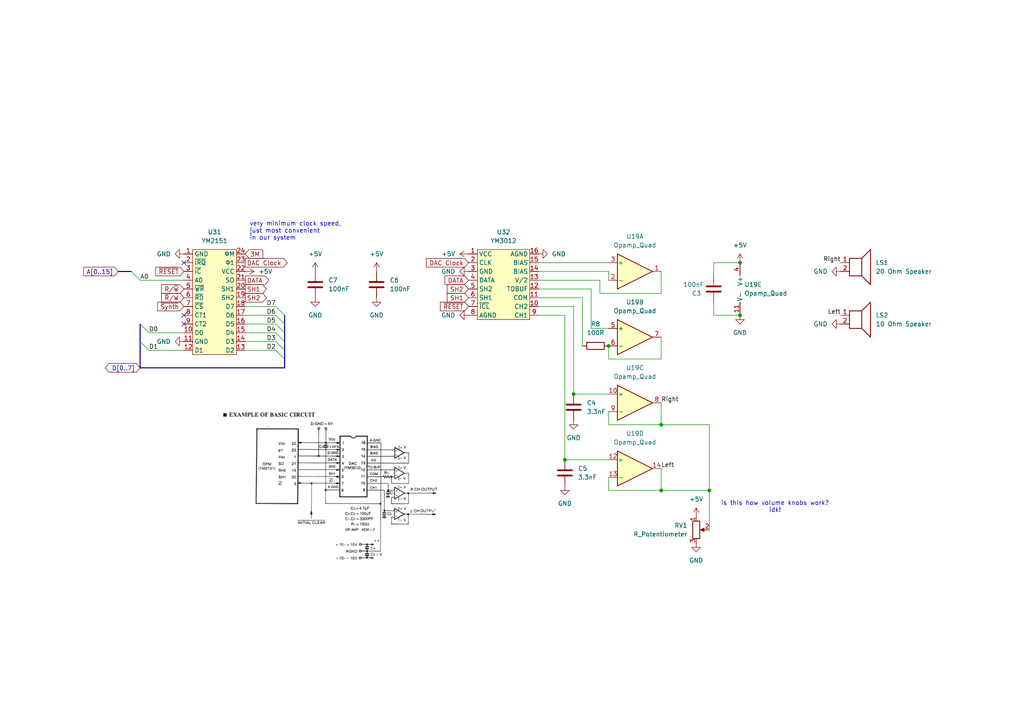
<source format=kicad_sch>
(kicad_sch
	(version 20231120)
	(generator "eeschema")
	(generator_version "8.0")
	(uuid "ff7fdb17-b492-4d18-9a3f-a2fd01911dec")
	(paper "A4")
	(title_block
		(title "ʕ·ᴥ·ʔ-audio")
	)
	
	(junction
		(at 163.83 133.35)
		(diameter 0)
		(color 0 0 0 0)
		(uuid "5f9f189c-6a42-4308-b443-778ac3102f77")
	)
	(junction
		(at 191.77 142.24)
		(diameter 0)
		(color 0 0 0 0)
		(uuid "6a95b16d-aad9-47e2-be26-14acb122f29a")
	)
	(junction
		(at 205.74 142.24)
		(diameter 0)
		(color 0 0 0 0)
		(uuid "94b66c85-d5f5-414f-aee0-3fbb617ee36b")
	)
	(junction
		(at 166.37 114.3)
		(diameter 0)
		(color 0 0 0 0)
		(uuid "95a11e6e-04bf-44c0-8c3b-a83e5b04f677")
	)
	(junction
		(at 191.77 123.19)
		(diameter 0)
		(color 0 0 0 0)
		(uuid "96c7cab9-bba3-4164-b0f4-de2fe60e9342")
	)
	(junction
		(at 214.63 91.44)
		(diameter 0)
		(color 0 0 0 0)
		(uuid "9931893e-72e8-472f-9597-c94db62c7291")
	)
	(junction
		(at 214.63 76.2)
		(diameter 0)
		(color 0 0 0 0)
		(uuid "dd80d209-c7dd-4f4c-b386-4adbdb1ce86a")
	)
	(junction
		(at 176.53 100.33)
		(diameter 0)
		(color 0 0 0 0)
		(uuid "f94c164b-f135-41a6-8d84-bb904492482c")
	)
	(no_connect
		(at 53.34 91.44)
		(uuid "0a9a12af-fcfd-494d-b5c9-c3deb6a13bc8")
	)
	(no_connect
		(at 53.34 93.98)
		(uuid "295f4dd8-015a-4862-b312-d6a0bea7c6af")
	)
	(no_connect
		(at 53.34 76.2)
		(uuid "b3104f5e-c3a0-40d0-9fa8-238120f1a4bd")
	)
	(bus_entry
		(at 40.64 99.06)
		(size 2.54 2.54)
		(stroke
			(width 0)
			(type default)
		)
		(uuid "062b0f0f-85cd-4727-99aa-eaa4e6493533")
	)
	(bus_entry
		(at 80.01 96.52)
		(size 2.54 2.54)
		(stroke
			(width 0)
			(type default)
		)
		(uuid "377959b5-4800-4c61-8fcc-3a771f712c4f")
	)
	(bus_entry
		(at 80.01 101.6)
		(size 2.54 2.54)
		(stroke
			(width 0)
			(type default)
		)
		(uuid "712832df-63d5-48ed-853b-b8db818cfef9")
	)
	(bus_entry
		(at 80.01 91.44)
		(size 2.54 2.54)
		(stroke
			(width 0)
			(type default)
		)
		(uuid "7848efc8-090e-4a8d-8023-8cb04e7fb409")
	)
	(bus_entry
		(at 80.01 93.98)
		(size 2.54 2.54)
		(stroke
			(width 0)
			(type default)
		)
		(uuid "a5ffcdb1-c64f-405d-8900-00610eec917d")
	)
	(bus_entry
		(at 38.1 78.74)
		(size 2.54 2.54)
		(stroke
			(width 0)
			(type default)
		)
		(uuid "bcd9970b-e46f-436f-a559-1a61ef706085")
	)
	(bus_entry
		(at 40.64 93.98)
		(size 2.54 2.54)
		(stroke
			(width 0)
			(type default)
		)
		(uuid "c065646f-42fd-4bc4-ba37-dec86d79589e")
	)
	(bus_entry
		(at 80.01 88.9)
		(size 2.54 2.54)
		(stroke
			(width 0)
			(type default)
		)
		(uuid "f03cc1ac-ec67-432b-b11b-73c15d9a9e38")
	)
	(bus_entry
		(at 80.01 99.06)
		(size 2.54 2.54)
		(stroke
			(width 0)
			(type default)
		)
		(uuid "f941119e-5456-493a-b4d1-8524c5bd0391")
	)
	(wire
		(pts
			(xy 171.45 83.82) (xy 156.21 83.82)
		)
		(stroke
			(width 0)
			(type default)
		)
		(uuid "018d209d-92db-467a-94e1-3b2c94605565")
	)
	(wire
		(pts
			(xy 71.12 96.52) (xy 80.01 96.52)
		)
		(stroke
			(width 0)
			(type default)
		)
		(uuid "0610998e-fed2-4723-9804-1ab13ecc769a")
	)
	(wire
		(pts
			(xy 173.99 85.09) (xy 173.99 81.28)
		)
		(stroke
			(width 0)
			(type default)
		)
		(uuid "0d247af7-8dff-4d00-b34c-f1062151ee9d")
	)
	(wire
		(pts
			(xy 163.83 91.44) (xy 156.21 91.44)
		)
		(stroke
			(width 0)
			(type default)
		)
		(uuid "0f224f13-9d29-4a36-b7a6-0e4601314259")
	)
	(wire
		(pts
			(xy 207.01 91.44) (xy 214.63 91.44)
		)
		(stroke
			(width 0)
			(type default)
		)
		(uuid "1c554f43-b943-49ba-a0f2-a6faea678cd1")
	)
	(wire
		(pts
			(xy 205.74 142.24) (xy 205.74 153.67)
		)
		(stroke
			(width 0)
			(type default)
		)
		(uuid "1f02026e-ea7f-4699-9bd7-d4bdea785ff0")
	)
	(wire
		(pts
			(xy 176.53 133.35) (xy 163.83 133.35)
		)
		(stroke
			(width 0)
			(type default)
		)
		(uuid "266252b8-db8d-4639-9f17-575d9aadbaa1")
	)
	(wire
		(pts
			(xy 205.74 142.24) (xy 191.77 142.24)
		)
		(stroke
			(width 0)
			(type default)
		)
		(uuid "405f4262-c4ae-42b3-9ec3-ec04cbaf1306")
	)
	(wire
		(pts
			(xy 176.53 95.25) (xy 171.45 95.25)
		)
		(stroke
			(width 0)
			(type default)
		)
		(uuid "409f1c21-549f-40d2-81fb-3bc352534eec")
	)
	(wire
		(pts
			(xy 71.12 88.9) (xy 80.01 88.9)
		)
		(stroke
			(width 0)
			(type default)
		)
		(uuid "445aa8d2-cfb7-4967-b2f9-5542d106f85a")
	)
	(wire
		(pts
			(xy 43.18 101.6) (xy 53.34 101.6)
		)
		(stroke
			(width 0)
			(type default)
		)
		(uuid "4879a6fc-c3c2-4552-83ce-e3cc57b1e7c9")
	)
	(wire
		(pts
			(xy 173.99 81.28) (xy 156.21 81.28)
		)
		(stroke
			(width 0)
			(type default)
		)
		(uuid "49de3058-5fb9-4683-a527-f40de80a8a5f")
	)
	(wire
		(pts
			(xy 156.21 78.74) (xy 176.53 78.74)
		)
		(stroke
			(width 0)
			(type default)
		)
		(uuid "4c020cdf-7b9c-4d06-9a9d-33472de4b080")
	)
	(wire
		(pts
			(xy 205.74 142.24) (xy 205.74 123.19)
		)
		(stroke
			(width 0)
			(type default)
		)
		(uuid "4d41fad7-aff9-4cf0-9c00-62857b601793")
	)
	(wire
		(pts
			(xy 171.45 95.25) (xy 171.45 83.82)
		)
		(stroke
			(width 0)
			(type default)
		)
		(uuid "4e758708-d540-4d6e-b288-d01e76bc3a34")
	)
	(wire
		(pts
			(xy 176.53 123.19) (xy 191.77 123.19)
		)
		(stroke
			(width 0)
			(type default)
		)
		(uuid "6383c209-8921-4746-a6e9-429b4730a685")
	)
	(bus
		(pts
			(xy 82.55 101.6) (xy 82.55 104.14)
		)
		(stroke
			(width 0)
			(type default)
		)
		(uuid "68c8fdad-7995-472c-82f4-c31fe93dd674")
	)
	(wire
		(pts
			(xy 207.01 80.01) (xy 207.01 76.2)
		)
		(stroke
			(width 0)
			(type default)
		)
		(uuid "697a7ab1-586d-463b-8655-3d97e104c51f")
	)
	(wire
		(pts
			(xy 71.12 99.06) (xy 80.01 99.06)
		)
		(stroke
			(width 0)
			(type default)
		)
		(uuid "6f5cab99-a661-46bb-a0f1-fb7ecfad844c")
	)
	(bus
		(pts
			(xy 82.55 96.52) (xy 82.55 99.06)
		)
		(stroke
			(width 0)
			(type default)
		)
		(uuid "709c7810-2b21-4d8c-90f8-cad9fca0e12f")
	)
	(wire
		(pts
			(xy 205.74 123.19) (xy 191.77 123.19)
		)
		(stroke
			(width 0)
			(type default)
		)
		(uuid "7c9a8cc8-418c-4dfe-8866-ec9e9633bd55")
	)
	(wire
		(pts
			(xy 207.01 87.63) (xy 207.01 91.44)
		)
		(stroke
			(width 0)
			(type default)
		)
		(uuid "8209f7a4-6fbf-43eb-a323-84920f3cb50d")
	)
	(wire
		(pts
			(xy 166.37 88.9) (xy 166.37 114.3)
		)
		(stroke
			(width 0)
			(type default)
		)
		(uuid "8c45fdda-dca8-4505-887b-10f5a19a6aee")
	)
	(bus
		(pts
			(xy 82.55 93.98) (xy 82.55 96.52)
		)
		(stroke
			(width 0)
			(type default)
		)
		(uuid "8ca6075e-cbcd-4cf1-af04-f65b9234706d")
	)
	(wire
		(pts
			(xy 71.12 91.44) (xy 80.01 91.44)
		)
		(stroke
			(width 0)
			(type default)
		)
		(uuid "91d139a3-c870-4307-8e73-b1bdef708619")
	)
	(bus
		(pts
			(xy 82.55 99.06) (xy 82.55 101.6)
		)
		(stroke
			(width 0)
			(type default)
		)
		(uuid "94716f02-30ec-4b31-94e1-797b14ad988a")
	)
	(wire
		(pts
			(xy 191.77 78.74) (xy 191.77 85.09)
		)
		(stroke
			(width 0)
			(type default)
		)
		(uuid "9598c04a-4c85-4304-aff9-d2c81fe02e2e")
	)
	(wire
		(pts
			(xy 166.37 114.3) (xy 176.53 114.3)
		)
		(stroke
			(width 0)
			(type default)
		)
		(uuid "9683133d-8b03-4684-9746-faa2c0a2e736")
	)
	(wire
		(pts
			(xy 207.01 76.2) (xy 214.63 76.2)
		)
		(stroke
			(width 0)
			(type default)
		)
		(uuid "9ba85507-c211-4a90-94e5-d324b9bd5f5d")
	)
	(bus
		(pts
			(xy 40.64 106.68) (xy 82.55 106.68)
		)
		(stroke
			(width 0)
			(type default)
		)
		(uuid "9d8d3d6a-7297-4ce8-a624-8fdde11090db")
	)
	(wire
		(pts
			(xy 191.77 97.79) (xy 191.77 104.14)
		)
		(stroke
			(width 0)
			(type default)
		)
		(uuid "a0094b86-68d7-4e0b-9d68-5d0aa6824566")
	)
	(bus
		(pts
			(xy 34.29 78.74) (xy 38.1 78.74)
		)
		(stroke
			(width 0)
			(type default)
		)
		(uuid "a2a2e6c4-4d33-4716-a72d-2e106093d312")
	)
	(bus
		(pts
			(xy 82.55 91.44) (xy 82.55 93.98)
		)
		(stroke
			(width 0)
			(type default)
		)
		(uuid "a36c704c-edc3-4107-a5ed-7471b3e8b272")
	)
	(wire
		(pts
			(xy 191.77 142.24) (xy 176.53 142.24)
		)
		(stroke
			(width 0)
			(type default)
		)
		(uuid "a981b7dd-6287-4811-8fcb-59a759653ef7")
	)
	(wire
		(pts
			(xy 40.64 81.28) (xy 53.34 81.28)
		)
		(stroke
			(width 0)
			(type default)
		)
		(uuid "b309a533-e927-49a8-9254-e3413aecbe58")
	)
	(bus
		(pts
			(xy 40.64 93.98) (xy 40.64 99.06)
		)
		(stroke
			(width 0)
			(type default)
		)
		(uuid "b97c6001-5d14-40a9-b76f-ebd0b7773fdc")
	)
	(wire
		(pts
			(xy 191.77 135.89) (xy 191.77 142.24)
		)
		(stroke
			(width 0)
			(type default)
		)
		(uuid "bc2ba6d2-3538-4495-a6e3-5c386b801a1b")
	)
	(wire
		(pts
			(xy 191.77 104.14) (xy 176.53 104.14)
		)
		(stroke
			(width 0)
			(type default)
		)
		(uuid "c061868d-9595-4160-adc5-ace4a6ce4008")
	)
	(bus
		(pts
			(xy 40.64 99.06) (xy 40.64 106.68)
		)
		(stroke
			(width 0)
			(type default)
		)
		(uuid "c24dfdf9-f8e3-483f-b793-6ba7213d6235")
	)
	(wire
		(pts
			(xy 176.53 123.19) (xy 176.53 119.38)
		)
		(stroke
			(width 0)
			(type default)
		)
		(uuid "c857ead1-923f-4b50-ad41-fe48b071a12d")
	)
	(wire
		(pts
			(xy 43.18 96.52) (xy 53.34 96.52)
		)
		(stroke
			(width 0)
			(type default)
		)
		(uuid "cb0be8ba-4a0d-42f1-97f9-79c6f686d8ce")
	)
	(wire
		(pts
			(xy 156.21 88.9) (xy 166.37 88.9)
		)
		(stroke
			(width 0)
			(type default)
		)
		(uuid "d1e2c909-6e3f-4566-8133-d5afeb952003")
	)
	(wire
		(pts
			(xy 191.77 116.84) (xy 191.77 123.19)
		)
		(stroke
			(width 0)
			(type default)
		)
		(uuid "d720503f-e7ad-4b24-ad72-c32901c57ff1")
	)
	(wire
		(pts
			(xy 156.21 76.2) (xy 176.53 76.2)
		)
		(stroke
			(width 0)
			(type default)
		)
		(uuid "d7d57b7f-1e21-4e9d-b2eb-6ee82710d6f5")
	)
	(wire
		(pts
			(xy 163.83 133.35) (xy 163.83 91.44)
		)
		(stroke
			(width 0)
			(type default)
		)
		(uuid "dcc4cf23-15b9-4d86-b135-3ffa3fcf9a0b")
	)
	(wire
		(pts
			(xy 176.53 81.28) (xy 176.53 78.74)
		)
		(stroke
			(width 0)
			(type default)
		)
		(uuid "de71200a-2dde-4897-bea1-6e5c99e545ba")
	)
	(wire
		(pts
			(xy 71.12 101.6) (xy 80.01 101.6)
		)
		(stroke
			(width 0)
			(type default)
		)
		(uuid "e09f1074-4b07-48a7-bbd4-997bafef5249")
	)
	(wire
		(pts
			(xy 176.53 142.24) (xy 176.53 138.43)
		)
		(stroke
			(width 0)
			(type default)
		)
		(uuid "e382e6ed-bb41-43e1-a456-f8a9bd8da3d1")
	)
	(wire
		(pts
			(xy 71.12 93.98) (xy 80.01 93.98)
		)
		(stroke
			(width 0)
			(type default)
		)
		(uuid "e47369a8-ceea-4147-850c-c87e6fcb18ec")
	)
	(wire
		(pts
			(xy 176.53 104.14) (xy 176.53 100.33)
		)
		(stroke
			(width 0)
			(type default)
		)
		(uuid "e7d1efb6-f1f1-4584-8916-999441062536")
	)
	(wire
		(pts
			(xy 168.91 86.36) (xy 156.21 86.36)
		)
		(stroke
			(width 0)
			(type default)
		)
		(uuid "ea433761-f3fb-44cc-a59f-992329b390dc")
	)
	(wire
		(pts
			(xy 168.91 100.33) (xy 168.91 86.36)
		)
		(stroke
			(width 0)
			(type default)
		)
		(uuid "ef03cc3f-3680-4346-acc5-47717d215e44")
	)
	(bus
		(pts
			(xy 82.55 104.14) (xy 82.55 106.68)
		)
		(stroke
			(width 0)
			(type default)
		)
		(uuid "f01ad5c4-ff2b-4863-a35b-9f9a5ee0ffe7")
	)
	(wire
		(pts
			(xy 191.77 85.09) (xy 173.99 85.09)
		)
		(stroke
			(width 0)
			(type default)
		)
		(uuid "f23ab536-89c9-4385-86f6-db012b26e9c9")
	)
	(image
		(at 96.52 140.97)
		(uuid "47353ff3-9c43-436a-b778-8a0b455c7f28")
		(data "iVBORw0KGgoAAAANSUhEUgAAAv8AAAIWCAIAAABP0nU/AAAAA3NCSVQICAjb4U/gAAAgAElEQVR4"
			"nOy9d3xUVf7/f26flslMJr0XSEJCCR2kScKKEoqAi7hr+bCWddX1awNWPu5+1FXXXXc/oCLg7oos"
			"CipKUVDpHUJPCKQQCJBeJn36nVt+f7w/Ob9rElhWMAlwnn/wGGbuPfecc2/mvObdDqWqKiIQCAQC"
			"gUC4baB7ugMEAoFAIBAI3QpRPwQCgUAgEG4viPohEAgEAoFwe0HUD4FAIBAIhNsLon4IBAKBQCDc"
			"XhD1QyAQCAQC4faCqB8CgUAgEAi3F0T9EAgEAoFAuL0g6odAIBAIBMLtBVE/BAKBQCAQbi+I+iEQ"
			"CAQCgXB70SvUj9pOT3fkxnOVQf1H41UUxe/3K4qCEBJF8Qb0jHCDkGXZ7/ffkk8vgUAg3KpQP9G3"
			"NlYzFEVRFPVvD/6/3vy7I3shMFKa7lpHwtDwVHT49BrHq6oq6B6GYRBCiqJc6XKEHkFV1Zvx0SUQ"
			"CITblp9kEYXVWpIkWZZv+d/EqqpeZZiiKEqSBEsjNnGBIefaLyFJksPhsNvtDodDVVVJkm5M1wk3"
			"AlVVvV4vMcgRCATCTQR7pQ9glQVjAyzeFEXBys0wDF6DWZbt8KtXVdXa2trly5dXVFTIshwQEADn"
			"SpIkiiLDMBzHBQUFPfTQQ3369MnJyfnXv/7l9XoFQaAoymQyjR49evLkyTRNr127tri42Gw28zw/"
			"c+bMlJQU6Azg9/v9fv/u3bsHDRoUGRmJP1JVVRTFs2fPrlq1SpIklmUjIiJGjhx5xx13sCzLcRwc"
			"piiKLMvHjx9fu3YttGa1WidOnDhs2LBly5Y1Nze7XC6KohiG8Xg8wcHBer1+4MCBQ4cOjYmJkWV5"
			"37593377LSgb0D3Z2dlTpkzheR7al2UZIbRnz55PP/3U7/czDEPTtCiKLMuC2QZk0NChQx944AGb"
			"zaYdGh6gLMuiKB44cGDv3r2lpaXQ/9DQ0HHjxo0fPz4oKAjacbvdq1evLiwsdLvdOp2OYRiTySQI"
			"gt/v1+l0HMeFhYXNmDHDYrFQFIWNRsXFxfv379fpdH6/3+l0yrKs1+v1en1kZGRGRobNZoPDtBML"
			"eL3e4uLifv36CYLQuduKorhcru3btx87dszr9bIsO3DgwLCwMI7jxowZ4/P5Dh8+XFBQYDKZjEaj"
			"1+u1WCz9+/dPSkpiGAZkoizL1dXVBw4cOH36tM/nM5lMQ4cO7d+/f0JCgtPp7HKuZFmmKMrv94ui"
			"ePTo0W+//ba1tTUgIACu3r9/f2g8LS1t/fr1Bw8e9Hg8AQEBOp0uODg4IyNjzJgx27ZtO378ONyd"
			"trY2nU7HsizLsomJienp6WlpaTqdTlEU/Px4vV6apltaWvbu3Xvo0KHa2lpBEARBSExMHDlypF6v"
			"9/v9w4cP37FjR05OjizLXq/X6/UmJiZOnTq1X79+CKHz58+vXr26tbWVZdn4+PipU6d+9tlnDQ0N"
			"giB4PB6O4yIjI7OystLT01euXFlcXMxxnCzL8LzBeOHPimXZpKSkX/7yl0ajEf64rvQXTSAQCATM"
			"FdUP/jnLcZwoiqIoGo1GhBBN0yAdYIXobPBXVdVisaSnp+/du7e2tlZRFLPZ/OKLLwYFBTU0NBQW"
			"Fubk5DgcjhEjRiQnJ8fHxyuKkpubC7aQxMTE+++/PyAgwOv1hoWFffrpp06nMzs7OyQkRLvmgSzI"
			"y8v73//932eeeWbq1KnaTymKio+Pj4+PX7t2bWtrq6Iou3fvXrVqVVhYmLaTdXV1S5cuPXr0qKqq"
			"giDMmjWrb9++er0+ISHhu+++q6+v5zjOZrNNnjwZIbRt27b169cnJCT893//95AhQ/r16/f999/v"
			"2bMHfF7333//qFGjOvQBxE1VVdV7773X2NjI87zJZHriiSfi4+M9Hk9JScmXX37Z0NAwYcIEvV4P"
			"GlELTdP19fWvvPLKsWPH9Hr9I488kpmZWV5e/uWXX/7P//xPUlLSs88+O27cOFikExIStm7dev78"
			"edCXiYmJAwYMkGX5zJkzFRUVoihardbs7GxtDzmOO3HixK5du1RVZRjGYrEMHDiwra2trKyMYZgX"
			"X3xx/PjxwcHB2hmjaRok4+9///uFCxdmZ2d3fmx8Pt+zzz5bUlISHx8fExPjdDpXrlzZ1tYmSdLn"
			"n38eFRV18eLFzZs3V1VVcRynqmpMTMxLL72UmpoKd6G1tfWbb75ZsWIFRVEDBw4cPHiw0+lcs2ZN"
			"VVUVwzBpaWmLFy+2Wq0dLur3+ymKKiwsXLJkSV5entVqnTBhQkxMzPnz5//xj380NjZyHDdlypRF"
			"ixbxPH/58uWKigpQWrGxscnJyYIg2Gy2c+fOFRYWchzn8/kiIyP79OlTVla2bt06nU43cuTIhQsX"
			"xsXFae9OQUHBX//619zc3Ojo6DvvvLNfv37Nzc07d+7cuHGj1+uNjo5ev349z/OnTp26dOkSwzAg"
			"FvV6PTwewcHBbrf76NGjer1+wIAB4eHhoaGh27ZtgwePZdnRo0fPnj1bVdXly5ezLGuxWBISEkpL"
			"S8vLy6G1sWPHer3eixcv7tmzp0+fPpMnT+6sCwkEAoHQJcyrr77a5Qd79ux55513duzYsX379u3b"
			"t2/dunXnzp07d+7csWPHtm3bDhw4UFpaGhYWBhYF7YlgMklPT7948eLZs2dpmh49evSiRYuSkpIG"
			"Dhw4bty44cOHX758OSEhoV+/fjqdLjY29uTJk/X19bD+TZgwITIykqbp1tbWwsLCefPm/eY3v9Hr"
			"9TRNY/8RLF2vvPLK+fPnZVkeO3aswWCAq8MirdPpYmJiNm/e3NLSwjBMW1tbampqv379sOVDluW9"
			"e/du2LDB5/MhhOLj459++un09HSEUERExKlTp8rLyymKysrKevnllydOnBgYGLh///6qqqrCwsI7"
			"77wTrE179uzxer3h4eFPPPFEQkICDBzaB7MZz/Opqam7du2qq6ujKGrWrFnPPfdcQkJCSkrKqFGj"
			"+vXrd+HChfT09MTExM5xPOfPn3/99dcPHTpksVgWLlz4i1/8wmq1JiUlZWRk5Obmnj17tqioKCEh"
			"ITIykuO4hISExsbGvLw8n88XHR392muvPfLII/fcc8/MmTMHDhwItpZRo0YhjS3HarUOGTLkm2++"
			"8Xg8CKF58+a9+eabY8eOLSwsPHv27JEjR/R6fUZGBsMw2vvr8Xg+//zzo0ePiqI4adKkzpaGdevW"
			"ff7552PGjPnrX/96zz33TJo0aeDAgUVFRXV1dTNmzIiKiho2bJhOp9u7d68kSRzHvfXWW5mZmXBD"
			"PR7PZ599tmLFCrPZvGjRoscff3zw4MGjR4/Ozs5WFKWgoMDn8917770mk0l7RVBv+fn58+fPP3v2"
			"bEJCwuLFi++7774hQ4ZMnDixX79+xcXFdrs9PDz8zjvvHDJkiMFgOHjwoNvtpml65syZDz/8MMdx"
			"0dHRBoMhJyfH5XKZTKann3560aJF06ZNq6ysLCwsvHz5cklJydixY/GlL168+NZbb506dSolJWXp"
			"0qV33313Wlra4MGD77rrrpaWluLi4vT09Ozs7Pj4eLfbnZub6/V6o6KinnvuueTkZLDiCIKQmZnZ"
			"2NgYHh7+m9/8RhCEQYMGsSx79OhRj8djsVgWLVqUmppK0/SmTZuysrIWLVr04IMP+v3+o0ePKoqS"
			"lpb297//PTs7Ozo6Oi8vb8SIEX369EEIkYAwAoFAuBauaPs5ceLEyZMnvV4veHYURcGhneBAsVgs"
			"ycnJCQkJHU7EEb6hoaEIIXB+4XgXhFBaWtrTTz9tNBopiuI4rn///nPmzFm8eHFra2tNTc2OHTv6"
			"9+/P83x+fv5dd901a9Ysnue1CzB0o7Cw8MyZM36/Pzc3t6GhISgoSBtZDFc3GAxgqaIo6ptvvsnO"
			"zqZpGnSJKIrFxcVer1eSJJqmjUajzWYDP4LVajWbzbCKmM1mQRBUVR01apTFYnG73efPn8/Jybnv"
			"vvvAVYcQCgwMtNlsPM9rQ39Y9v8mVhAEcEmoqmo2m2VZ5nleFEWapkeOHOlyubBuA/x+P8uyHo9n"
			"3bp1R44cQQiNGjUqKyuLZVmYwOjo6Dlz5pw9e7asrGzDhg39+/cPDAxkGCY6OhocNzabDaxcqqpy"
			"HDdu3Di3293Q0NDBUKeqakREhNlsbmxsRAgFBwdLkhQSEpKYmJiTk+P1es+ePet0OsG/htrDm5qb"
			"mw8fPizL8uHDhysrK+Pj46FjYOuSZXnTpk3edqBjQ4YMeeaZZ1599VWe51mWlWU5JSWF53mv12sy"
			"mZKSkhBCoLF27dr14YcfOhyOu+++e8yYMTRNwzSazeaHH37Y7/fv27ev84Oqqqrdbn/33XcvXbqk"
			"0+lmzJiRkpICt49l2ZEjR77++utvv/22IAgsy0qSFBMTY7PZWltbaZqOiIgQBEGWZTCu6PX6trY2"
			"nucjIiLAHjZv3rw9e/Y4HI5Tp04VFhaGhoaCAexf//rXsWPHKIqaMWNGbGws/uswGo2PPvpoc3Oz"
			"2+0GoRkUFAQv9Hq92WzW6XTQMXhaBg4ceOHCBfhbgIM5jvP7/YIghIWFwdObnp4+d+5c+EPT6/Vg"
			"M/N4PNBUVlZWXl4ex3HE8EMgEAjXzhUzlTweD3i4FEWBL3dYfeFNCLu5Uvhthzwv+LELESHNzc0s"
			"y6alpSUmJoKKEgRh5syZ2dnZEFrx7bfffvTRR2vWrPF6vbNmzdLpdJ2da7Isb9u2ze12K4rS0NBw"
			"/Phx3EOqHYZhWJaNiooKDg6GX8zFxcUQgkNRlMvlampqGj9+PLTPsiwsHrBqwjG4NVhvULuZweFw"
			"QOAFHMNxHMdx2pAaPAPQps/nA2UAcUgURZWWlra1tQmCMH78+OTkZO0AoZFz584dO3bM5/PpdLoR"
			"I0aYzWY8IoZhxo0bhxASRXH79u2nTp2SNSCEINgc4mDKy8tlWc7Kypo6dSr6YYoZ9BDfXEVRQGqA"
			"aa3LUG5FUfbs2VNaWiqKYltb26pVq7QxTGC8qa2tpWk6Ly9v3759Pp+PpmmGYUaMGDF//nwsdHQ6"
			"HVzCZDLp9XqYuoaGho8++qi1tVUQhL59++IpBcxm8/333z9p0iQsK7UD2bJly7FjxxiGsVqtycnJ"
			"YCbEt2DAgAFPPfXU+PHjBUHgOE6SJHCzwn/h7tM0zXEciGO/3w+yWFVVq9UKfiiEUGtrK8xtZWXl"
			"1q1bEUJms3nMmDEd7jjYAu+66y543+PxwH2BvxfcMfi7AOMZvAMj1Qb0wDvPP/98nz59GIZhGAbu"
			"FzxUNE3D4zdv3rz09HQcgkYgEAiEf0sX6gerHKx41E4oisLz/FVCLOEY0AeXL18WRbG5uflf//rX"
			"t99+ixDSnqsoil6vX7hwYd++fVVVbWpqWrp06RdffHHvvfdCpFFnamtr9+7dGxUVBWLi888/b2pq"
			"6nAMxFY//vjjc+fOBXPLxo0bIRNNVdVjx45FRUVNnz5dr9fDmoG1C6x/EEoCEhAh5HQ6HQ4Hy7KC"
			"INx1113YB4dXLBhs565SFOV0OlVVZVm2tbXV6/XW1dV99dVXjY2NFEUJgtBZ3vl8vrNnz5aWlqqq"
			"qtfrU1JS4AC4KRRFhYWFmc1mSBzbvXs3WAjArEJRFGSHiaJ46tSp7777DvoPdoIOahUEGQz80qVL"
			"LperoqKiuLgYDFRjxozR+pjgvn/55ZcwCSzL7tu37+LFi3iYCCGWZYOCgkRRbGhoeO2111588cVT"
			"p07BvP3sZz/DIeH4FJ/P5/P5YO0/c+aM3W6XJMlkMiUkJHQOKYuOjn766aexLQrjcDiOHTsGkxAU"
			"FBQeHg5DxoDvdfr06SBq3W63x+OBUeP7CHLf5/NBSFlNTQ1Yno4fP+7z+UC1wI2AMLKWlhZVVW02"
			"GwhTHMwOtwmimCFuHao0URTl9Xo9Ho/6w+IODofD5XJh45n27wu/iImJwbYirH7gpwK0HBoaGhMT"
			"0+XjRyAQCIQuuWKUQGfpgzSJP3DMVb5wVVUVRREOKCgoWLRo0cKFC1evXg2rFP6NixCCZSYgIODZ"
			"Z5+12Wzwg1iv12tDbjHQn+3btw8cOHDx4sV9+/aVZbm4uHjZsmU4sRwfKUlSeHj4+PHj4+LiVFXd"
			"uXPn8ePHYZ3buXNnZmYm/KbHS2CHsauqeuHChWPHjuXk5Lz33nsejycsLOzZZ58NDw+HHCLt/Fxl"
			"isGIIsvyoUOHXn/99WeeeWbLli1Op9Pj8UDMslaUgBRobm4GDx3Ipg42G1VVYdH1+/15eXkIIY7j"
			"AgICwBhQW1u7dOnS//7v/37xxRfr6urAqgF+us5x2dB/hNDWrVsXLlz47LPPHj9+XJKkadOm3Xvv"
			"vR2Cfvbs2eN2ux977LHY2FiPx9PY2Lhz506QiQghSZJ0Ot2cOXPAl+dyubZu3Tpv3rzXX3/92LFj"
			"YDJEGqsGQqilpQXGrqrq6dOnW1tbEUJWqzUoKKhz/UA4sfMj19jYaLfbvV4vOIx4nu8QIA8iFWf8"
			"wRMI/QGrHnQM3oQ5P3/+/LFjxzZu3Pj+++9LkpSQkPDSSy/17dsXug22Rr/fHx0dDdYjbW/BWEjT"
			"NEh8cL8ihCAlTdt/SZJ8Ph+ufYD/4jqMEQs1iqJwthd4WrFj1+/3w0Wv8hwSCAQCAdNF3A8sk9of"
			"x6iTRMDL/1Wahl/S8LsW1i3syNAKIPgtqyjKiBEjhg4dCllI9fX1+/btw1YWOAC+5Zubm4uKin7+"
			"85+np6dPmTIFjBZ79+6F2AhsYIDYZ57nIby6rKysoaFh48aNKSkpJ06cCA0NTU1NbWhogCOx2wi1"
			"26XAlFJQUPDee+9Bns4DDzwwatSozMxMuAT0BxZRSZI6SDqMoihgd4GWLRaL1WqtqKgAnwVMstaE"
			"BrPEcRw0CBoO/dCZCCEpMPl2ux10DL5HkiS1trbyPO/xeDweD/RNEITONwh7rODciIgIRVHKy8u9"
			"Xm91dXVlZSVY4/ABW7ZsmTZt2q9+9Sufz1dWVubz+Q4dOjRlypSIiAhszJs2bZrdbl+zZk1jY6Oq"
			"qg6HY/Pmzfn5+U888cSMGTPgujjvieM4HNTl9XqRRht18CRexcqInx/sKrrKiRRFQfgRjB20Dqgl"
			"g8EAGtHlcm3btu3o0aNNTU2iKKampr7wwgt33HEH3BFVVZubm0EnofaKD1qzlvbqkCQPR2KZhQFX"
			"pl6vx15XUD/gDoZOYtcY3AhZlsH/hV20+NFCV/01QiAQCAQtV4x6/rdcqbgI1jSwlqiqeuedd778"
			"8ss+n2/16tUQ/aD9EY+P9/v9brcbXA9NTU0rV66MiooaPHgwPgxWuJKSktLSUo7jamtr9Xo9LPN1"
			"dXUHDx6EtBdAVVWe53U6ncVimTRp0oEDBxobG/fv3x8VFQX5QdryP1rhAmsS9DwtLW3BggVQrkav"
			"1xuNRnwKtmQgjTS8yvKjKMqkSZOeeeaZpqamJUuW4HDyLifWarUKgiCKoqqqXdZFhCUf4nZRuxSD"
			"5TM8PPz555/PyMj4/vvvL1261CFmXAsE5YAOmD59+nPPPdfc3Lxy5cq1a9cePnx48eLFv//972Nj"
			"Y+Hg8vLykpKSZ555xmg03nHHHevXr7fb7YWFhZDyjds0mUyPP/54WlrasmXLTp06BaMoKSn54IMP"
			"0tPT+/Xr11kE4BHBoOAJoWkagrSuNJ8YnuehuJFer8cxTFexgng8HqgLQFFUdXU1RVGQfeZyucB8"
			"CMFVra2tUOhBlmUIgoZJZlkWB8Vj29VV8Pl8cCI8jdrxIoR0Ol0HXx6WpJ3vmtrukv63c0IgEAiE"
			"q3M1z9dVToMv6Ktv7wAaQhAE0A2hoaFz5swBfxYs6h08aOvWrWtqapo8eXJwcLCiKGfOnNm6dSuY"
			"BFD7At/S0rJ79+6ysrJnn332v/7rv/7+97+LogjK6ejRo5A2j/sAESoURU2aNCk0NFSv1zc1Na1Y"
			"saJv374pKSnYdtV5pYGlkabpQYMGDRo0KDQ0FDLItIHAeAkHu1EHk4Moirjn/zfRNO33+w0GQ2Rk"
			"5OzZs0GUqKoKqyM+DOJqg4KCwFojimJdXV3n6a2qqgKtk5WVBV2FvjEMY7PZ4uLiLBbL7Nmz77zz"
			"zivVINbeX8iZBy2VlZWl0+mgrk9ubi7Wpl9++WV1dfWTTz6ZnZ29YMGC1tZW8NBt3brV6XTiNiF/"
			"auLEiZ988sk///nPtLQ0QRBomq6urj58+DAs7Z0Vg6qqGRkZcLPq6uoqKys7GFSugtlstlqtPM/D"
			"Y9DBJKl9HnDoDEwdpJ2D/wshxPM8iGCdTrdgwQJIUqMoqrS0dNOmTdrHdeTIkTAtUMcIX6VL5ymc"
			"CIYu7a8FeFqcTqdW3eInweVyQamqDn+GnUPRr/53SiAQCIQu6Shf4MsUAjahFg6IA7U9Xx1QFMXn"
			"87lcri4bhSPhm1qSJPA1QBW+KVOmIITa2tq2bdvW0tIC8cWiKO7ZsycnJ2fhwoXvvPNOVlYWwzCQ"
			"2FVYWAj6BoIkZFmura196KGH/vSnP7399tvvv//+gw8+aDKZVFXNz8/Py8tT2pFl2eFwwAtBEB56"
			"6CFYhEJCQqZMmYLTgiDsBosVCFcCGwBN0yEhIbDOQfEeCDWFOFa8hGNPDcggVVVdLtfy5cu/+OIL"
			"OBJHf4N+Yhhm6NChgwYNkmW5rKxs7dq1drsdTx34O/r27ZucnAwhSidOnIC8IbBD+P3+kpISh8NB"
			"UVRsbOykSZMgmgSSgGDtB6OOyWQaO3Yszszv4t7TtMfjodoz11iWVRQlODgYgs3BRqIoiiiKZWVl"
			"RUVFEyZM+NnPfjZo0KDMzMwRI0aAOjl58mRJSQmMvaWlZf/+/WClMxqNkyZN+sc//vGLX/zCYDBI"
			"knTmzJkOjxm21oiimJ6ebrVaoUvV1dWQKIePF0URnsnOowgICEhKSgLtYrfbocK42p6zBmoSHjN4"
			"fiDWCu6pyWQCow7IFLgEZFfdfffdmZmZCCFJkrZs2bJ9+3YwRMmyPHr0aMhRb2lpaWhogAcYeoja"
			"rZjg+EMImc1mED3QJegM3E1JkqqqqrQ1BUCqwjPjcDiQxpkFf4CglRVFaWtrQ+0brHY5LQQCgUC4"
			"Ch3VD6yFEPcDCgBUAv1DoAA0yKMOwLc8rJrw3e12u9X2lG+O41pbW7/66qvPPvsMTmdZNj8/H5bJ"
			"kSNHCoLwzDPPgDOlsrJy8eLFlZWVsJIJgnDw4MGQkJDHH3983LhxgwcPHjRo0MMPPxweHi7Lcn19"
			"/f79+yGHCLU75nC8y+TJk6OioiiKGjNmDK4Lh5OQkcaH5fP5YBECNYA6RXLAnLS2tkKvvF6v2+3G"
			"YsjpdH799ddfffUVtjHgGJG2tjaGYaCHUNd4zZo1RUVFHfw7kKifmZlpMpkkSSooKCgrK0Ptcdyq"
			"qn711VcwdRMmTIiLi4OrgFKB9iHWB8wnoEW6vE3YWyTLMtwjhJDH44FV3Gg0Go1GGFdBQQHU31uw"
			"YMGbb775+uuvL1myJCgoCBTA6tWr4XJ1dXXLly/Pzc3Fhpbg4OCZM2dCrZqIiAh4E3v94AX4uWJj"
			"Y0GV+ny+3Nxcp9PZodsNDQ1Hjx7t8pGbOnVqYmKiJElNTU179+6FLCrQNBCglp+ff/jwYZx+BYoH"
			"e/3wkw8fqe2p+M8//3xqaipCqL6+/m9/+1t1dTUcn5ycPGfOHIZhmpubP/74Y5fLBWZOiKEWRfHM"
			"mTPr16+HZpOSkiDN3ul01tTUYIcpTN2ZM2e0JaSx20vVZIFpu4cD1JqbmyEtH0LEOs8JgUAgEK5C"
			"F64rHESitRlQPwRWiCtlpCOEKisrT506Bb9TCwsLCwsLXS6X0+ncvXv3okWLPvzww6ioKKj7cuTI"
			"kb/97W9tbW2jR48GE1FcXNzgwYNh2T558uSf//zn5uZmhmEKCwv//ve/cxwHNhgwKRmNRmx9OXjw"
			"4Llz52DNKC8vr6ys3L9/P7ixAgICHnroIYvFMnToUJ7nJUlyuVx5eXmw0re0tJSVlYGToqSk5MKF"
			"C5IkSZJ08eJF2PALj4thGPhln5ubC/WCq6qqdu3adeHChZqaml27dr3xxhuLFy8WRRE0VnFxcXl5"
			"OSihkydP5uXliaJYUVGxbt26559/fv369UFBQRAFDOAM8FmzZt1///1ms/n8+fOffPKJy+UCEXbg"
			"wIFt27YJgjBmzJg5c+ZAipPX6y0oKABtVFdXd+nSJZg99YfJ/D+48TRdWloKDiyGYbZt29bc3Ox0"
			"Ords2dLW1kZRVFpaGmxAAbtPhIeHg9cSmrVarVFRUQghWZZ37tx55MgRWZadTmdVVdVf/vIXmFjo"
			"T0tLi9PpBE8crN/5+fnQiM/nKy0txXvJPfHEExMnTmRZ9tChQ2vXrtVWMTh+/Pif//xn8Pd1GIiq"
			"qvHx8c8995zFYhFFccuWLStWrICyUjRNt7a2Llu2bMmSJW63G7xjDQ0NMJlgsIFG/H4/JI7B5Dc2"
			"NkJK18svvxwYGChJUnV19dtvv93Y2AjKad68eRMmTGBZduvWrW+99VZ9fT1YrRwOx7p161asWNGn"
			"Tx9QMP369Zs4cSKI/jVr1pw6dQoEWU1NzRtvvGG1WgcOHAh9cLvd2pmBLUfwMCVJ8ng8OTk58MvE"
			"4/EsXLhw3bp1oHSv9GdIIBAIhC7pYqcLUBK5ubnnz5+HgjQ4dofneb1ebzAYjEZjWFjYxIkTY2Nj"
			"OztWzp07N3/+/MrKSpqm9Xq92+3esWPHhg0bNmzY8P3339fW1iKE7r333vT09M2bN//5z3+uq6uD"
			"INPRo0erqrpy5cotW7aA+4bjONg6IDAw8I033mhoaGhqaoqPj4+OjlYUpaWlZfHixYWFhQghyNLK"
			"z8+/4447qqqq3n77bQjUNZvNycnJPM/HxcV5vd7MzMyQkBBRFJctW7Z582ZIFVZVNTc3l2VZk8m0"
			"YMECu90O0qqpqYll2fT0dG11Io/H88EHH2zfvp1lWUg8Liws/O6778tMvdoAACAASURBVDZu3Lhj"
			"x45Lly4pipKamvrggw8WFRW9+eabTU1NsAWmz+fbs2fPhg0bvvnmmwMHDtTW1gYGBs6dOxenUqP2"
			"YCkoCQi7YZw9ezYvL2/v3r1nz55ds2bNhg0b9Hr9rFmz5s+fHx8fD9WJVqxYsWnTJtTuOKusrAwL"
			"C4N6kl3GzyKEtm7d+tprr8G2mizLVlZW7ty58+uvv87PzzcajTNmzHjppZfi4uJkWX7yySdzc3Pt"
			"dntCQkJMTAyYu/7whz/k5eWB2UZV1SNHjvTt2xchBFFZe/fuLSwsbGpq2rlz56pVq7xe7x//+Mdh"
			"w4a1trauW7fu448/hmx/hNCxY8eio6OTkpIg4GbEiBGXL1+urKw8efLkF198sXnz5pycnJUrV+7Z"
			"s2f8+PH33nuvVikCoKj69u2bmJhYWlra0NCQn5+/YcOGnTt3btiw4ZNPPikrK/vtb387YcIEjuO2"
			"bdv23nvvORwO0MQtLS0REREREREHDx5csmQJFICmKKq2trZ///6RkZHBwcFer7eoqEin09XV1ZlM"
			"JihEbjQahw0bBqL5zJkz33333datWzdt2vTRRx9VV1fPmTMHynPDr4gJEyacPn26pqamvr5+165d"
			"69evX7du3fr16yMjI3/3u9+ZzWZVVaurq5999tmjR4/KsmwwGHieP3fuHM/zycnJoIFyc3N/97vf"
			"FRcXQxwVz/N2uz0jI2PAgAFXCWwnEAgEQpdQV4qatNvt+fn5er0eyvEBYBaiKAr2Aw8NDe2cSq0o"
			"isvlKi4uhkgUWE5w9WTwXBiNxsTEREEQ6urqysrKeJ53Op1paWlQqq6kpKSiogLWOdhONSgoKCws"
			"7NKlS2BuSUhIgIgcr9d7+fLl8vJyKDZjNBoFQUhJSYGCgQzDmM3miIgIq9VKtadVQ0qXLMsXL14E"
			"6wJ0z2g0BgcHWyyWCxcuuFwu8C9Agk9cXBweJoRZlJaW1tXVQXAS0qSMwbYYqqqmpKRYLJa2trai"
			"oiJRFCG+BGkS3HCAbVxcXJfbFOAq23a7/fTp0wUFBQ6Hw2KxJCUlDR8+PDw8HGmSvcvKysrKysAt"
			"AuEskZGRUVFRXSa6A+fOncvJyYGiiwEBARA3o9Pp+vbtGxISAjeCZVlRFJcuXQobgIwZMwYq3Hi9"
			"3i+++AIsMfA8hISETJo0yWw2QwHo2trauro6KF0YExMDG2xRFOV2u7dt2wYVqKEbcCKIKhiOy+U6"
			"ceLE7t276+vrRVG0WCzx8fHTpk1LTExEmhxv7fMGrTEMY7fbd+7cmZeXV1dXx7JsREREUlLSXXfd"
			"BZuucBy3a9euoqIiyDrkOM5kMqWnp6ekpFy4cOH06dMulwtkrt/vv+OOO/r37y9JUnNz86FDh6qq"
			"qoxG46hRo1JSUpT2fS3cbndhYeGRI0dqamoQQqCwp02bFhoaCj4pHDDX0tJy4MCB3NxcqJ9pNpsH"
			"DBgwadIko9EIcVoej+fQoUOwxSns8svzfFJSEpSuRgg1NzcXFhbCtiQ8z8MvkMTERKhISbZ2JxAI"
			"hP+IK6ofvD7hsBXUnupFaXZIgK947Ylqe16u1nemDWWg2vPDfT4frt+PfuigwbGosAbDcgUFACHB"
			"SnsKXAuMELgP0AhoCLw2qD+sJgfNwok45AICY7Xt4LQghJAoimArUq+Q3w5vQrY2ngQQJR2Gj3ur"
			"7WGH+cf9ARsVDqCGaYFGcIAL/gjmBxdt6hLoIc5WU9uzlnD3cDu0popxhxAouCjVHnONP4XNIqDP"
			"er0e5CZqN01pZxhXhIKAG+3Y29raZFnW6/UQ1Q53vPNEQeQQfjzg38bGRrBTggVRezAUDOxQg4ei"
			"KDgRhg85dBCvA3cQNAruPLyPH0LcptqeRQjH4ycEu9jwJfCjBe+Iogh2RDAX4buDa0OAWxZPONx6"
			"6Hznv0ECgUAgXJ0rqh/UvhZ2PkD79d3l1+5VPrrSYR2u0kEtXakn+MjOl9Mu5J170kGKaTvT+fgO"
			"h3XoyZVmQPv+1SfkSkKqy3Y6D0obGNvl0K7Scudb0HmetYd1/qhDHzqf1eVArjSfV79l6KoPVecR"
			"dW7qR4y3yy5d6TG40rR3GGDnNzv/Nuj8EHa4FoFAIBB+NFdTPwQCgUAgEAi3HmRjIAKBQCAQCLcX"
			"RP0QCAQCgUC4vSDqh0AgEAgEwu0FUT8EAoFAIBBuL4j6IRAIBAKBcHtB1A+BQCAQCITbC6J+CAQC"
			"gUAg3F4Q9UMgEAgEAuH2gqgfAoFAIBAItxdE/RAIBAKBQLi9IOqHQCAQCATC7QVRPwQCgUAgEG4v"
			"iPohEAgEAoFwe0HUD4FAIBAIhNsLtqc7QCAQOqIoiiRJDMMghCiKkmWZYRhVVWVZ5jgOH0ZRFLyQ"
			"ZZmiKEmSWJaVJKm5uVmn0wmCwDAMNAL4/X6apuEYmqahBVEU4RiGYSiKUhQFmkIIsSwLBwiCcC3d"
			"hvbxEKBZWZZVVWVZVlVVmqZhFDAcRVFUVe3QSQKBQOgGiPohEHodoFHq6urefvvtsrIyg8FgMpmG"
			"DBkSGxs7ZswYk8kE6gEfD1KjsrLygw8+OHHihMfjsdlsmZmZv/71r1mWZRjm/PnzGzZsmDhx4vDh"
			"wxFCDMM0NDRs3bo1KysrODj4iy++WL9+vc/n8/v9FoslIyNj9uzZcXFxPM+rqnqN0gf6U1RU9PXX"
			"X4NsCggIyMzMjIyMXLFihdls/sUvfmEymUDVlZSUrFix4pFHHunfvz8WTAQCgdBtEPVDIPQ6wChy"
			"8uTJo0ePOp1Om80WEBBQUVHR2to6bty4X//61/Hx8Uhj+1EU5fTp03/5y1/KysoSExODgoLq6urW"
			"rl1bXl6+YMGC6OjovLy8NWvW7N+//3e/+93YsWMZhqmtrd24caPf77/vvvsKCgouXboUExNjtVoR"
			"Qvv379+1a9czzzyTnZ3NcZzf7+d5/lq6LcvyZ599tnnzZovFYrVaBUEwGAwzZ85ECH3xxRd33323"
			"IAhgW9q8eXN+fj6cJUmS1qBFIBAI3QBRPwRCb0RRFISQJEmxsbEvvviixWJxuVxHjhz5+uuvw8LC"
			"HnvsMZPJhF1IPp9v06ZNZWVlDz744PTp00NDQ2tqar766qtNmzbt37//gQceaG5uRghVVlZ+/PHH"
			"SUlJ0dHRHMdRFOVwODiO0+l0kZGRr7/+us1mQwjV1NS8++67H374YWxs7JAhQ7DGQgjJsqwoSmtr"
			"q16vNxgM4GvDB3i9XofDYTAY/vCHP4SGhgqCEB4ezrLs8OHDd+zYcfz48WnTpvE8X19fv3//fovF"
			"kpiYyLLkK4hAIPQAxOZMIPQ6KIpiGCYwMJBhmLCwsMzMzP79+48dO/aRRx5JS0s7ePCgx+NB7VE7"
			"iqK0tbUdPXp0woQJDzzwQGRkpCAIMTExTz/99KuvvjphwgRJksA1pqpqQUHBd999p6oqBNxAbJBO"
			"p0tISEhMTIyJiQkLCxs8ePCTTz5ZV1d38uRJhJA2KEdRFJfLtXLlyhMnTkAnsQOOoqjm5ubq6mpF"
			"Ub7//vtNmzbZ7Xae51mWjY+Pt9lsGzZsoGlaluXz58/b7fZp06YFBgZSFKVVVwQCgdA9EPVDIPRG"
			"VFXleZ5hGJ7nKYqCf0NCQu6880673Q7qx+/3UxTl9/t9Pp/D4Rg4cGBQUJAsy5cuXfruu+82b94M"
			"TVEUFRkZSdP0o48+mpWVtWrVqqKiInA2cRynqirHcW632+12Q3gywzADBgwwGAw1NTWdO+ZwOC5c"
			"uNDS0iKKIgQy4w43NzfLsux0Onft2rV+/fr58+fn5eUhhGJjY8eNG1dSUnLhwgWGYXJycgRByM7O"
			"7qapJBAIhE4QszOB0OsAg4rL5UIIQZ4UIMtyY2Ojy+UqLy+vqKg4duwYKJXExETwlIFnav/+/atW"
			"rXI6nQ6HIzMz89VXXxVF0WAwDB48ODo6+ty5c++8887MmTM9Hg80TtM0CCwISZZlGSEkSZJer4d3"
			"IA7pwoULhYWFNTU1586dA6uP1WodOXKkTqeDbgcFBQ0aNCgjI2PChAn19fVfffXVm2++uXLlSpvN"
			"NmTIkNWrV69du/bRRx8tKioaMmQIeNkIBAKhRyDqh0DodciyTNM05L273W6/36+qKkVRXq+3pqaG"
			"ZVme5/ft27djxw5BEHw+X0pKil6vb21thdT3iRMnRkZGlpWVLVu2rLW11efzQZqY2WxOTk6eO3fu"
			"O++8U1FR4XA4ILNdVdWAgACcoA45WQghi8UCmeqqqvr9/v37969bt66trc3pdJ48efLy5cvDhw8f"
			"NGgQVj9RUVEvvPACx3EsyyqK4na7V6xYce7cuZEjR6ampsbExBw+fJjn+erq6sceewynxBMIBEL3"
			"Q9QPgdAbkWXZZrPxPO/3+xVFAUdVS0vLuXPn0tLS+vbtm5iYOHPmTEEQjEYjx3FpaWl79uy5//77"
			"jUZjbGxsbGzsgQMHvF4vwzA0TQcHB6uqCgFAM2fO3Ldv34EDB6DiDlT3sdvtfr+fZVlZlh0Ox6ef"
			"fqrT6YYNGyZJEsT30DQ9a9asCRMmXLx48f33358wYcLs2bMDAwMNBgN0mKKos2fPrlu37uc//3lG"
			"RoaiKC0tLV6vNz4+nqIog8EwefLkv/zlL5999llaWlpSUlKPzi6BQLjdIeqHQOh1QOFBl8sly/LF"
			"ixc/+ugjjuMcDseBAwdcLteTTz5ptVr9fr/NZgOHl6qqWVlZ77///m9/+9v+/fvbbLaysrK9e/cq"
			"iiKKoiiKCCGe5/V6PcMwRqNxwYIFFy9erK6uRgiB+jl9+vRLL70UFhbGMMy5c+cqKip+9atfDRw4"
			"EHQPCCOz2WyxWEJCQnbu3BkeHg5ZXdh+o6qqx+M5ceLEkSNHsrOzvV7vrl27BgwYEBYWBsHOU6dO"
			"XbVqVVNT08CBAwMCAki2F4FA6EGYV199taf7QCAQfgD4vCCyx+125+fngyIxm8333HNPVlYWx3E8"
			"z9M0DYWSIa6Z47iSkpLTp08XFha6XK7U1NQxY8YMHTp04MCBVqvVbrdnZmYajUZVVY1Go9ls9ng8"
			"mZmZsbGxlZWVtbW1Xq+3ubm5paUlKCjowQcffOCBByDUGrWrMSx0XC5XQkJCbGwsx3E46pmiKIvF"
			"IghCfX19UVGR3W4fPHjwCy+8gON7TCYTQiggIGD69OlxcXEk2+tmQZvW17M9IRBuIJS2YiyBQOgN"
			"gJfK6/UeP368qamJZdmAgAC9Xh8VFRUeHg6hyizLYuXh8/lg/4rS0tKKigqdThcREWGz2cxmM0Q0"
			"I4SampoghR5O8Xq9bW1tVqsVjEx2ux3MSCBiLBYLTdOdixDKsgwx0dgd1qHPkiTV19e3trYKghAd"
			"HQ1iS1VVURRpmpYkSZZlSINHP8ylJ/RaiPoh3JIQ9UMg9DogdQskDkIItt+CmsiyLLMs6/P5BEHA"
			"q5Eoivg1xEcjhGiahtBpRVHgBegP7HKCHcTgtVaIaFvo0DEIfwZTUJefIoRgEzF8XW0wNQwB2tdm"
			"yxN6M0T9EG5JiPq5ZYHf4vinPyw/ZL0hEAgEAoGshbcs4JuQJOnMmTMNDQ1I8xuOQCAQCITbGaJ+"
			"bmUoimpqalq8ePGaNWugVh4RQAQCgUAgkKTTWxm/328ymbKyskJCQhBCJMvm9gRCiLADFN6EYs3X"
			"HncMlYHgNShpiImG4J6foNcEAoHwE0Lifm5ZoJYdxJ+idulD1M/tBjwGsiy73W5Ij0cIGQwGCAvT"
			"7tD+b9uBUxiGcbvdcCKkxJOHikAg3HQQ288tC6xJOL8GtsPkOI6sVbcViqIUFBR8/fXX58+f93q9"
			"FotlyJAhM2bMCA4OhtSta2kEfiNB6cXjx4+XlZUpipKWljZs2LCoqKjOifEEAoHQyyG2n24C7yoA"
			"wLTjtQe7FbCHovMLOAvyhOF0/FFn4GD4cQ+2H5zzjPujPbjDC62bo8NHqKsMWKgFjLuEbU6wQSZ+"
			"R+s6wS3ga3X56bXN7r+nw3OOb8ENv1AvAZtqLly4sGTJkoMHD8KWXhRFGY3GsWPH/vrXv05OTr5G"
			"4SLLss/n27lz56efflpcXAw7ZgQEBPTv3//xxx8fOXIkzCep30MgEG4WiO2n+/D5fDqdDmQQvKNd"
			"72ExBsWAnVbYbIMPALmg1Ua4KXwMlKRjWRa2qJQkied5rL2u3kloBEs0HCyCtQuWcUijIcAPgnt4"
			"pUAQKGODa8AgTUgKlIdBCGk//U/pLJu6lDgdpGeXJ97swDy3tLSsWbPm4MGDPp8vMjJyzJgxkiQd"
			"OHBg165dHMfNnz8/PDz8WlqTZTk3N3fp0qXl5eU8z8fFxQUFBV2+fPnIkSMcx8XGxkZFRUFJhZ96"
			"XAQCgXBDIOqn+xAEQRRFn8/XeYHvsPyDevB6vXq9voPFCDbxhqpxHSrUIU1cM0gouBZN016vFzaw"
			"7NwrrViBBnF4B1ZpWI1pj8diCBeyg/9qq9tBB+BNqJKHP4WW4TAwHTEMA/LoR4coYRHTWV9iYJ5B"
			"coGk09qBbhn1A0+Uz+fbu3evJEn9+vX75z//GRIS4vf7161b98c//vHMmTMXL14MCwu7liFLkpSf"
			"n19VVcUwzIIFC2bPns3zfEVFxZw5c4qLiwsKCqKiokjsM4FAuIkg6qebUFW1rKxs2bJlJSUlWARg"
			"a010dLTP5wNlo6qqTqejKMrhcJhMJogt5Xme4zhRFEESwc4GsNkTrN9Q7VcQBJ7nwfYTHh7OMExb"
			"W5soigEBAU1NTSaTyWg0IoQoiuI4TlEUl8ulqqper0cIwU7gIKrgQhAnC/sSwK5SUCxYFEUYAtTt"
			"lWW5tbVVVVWoPuxyuQRBwFYoUFGwz6Xf7+d5XusigSXT4/FozVQmkwnEENVecbiDawyUFpaJWPmB"
			"RwauC9OCD8DiUpZlOAyahQthGQQGM57nEUI+n89isaSkpNy8cS0wLkVRZs+ebbFYKIpiGGb27NnL"
			"ly9vampqbm6+xnbgtiqKYjQaZ86cCTciPDx8zpw5H330UVlZmSiKMGkEAoFwU0DUTzdBUdShQ4e+"
			"/fZbn8+Ho3bgI5qmT58+jY0riqKAFNDG62ATBZylXfVxO9oIIWzYwDoAe6/gMOxfQxpVgTezhMpA"
			"cF2wVOFLa68Ix4OY6GBC0HqXtCdqh4ONLjg+CfcNlA0+EbQabhN70LRbbFLt20HgC+Hxwlg6uwvx"
			"AJFGS7EsKwgCTdOiKEZERLz33nuxsbE34hHoVmCkHMfZbLb6+vry8nKqfXOJwsJCCH8GbX0trbEs"
			"Gx4ezrKsKIpnzpwZPHgwzLMoiqqqut1uSZJApv+0oyIQCIQbBFE/3QfsAYna3VJaxQCLB2xMgRAC"
			"hxF8Csu2NmsdIQR7RnbpHsIrPT4Au4H8fj82Bvj9fqyEsCbw+XzaNrUKDGkifrQ+jg4dQ51Cbbpc"
			"X2G8uG8gNbR6CIs8GAs2lVHtUdJqOzCfWOqh9pAXrdDBfQBF1SECWnsY1p2QJc4wTGNj482ofhBC"
			"siybTKaMjIwzZ85s2bLFaDQOHz68sbHxk08+8Xq9/fr1S01NVa8cOK9FVdX4+PigoKCKioo33nhj"
			"3rx5GRkZOTk5mzZt0uv1MTExYELrhkERCATCDYGon26CoqiAgABBEFwulyiKiYmJd955p6qqVqvV"
			"bDbD7pUul0un00E9Fb/fD44J2IXb4/GA4mltbW1paRFF0WAwmEymhoYGlmV1Op3X65VlWafT0TTt"
			"dDp9Pl9AQIDP51MUxePxQCOiKDY3N4PKwYEvYC+h2nPEULvKMZvNHo8HMuTxRyAO/H4/jtHGgTta"
			"FaUdtTa2BsKJDAaDIAg+n8/n87ndbrAZQDtwmKIoHMfBggqXAG8UOAS9Xq/f7wcNxHEcCBoQZOCq"
			"A98Wao9J0pqFYA7BRAH9wVHe2AoFm6tDmy0tLRcvXhw8eHD3PzDXCZjTWJYdN27c7t277Xb7ihUr"
			"PvroI5g3s9l87733hoSEXKPth2GY9PT0IUOG2O32c+fO/f73v+d5HrTysGHDhg0bdu11gwgEAqE3"
			"QNRPN6GqqtlsxjabRx555MEHH+zBgBJtghh2ujmdTrodg8Gg3Ujc7XbLsgzRP3CK1tAiiiI0q3Wo"
			"AeA4AxXlcrkYhtHpdBDD5HK5fD4fRDWB3QUhBIoEVlODwQAxTJ1dKtCHDouu3++HF7g/2EEGsgZU"
			"GoQlQaAV1EDyeDw4M662tnbNmjVbt24FwVRXV/fT3IGfFvxojRs37re//e26desKCgogWD4pKWna"
			"tGnjx4/Hyu/ftgZqeN68eW63++jRox6Px+Vy8Tw/ZsyY5557Li4u7iceDYFAINxgiPrpPkJCQsAy"
			"wTAMhCT3bH9g2QPNAa8tFov2Uyx9UHt1YAAsQNqmDAaDts3Ozi/wJWETFDQO7YNkgW5gtE63Lpfn"
			"Lh1/uBH8ArsXQT91iDfC/8K+DfAiMjLywIEDOGwIC6mbFEEQpk+fPmjQoLfffvvw4cM/+9nPHn/8"
			"8b59+2rv+7VAUVT//v3/+Mc/btq0afny5V6vd8qUKfPnzw8ODv4pu08gEAg/CSRJtZtQVdVms1Ht"
			"6ehhYWE9myFMaUDteeBIUyUPtYccaU/R/ku1J2ShTqqiQ+PgRcKKBHQGPh6cXB1OwaYg6grVg7p8"
			"X9sCgEUSVjOo3W5EtYc9gaMNDoOewL9ghbrZI3nB+hUfHw9FmceNG9evXz8wtqFORSCvBLgXJUmy"
			"WCz33HNPYGAgRVEzZ84MDAzssowCgUAg9HKI7aeboCiqsbGR53mwfEAhn15SIkWrGLSaprN1qkOH"
			"tQdf44XQD+0Nnd/p/N8fwdVbwOOCF9hJhM8CdxtFUTqdLiAg4Do707NoE/1Qe7ST1qp3LcBEgeXS"
			"ZDIlJCQ4nU6o8XPzlgMgEAi3M71i9b0doCjK4XC4XC6KonCdnp7uFKELFEXxer0QwCQIwjVWQ+7N"
			"MAzDsqzD4eB53mAwXI9eASsaLv50AztJIBAI3Qn5/uo+cGK23+/3eDw93R1CF0BGm9vtxgFDgiD0"
			"dKduAJAJCJUOrtHb1SXw9IqiyLJsh5pMBAKBcBNB1E83oaqqXq8HD8KVInkJvQFIB0PtSghe37zg"
			"yO7ExEQc3XWdrUECIDgHb0wvCQQCoXshcT/dBw686JysROg90DRts9kg8Bky5Hu6R9cLxP3o9Xoc"
			"AH6drXUoEU4gEAg3HcT20wNo6xQTehUQig4ba0DK201a76dLbqBeIfZLAoFwU0PUT/cBQRLaBBxC"
			"L0RRFKfTiQsOtba29nSPrhdsbgTDz/XIbiiJBJ4vXBmBQCAQbjqI+ukmoEggvGZZFrZVJ/Q2QJVC"
			"rA8uR9TTnboxQB2j60w2hHMlSYKaSUTHEwiEmxSifroJtX3XcRL308tRVRW2Loddxm6NnC+w+giC"
			"oNfrr8f2g3dBgU3ZSNI7gUC4SSFfXt0EGBJgtfD7/bCPZk93itAR7JrUbjLf0526LvBjBtuidd6l"
			"5Ee0BgWESMY7gUC4eSHqp5uAjTZhqeB5Hmo993SnCF0DIb2wt/zNnvGOdxTxeDx40/vraRAqIcHm"
			"tcT2QyAQblLIl1c3ASGisCkS/AQnK0cvBNK58d5VDMNYrdae7dJ1gt2skMt2/dYajuMCAwNvUO8I"
			"BAKhZyD1froPKBCHEIJquT3dHULXaEsCMgyj3ff+ZgTGQtO0Tqe7/m3LwHtLYvYJBMLNDjE/dB8U"
			"RUGsKM/zsKl4T/eI0BFIjDIajbDMw1ZfPd2p6wLbfsDwc0OqHUIpSEmS8H4gBAKBcHNB1E83AWsG"
			"LDxkl4DeD456vmVuE6XhOtthGAYy5yGi6Eb1kEAgELoNon66D5qmoeSPNrKE0Ju5xWoT3KixwDbv"
			"8JoE7xMIhJsRon66CVgkWJZVFEUURbvdfistq7cMsNMFGOpgR/RbIzhdURSv1+vxeDwez/UobyiB"
			"zXEc3iseNu7tKaA/UHdR+9/OHwH4I6hVDe/AkVC/ETeLi31rW4AT/X4/PBvX0kOYeWgfTscvtNfC"
			"1SPhAGgfXxde4z7j4wF8iqoBj8jn82mbIhAIAIl67iZomnY6nS6Xi4ie3gzkfEG1Q7Bw3Er3C2o9"
			"X4+eg8A1v98Pzi/UXiHpxvXxP0NVVb/f73a7vV4vx3FGo5FhGKjQDV45UDCSJGEnJs6AA32Aq1dD"
			"azBAiGeCfzH4BwxCSJbla5xGiPMD8QGySRAELLzwMdAN7fax0D4OWofOgLLR7lgC/3bwQoJqlySp"
			"ra3N4/EYDAabzdazOpVA6G0Q9dN9MAzDMIwsy1AsjuwS0AuBMj/wY52iKFEUPR5PT3fqhsFxHCy9"
			"P/rBA8VQV1fn8/mgYmePP8NVVVWrV69uaGjQ6XRGoxEisk0mkyAIUOJIUZTW1lb4owOTHqhASZL8"
			"fj/8JbrdboZhPB6PTqfjed7r9ZpMJrfbjRACvQgPA+S7mc3mjIyMjIyMa+yhJEksy164cGHLli0O"
			"h8NsNuv1eo7jwDaDEyCcTqckSRzHQWEw6KTf74fDZFmGnkBncAUNeFDhuwVfURRFWZYdDkdjY2Nz"
			"c3NWVtajjz76U0w+gXDzQtRPNyHLckhICHzNCYIQGhqqKAr5NdbbALOB2WzG5Z4NBkNPd+q6AKOF"
			"qqrY7ng9ThCwMRgMBigF2eNuQVVVDx8+vHHjRlEUsf1DlmWO47AdBSxVfr8flzsC2wnkrMF+Jqjd"
			"6en3+8Hghx1JoJOw7QdsOWFhYa+99tqwYcNArPzbzeBKS0sXLVpUWFgI3iscNQUTCHfE5/OBOIOB"
			"gGaC4/H7IOZg5sHtBX2GbsBhNE3DTyxQURRFJScn/6R3gUC4GSHqp/vAu5zCly9RP70QWC2wwwsH"
			"qt/UgBfPYrGA/eM6dzmlKAqqAPS49AHOnz/vdruxjoG/LOxawvICrHo42gZkED5SFEW8aSuoIjiA"
			"ZVkImgG9Ah9JklRYWPjuu+/+4x//AGvu1dVPfX39Cy+8cPbsXQTKnwAAIABJREFUWaxIJEnC2gvu"
			"CLz2er3YpUVRFFikwCgFXxowCjgd/oslERwGJ4ISgoMDAgLCwsJ+4ptAINx83PTf7DcLOOagxz0F"
			"hH/LLbYfLQxBlmVBEMCSgW0P/ym4EEAviaKladput0N/OI5TVTU4ONhgMIBEA5UAagOHBGnDZSCE"
			"maIop9MpCAKUIYXWZFnW6XR4s1scuQzH6HS60tLSXbt2ZWdnX30yvV7vmjVrSktL4VkKCgoCeQ2q"
			"muM4l8uFEII9VXQ6nc/ng6rcUBAV5BEEDGG7Eewx4vP5wALH87wsyx6PB/u/RFF0uVw+nw90VS/R"
			"qQRCr4Kon26Coij4MkXtWR7E8NMLwUIBpA+kzPR0p64LHJqjNW9cT4Owwxf2BHW4Fmr3tWlDjPFH"
			"1+Ik+o+gKCowMBAEiiiKI0aMePrpp6E8NwT0QHAMqB+WZfEfHegJXHsCAoMURfF4PGA1EUVRr9dj"
			"FeV0Ov1+v8fjcbvde/fu3bdvX3Nz82effRYTEzNgwACQMtimi9WhoiglJSX79u3zeDwcx40bN27y"
			"5Mksy1osFo7jGIbR6XRtbW0IIbDcQLARy7Icx0F2nl6vFwTB5/NhJafT6UD9uFwuELIGgwF6CAFA"
			"4OUsLCz8+uuv6+vr/X6/w+G4gXNOINwaEPXTTWAnPfxcQ73GcUDogDa6AicN3QLg4VyP7AYn2lUe"
			"XWxT6eAx1CaN31hzmtVqhXHxPD9s2LDRo0f/pOY6VVXHjh1rMBi+++67/Pz8N95446mnnpo0aRLO"
			"M8fZ7DRNFxcXv/vuuxcvXqQoasCAAQsXLoyPj++GeCm3252QkLBr166GhgaEEEiiW8CKSSDcQIj6"
			"6SYYhqmoqIDARgikJRbpXgisYdhIgPO6b3bAKnBDSldjF0yXV0HtxWl8Ph/DMNjSA0UE9Hr9jXWZ"
			"QQI5avcpd8PNUlU1Ojr6T3/6U3Nz8/Hjx4uKil544YXs7OynnnrKarXCeEVRrKioWLp06alTp1pa"
			"WiRJiomJefvtt5OSktD1RZ1fI+AEhChvHNZNIBC0EPXTTUDoAM496SVhE4TOaGvK3RpRzwCYHK4z"
			"kgmf22UjsMrW1NRs2LBh8uTJKSkpIPE9Hg94f6ZOnYotT10moGmL1lxLP3FpH1jjGxsbf2oLB/i2"
			"WJZ97bXXXnnllRMnTrhcrk2bNu3YsSMyMtJoNLrd7sbGxra2NlEUweM2ZMiQV155pU+fPgghSZK6"
			"x+WNlSjP8xA03Q0XJRBuIm6Rb/beD/ahUBQFbnjyfdQ7YVkWgkW6DG256cCjwNu1Xqf6Udu3eQfB"
			"oZVT4F4pKSn55JNPnE7nc889ZzAYVFUtKipavnx5XFxcdnY2lNgBBxzUDIQcJWgZIoo6O86uBMMw"
			"EJgFRjuTydQNLh4ogxkXF/fyyy9v3Lhx9+7dNTU1ra2tbW1t2glRVbVfv36ZmZnZ2dlg9aEo6saG"
			"PV0J/AyDz+tW2q6OQLhREPXTA/h8vuuPwCD8RGCXAbHPdQlYPkRRhJQi7bIKr1NSUmiazsvLq62t"
			"7dOnjyRJFy5cqKiomDNnjsfjOXz48JkzZywWS2pq6sCBAyGGt6CgYN++fZIkxcfHp6enJyUlXaOI"
			"UVW1ra0NF7b5CYfdCZqm09LSYmJifv7zn2/duvXQoUOlpaVer9doNFosluTk5PHjx48YMSIoKAgk"
			"IJhhurOHCCFJkiCXrZuvSyD0foj66T7wt7PFYgF/fM/2h9AleBODW0P94Bo2drsdtRtvfrRQwOmK"
			"2EgDL7THREdHZ2Zm7t+/v6SkpE+fPi6X6/DhwyEhIWPHjm1ra3vttde8Xq9er0cIxcfHP/fccxkZ"
			"Ga+//npZWVlAQIDX69XpdPPmzZs7d65Op/u3/YFayTg/vDtvGQgavV6fnJycnJz81FNPQcizNtpJ"
			"7Wobiu4ESnsbjcYrHXDtKvM/KgBBgqwJvR+ifroJSrPdD2r3R5Co514ITdMtLS2QowdxWj3do+sC"
			"+6pcLhcszNezMkFSt8vlMplMeOMF/Cl+PXfu3L179+bn548fP76pqens2bMjR44MCQlpbGy02WyT"
			"J0+eOnWq3W7/+OOP161bl5KSEhAQMGvWrMcff1wUxS+++GLz5s2DBg0aPHjwtXQpKCgIHGfw325b"
			"d3HVR6BLu05nw1j3gO2XsD9GQEBA52mBcgCiKF6+fBkh1LdvX4qicDFMSFujKKq5ufnChQtVVVUe"
			"jycsLCw5OTkiIoJhmLa2trKyssjIyKCgIBDB5eXlFEVFRkZeunSpqqqKZVlBEAIDA6OioqACEzg0"
			"iSoi9BKI+ukmINyHaq8gTAw/vRzYZAAhdC0WiN4PTdNGo1Gn011nEDfYAKAiH95wqvN6FhcXl56e"
			"fvDgwblz5x48eNDn891xxx1Qa9Fms/Xr1y8mJiYuLq65ufn999+32+0BAQFRUVHBwcGyLP/yl788"
			"efJkVVXVoEGDrsXYEB4eDvUAEUJQS/B6Bnhr0CF4/ErKjKbpsrKy1157jaKoV199NTExUfspfGWt"
			"XLly27Ztbrdbp9NJkjRs2LD/9//+X2Rk5MmTJ997771Ro0a99NJLcPCSJUv0ev38+fM//PDDgwcP"
			"GgwGg8FgMpkyMjIeeuihyMjIW8OYSrhlIOqnm8DBzrdMBeFbG/Bi0DQdGBjY0325AUCxTY/HA+no"
			"P7odKGYDm2pdxXJpMBhGjRq1fPny999/Pz8/Pzo6un///mBOczgcULsPygq43W673S6KotlshtQt"
			"nU4XEhKCCxlfvT9QkRmkj6qqt8bNun6o9n3KUHuMdpdfOKIobtq0KT8/n6bp7du3P/XUU9pPVVU9"
			"cuTI+vXr77jjjjlz5uj1+pycnDVr1nz66acvvfRSeXl5UVFRVVXVgAEDpkyZghAqLS21Wq2iKNrt"
			"9pCQkD/84Q8cx+Xn53/yySdNTU2///3veZ7vnqBvAuFaIOqnm4BiJ7D24Nzjnu4UoSOQz4z3yMQB"
			"JbcAULcazDY/uhFcTRghhBO1Oj/JOp0uPT09KCho8+bNgiCMHj06OjoaNApMLPShpqaG5/mQkBCX"
			"ywWbmauq2traCk6Wa1kpwZsMPycgYIskEyCEFEVxu91erxeSv9AVHIKlpaUHDx4EeVRYWNjY2Bga"
			"Gup2u8FWJMvyzp07bTbbo48+mpqaSlFUSkpKamoq3m1eVdXGxsZly5YNHTo0LCwMSmODyWfUqFEj"
			"RoxQFCUjI8Pr9X7yySfFxcVDhgzpgbkgEK4AUT/dh16v1+v1Xq+3qalJFMUeyQEhXCOQzu33+2/2"
			"uB+8sxXs86UNVflxeL1en88HG2qiKxf+iYyMjIiIqK6uNhgMkydPhsPA9nPs2DGdTldeXv7VV19l"
			"ZmaGhISoqrp9+/bAwECaprdt2xYYGJiamnotnZFl2WAw4DJaVqv1Okd3y+DxeKDgkMFgiI6O7nyb"
			"FEXJzc2trq5+4IEHFEU5evRoTU2NzWbDIWIGg+HcuXMZGRmJiYmyLB8/fryyslJV1ZiYGPgtp9fr"
			"p0+fnpOTs2zZshdffNHlcuEobxCgcNG777579erV5eXlw4cPJz/5CL0Hon66D9ipB7UXwyVfBL0Z"
			"7Di4BW4T+EEcDodOp4Nkq+uBZVmWZbH6udKTHB0dfddddzU0NKSkpAwYMMDv90OmmNls3rdv36lT"
			"pxiGSUtLmz59usFgCAoKysvLe/fdd202W9++fWfMmBEUFHSNQ0MI4SqOAQEBt8D9un5w5STYAAR1"
			"dZscDseBAwdcLtepU6c4jqusrDx16lSfPn127969d+9es9k8a9Ys2DsM4hQPHDjw/ffft7W1xcTE"
			"rF+/nqIom8322GOPJSYmrlq1KiAgwOFwJCQk4L1QwMinKArsbwjZZ+R7j9B7IOqnm6AoCm8zCSZi"
			"Yp/vhUApXu1emF6vt2e7dEOgabqmpga1V9380c+eqqo8z8OGFSDiu4wigl017rvvvnHjxplMJrPZ"
			"DO+HhIQsWbIEip6zLGs2m61WK03Tr7zySmtrK03TgiBYrdb/SMTAbqCwzEOg+q2HdpKhXCSIDNig"
			"HtSJVlhAjXL83w7eW/gWqq2tzcvLoygKtiHz+Xzffvvt9OnTjUYj+CWtVqter7906VJdXV1ERMQj"
			"jzwyfvz4999//8yZM/AsGQwGnU43efLkAwcOrFmzBm6EKIoej8fpdOJtDQ8ePEhRVGBgIMlyJfQq"
			"iPrpPjqU8Ce/gXohUIAYMoRvjfh0MABIkuRyuXQ63XVWr8b2MJ1Op/2J3+V1jUajNo0IIcQwTHx8"
			"fOeDIyIiIiIiflx/oKixqqoul6u5uflmv19dAqIcRqrX66GitM/ng4hvCJnqnEwOh4miWF1drdVG"
			"UP/p5MmTNE0vWLBg+vTpqqp+/PHH27Zta2lpyczMHDduHFx05syZS5cuXbdu3cMPP2wwGNra2urq"
			"6sAj7HA4eJ6XJCkiImLOnDlnzpxpaWmBnoiiWFxc7PV6aZouKSlZs2aNTqdLTEwkwY6EXgVRPwTC"
			"/w+IHnBQXj2t6eYCwjigyPgNadBkMvWS7eokSYJlXpKkW9WnDM9kfX39xYsXhw4dqtfrIfS4qqrq"
			"woULjY2NkZGRqampFosFHw8oiiKKotb2A4YfiqLOnTs3evToadOmBQYGyrI8Y8aM8+fPl5aWxsXF"
			"cRwHhRyzs7MPHTr02WefffPNN2azuampyWAwpKSkhIeHh4aGxsfHC4JAUdSoUaPuuuuubdu2Wa1W"
			"MOzl5OQ88MADOp0O/K2vvPJKWFgYIlUQCb0Jon66D7V978xbOO0Tf+1qf+fBt3B3/vLTRu1AKTZt"
			"D0HWgNECPsUqBwfngtEeEvRgcUXt+57CWZ2rt8Hm5+CDwN4lML3gPCnc/lWmokMiFT5R+6LLINbO"
			"b2rrvgQGBjY0NMBheE46NK4Fm77gFLyawjDhRTeoH5xfBoEsHWxykGQEFjtIoddOAu65LMttbW06"
			"ne4qVY97Mz6fr6Cg4PPPPz958uQHH3zQv39/hFBdXd1bb711+vRpp9Nps9mysrIeffTR0NBQmB9B"
			"EHCpKp1Op3WKQVbj3LlzKYqCkHNBEPr06fPSSy/ZbDY4Er6j/j/2vjssiqt9e2Z7X5a+dKQpIIIN"
			"LGhsUWyJNcZEUzQmMVWTX/KaqibGNOMV3yT6xsSYaCzR2HuJXeyICIqAighSFli29/n+uK893wTQ"
			"JCogZO8/vHB3ZvbMmTPn3Od57ud5/Pz8Zs+evW/fvuLiYh6PFxMTExUVJZVKxWJxt27dIiIiZDIZ"
			"TdNeXl5TpkxJSkpKSkry9fWdMGFCamqqwWBgGEatVnfp0iU+Ph6/7qE+Hjw48LCfFgDSsLZ0K5oE"
			"DZXCRBpis9nuPeDo7wMSEHAX6CQIKQGtAQNAuBC7AihZ4ymKQlgvrAvFxcU5OTmXL18uLCz08vJ6"
			"/PHHk5OT2RSK/C4pBIFP2O4hEn7MzmRTj3zAUYWfxiKEb9mx4qAgsL4QNkCIEeEloCl8Ph81ufBf"
			"HEOeCy6Ib8ktk8ago0Dy0DObN2/Ozs42m827du0aP348NK3kRu7rM/z/KCws3L59e0JCQnx8PHIN"
			"I94ech+0TSQShYeHOxwOsrtADDw0T//9739TU1NHjRrVGvV2ixYt2rlzZ11dHfyJFEVxudxff/31"
			"0KFDPXv27N2794ULFzZt2pScnDxkyBCMBCjcCdtmXw1PvEOHDuwP+Xx+vU+A0NDQJ598EpGPAoGA"
			"bBUCAgJgzgGioqJQydXlcg0cOBDeMTwU9u7CAw8eHHjYT/OBbFgh+Wzp5jQJMjMzT58+/dhjjwUE"
			"BOBmrVbrH3/8Ybfbhw8f3mzNYBgGy/O+fftsNlunTp2GDRsWGRlJUdSVK1eWL19+5swZPp8/cODA"
			"SZMm1QuThp0Af1RVVa1evdrf3//YsWMFBQVQQIMQ1NXVffjhh0FBQSTZDOUmJZC0Y8lhm46IHYWi"
			"KBJIT1gLLot1gtiN6urqkCOOTXooN2GyWCxsxgOSRygIuxoXh8MxGAw2m81isaBhOJI0m3IXgUdC"
			"IDTAarXiInCdaLXaTz/9dPv27RRFORyOhQsXent7Dxs2jHRdU7AfhmHq6urefPPNa9euOZ1OmUyW"
			"mprar18/lM7g8XgItAahDAsLY5/I4XD0ev3SpUv37dt38+bN4ODgeobA1gIul2s2m81ms1Qq5fP5"
			"TqfTZDLt3r2by+WOHz++a9euY8eOPXXqFKpVoFYae4axWq332ACUrfg7fitkD8I2g+w67vHXPfCg"
			"KdA21+AHE2yLPdmyt3Sj7jPOnDmzfPlyDoczbdo0pERDJHPPnj1HjBjR8K6JHYL6s9WBvrc6aHa7"
			"fc2aNd9//z3iVtatW5eZmfnRRx95eXnNmTOnqKgoNDTUYDCsXr3abDbPmDGD7YtEVkDy33Xr1hHn"
			"C/mQx+MdO3ZsypQpiYmJfD6f8AadTme32729vYVCoVarJRmewD+4XK7BYKAoCoU5EYpMtMNOpxMp"
			"oJBiEb4evV4vk8lkMhk20AzD2Gw2RPTAN4dLORwOq9WK9QmKEKlU6nK5jEYjIg3NZjOCzH/++eeY"
			"mBhEMqNtAoFAIpGIxWKTyURRlEQisdvtaK1AIEDSPJvNZjQaL168eOjQIZLrWa/Xz5s3z2AwBAcH"
			"Y61Fw7A8gzARnTUWRYqiiAxFIBBYrVY+nw/DEiK2bDabSCQymUww4WB4FBQUlJeXQ1Gr1Wr37du3"
			"b98+qVQaFRWVkpJy5coVPBpkISIh/RhCtbW1eXl5xPJ3d8OpxTFz5sxu3bp98cUXN27cqK2tVavV"
			"Fy5cgMr43XffhZZ84sSJCoXC4XCgn2GwxB/l5eU3btwA7cNAgsEMTJf4N4nDF/XgkI8bYxv6IdhN"
			"ibMYf+MXoYBmGIYQd3zL4XDA3QmlJq9525v9PGhd8LCfZgLDMGRNheelTb78AwcOXLlyZWZmZkZG"
			"Rnh4uMvlOnfuXHV1dd++fc1m88aNG6urq/l8vlgs7t69e7t27Xg83vbt20tKSoRCocvlSkxM7Ny5"
			"M5/Pv8cNusViycrKCgkJee2110JDQ/fs2fPzzz//8ccfXbp0uXr16sSJE0eMGGGxWH788cecnByT"
			"yUTkIFgmSRZK4gwiCyfsOuAHJpOpqKhIJBJBY2E0Gs1mM5/PN5lMOEWv12PeBykhDiniTaNpmtAX"
			"tozGZrPhb7AKcCOs8aTAFkVRUDGjABNWdzjL4DvDv4RxGgwGLpe7fv16sApchBAdbNMxMtEDXC4X"
			"1wdZQXA1WeFwWFVV1eeff851A142UlKDctuTcBcCgYDH4yEiGu1EikLQLKysFotFIpHo9XqHw0Hc"
			"kTqdTqvVkgeEfjAYDOfPnz937hxhzw1tDLAGzZ8/Pz8//6OPPpJKpa3R8ENRFI/Hi4uL8/HxKSkp"
			"wSOrrKy02+0ulysyMjIkJCQzM3P+/PkSiaRv374YVwaDAaZKq9W6c+fOS5cugeJzuVyhUIjAMSiU"
			"MRgwxoRCodlsJmwGzJi4d2l3/CDEzjabzel0Wq1WsVgslUphViSeUHi+wJNkMhlFUZGRkcOHD5fL"
			"5eBVLdqjHnjgYT/NCCxgNE1j497SzWkSxMTEdO/e/fTp09evXw8NDbVYLGfOnAkJCYmOjtbr9T/8"
			"8IPL5fLz89NqtXv27Hnttde6dev2+++/FxUVBQQEuFyu3bt3jx07dvTo0fDj3HUzOBxOcnLyQw89"
			"1K1bN5FI1KFDB2x2g4ODX3jhhYEDBwYHB1utVuT1ryfBATnDBG232728vOD6gREFjAEq0VmzZoWH"
			"h4NG8Hg8i8VC9r4gEyaTCRtfUBMs9mQYECcXUReRZpCFHMsSSZJJURRuhHi+rFarXC5Hy8EqpFKp"
			"0+k0m82IgQJdu3nz5pdffsnn85966imkpMNFUHuOw+GIRCLYnHQ6nc1mk0qlAoGgqqrKYrHodDqH"
			"w6HX68+ePQv3ExEPURSlVqt79erF5/MrKytlMplEIhEIBEj3ggUYqmRYEfR6fUVFhdVqhTlKoVAg"
			"dyJFURaLRavVent747mgSkN1dTVsQkKhkJ14ifjswOTQMyTtDelDdLifnx9UwFieWyMBAunE397e"
			"3jCoMAzj7e393nvvqdXqQ4cOzZ49++jRo71798aTBTXBiK2qqqqtrSXOU1BVXJOovqg/VwfDAfgh"
			"/IGhSJgQ6BEAyksC7gjhhm0ST8Fut/v4+Pj5+T300EOe0HcPHgR42E/zAcsnsQC3SfMPTdMZGRnH"
			"jh3LyspKT0+/ceNGbm7u8OHDvb29q6qqhELhiy++OGzYMKPR+PHHH69YsSIqKqq2tnb48OGvv/46"
			"j8f75ZdftmzZ0rVr1+jo6HshiDKZ7LnnnoMl49KlSz/++KNer+/evbtarZ48ebLD4TAYDL///vvG"
			"jRuHDRtWL0oIOffgjvHy8lq6dGnHjh2LioquXbu2adOmS5cumUwmhmG6d+/evXt3xBmBvhBZMaFT"
			"zJ8jqsh/2T4+xq2/pv9clxtLCFmqiR8QW3CyXJH1Bp4yiiWRhhQGBpu0tLQNGzaIxeKhQ4cGBweT"
			"PLxoKiETlDtvMrv9RJCUm5s7bdq0yspKfOtwOMLDwxcsWNChQweiiSaCJ+LNZKuaGJbcG4siaT/6"
			"hKzQWIkhPNq+fftbb71FSlZRbhebVCqNiIhwOp3Z2dkMK7sxcb7ADEYMGygKdteDqgUBf6hQKORw"
			"OLBTwqUrl8uDg4MlEklqaiqkXZTb0kYcTzwer0ePHi+99FJISAjFSjRvtVoFAgEYYWhoqF6vNxgM"
			"SOoD0gyrJByOUqkU1p26ujqMf4lEAsMPaCWxDKGd5eXlMCx5eXk5HI7i4uKNGzcWFRXBfQbzVdub"
			"/TxoXfCwn2YC7Q4zZodPt3Sj7j94PF5SUlJQUNCxY8fGjBmzdetWPp/fo0cPBN/y+XyZTMbj8cRi"
			"cXp6+pdffllaWsowjFqthrFkxIgRW7duLSgoiIyMvBf2g4W2oKBg7969q1atEolETz75ZExMDEVR"
			"er0e4qSSkpK+ffs+/vjjsJ0AJNIKe1+xWBwYGCiVShHNO3z4cL1eX1ZWptVqYU8i7ITo2dmmBTK/"
			"N5zo2V/Vi7dv9BRyTD3TBaFB9dIosGkT/oa3AkIcIgFpeHyjF8evJyUlPfvssz/99FNZWRmHw4mO"
			"jn7jjTegtKVY1Z0aPjjQtXqfNwwAJLdMrGISiYRhmKioKD8/P41GIxAIvLy81Gp1u3btEhMTe/To"
			"ERkZeebMmWeeeQaWDLPZTHLesJtks9lQWL7hPbYKwPSI6iI3b9709fWNjo5Wq9XFxcXfffdd165d"
			"d+/ezTBMTEwM484uAT8jrJL9+vXr1q3bnY1eSqWy6doPSdzVq1dLSkpAQ5vutzzw4G/Cw36aCYwb"
			"Ld2QJodCoejbt+/KlSu/+uqr8+fPq9XqyMhIOC+8vb2hxgUBQr5gb29vEp3E4XDkcvm91ytwOBxF"
			"RUWffvppYWFhampqRkZG3759ITrZtm3bypUrfXx8Zs6c2atXL5VK1ZBzYL+LNbu2tpakJ+ZyuXK5"
			"PCoqii2+ecBB7iggIKC6uvoe2zx58uSQkJCPP/5YKpW+//773bt3b2ofLsMw4eHhkyZNunnzpr+/"
			"f/v27ePj42HGID4amIWIVbUh8Dl8cE3a2iYCBl5oaGhtba2Pjw9FUf7+/tOmTfvuu+9Wr179+++/"
			"u1yunj17ZmRkELsgXJBOp1MkEkVERLSsq53P5wcEBPD5fKlU2iZt3h60RnjYT/OB7RFoq7DZbAqF"
			"okuXLtu2bdu7dy+Px3vkkUdCQkKI8hchSxaLpaKiQiAQ+Pj4QAUJtmEymQQCAYpIIwDq7pqBmK/s"
			"7Oznnnvu8ccf9/LywpxbVVW1atUqb2/vDz/8MCIigsfjNRoCDZ0v2Copt8n27LQW6kO5xxufz9do"
			"NGyRx92Bz+d37ty5Xbt2Pj4+HTt2bAZfEk3TCoViypQpZrNZKBQimppyl2uAvBfxBCaTyWAwQOXT"
			"8Doqlar1Km1pmpZKpS+99JLFYlGr1RCl9e7dOywsLCsrS6fTRUZGpqSk+Pj4cN0Fv9BXCAPk8/kt"
			"PlzhhQR1g0uuxZvkwb8crXU6aI1QKpUwPyC2pU2+/JhtY2Njw8PDKyoqZDLZkCFD4OOgaVqj0eze"
			"vdvpdJaWlv7yyy+9e/dG+vwDBw4EBwdzOJw1a9YEBgZ26NDhHvMi1tXVHTx40OFwbN68+fDhwxKJ"
			"RC6X9+3bVygUFhYWymSyWbNmKRQKuVw+fPhwfI4T4ZckGk8oLfAVcaO0rlTdxC1VXV0tkUgMBoNK"
			"pSJJgyDirqf7JiMTSm3KnakSAh2TyaTX6xHDCNpKURTMDE3h0UB7hEIheUaEreJHIXiy2WxeXl5K"
			"pbJR04KPj8+nn37q5+fXSqMN4MkKDw9nfyiXyxMSEhISEhoeD9UXiU5/EIJMdTodniPerzY5+3nQ"
			"uuBhP80ESAJh4VCpVDKZrE0agWw2G4/HU6vV/fr1M5vNycnJcXFx+IrH43l7e585cyY7O1soFPbr"
			"12/y5MkikSgyMvLcuXPfffedWCyOiYmZPHmyQCCw2Wz3spTy+Xyk5Efclk6ns1qtN2/ejI6O7tSp"
			"E4w6JpPJZrMZDIZ6jjYSOo4cJ61XLAIQPbLT6VQqlXA9gNNotVrk0PP29vb29iYZ6si5iGn/3//+"
			"V1VVBXE3h8MpKCgoLCzkcrlz584NCQlBvH2PHj169erVIjeI6Houl1tbW1tdXU1sdWzweDzkuvyX"
			"gGEYg8EAnRDC61qc/SDdAMnn6YEHLQ4P+2k+kABUkUh079KWBxOkwsOYMWP69+/PdjeoVKo5c+bU"
			"1NQwDOPj4xMQECAWixmGmTFjxs2bNxFgFRISAtN9vbTF/xTe3t6zZ8/WarVEyykUClHDKDU1lXKH"
			"UDEM4+Xl1dCWQyK6IR29y754kEDSD8LZV11dvWXLluyvkLK0AAAgAElEQVTs7NraWqfTGRAQMHjw"
			"4EGDBiFEmZxF0zRKTOAwEkwE4r5r1y4UmkBgXc+ePZv/vmBOwE0JBAIkm2k4bOqJ0/8NqKurMxqN"
			"1J8zjbUUkJ2B5Hqg2mjEqwetC21hZm8VYBimurqa5Mxw3bHOZesFSX6jVCrrRZFwuVxEXdF/Lmvl"
			"5+fn5+eHv+/XzCgQCEhWG3I19Lm/vz/7hxqei+hxRF+z8xy2XuBeLBaL2WxGAp6ffvpp/fr1CB1S"
			"qVQXLlxYtGiRTCbr27cv8i/T7uS/oaGh7EgueFJgD8MBqKtAHGR6vb66utrpdPr6+ioUClBMo9EI"
			"1xXpTBKFXlxcbDabQ0NDFQoFotZJpiW46lCBHMcjMzWkP0R9BdU86N3titiTlATN1+ktCjg00RUC"
			"gUAmkzW0uDAMA0utyWQymUxyuRy7Mq67ZCyeKd4g6MpJOgMOhwOZOU5HdCS6t1HtOXz9eK1a0VNg"
			"KzXx95293uR4UhoPaR1I3lF0TiuV3rc9eNhP8wE7MJqmUa2wTXq+iMrkDt/e4YC/8+1dN6bRSOx6"
			"nzDueggcDsdut9vtdnaSvVYKwgKx+T516tT69eu7d+/+zjvvhIWF2Wy2GzduzJkzZ8eOHb1797bZ"
			"bCdOnCgpKYmPj4+JiYmIiJg8efLChQspilIoFEKh8NatWxwORyKRoK6CRqPx8/N78803rVbrwYMH"
			"165dq9frzWYzTdODBg16/vnnd+zY8emnnz700ENvv/22n58fIUDnz5///PPPi4uLbTZb586dp02b"
			"lpKSAoZ68ODBpUuXXrt2TaFQ0DTdv3//F1544f3338/KyhowYMCMGTPKyso++uijrl27Tp8+3Wq1"
			"wqyF1Hy364RWtOjeO7ADwd8Mw+j1+oZ1Y5AloaCgYObMmcjATtN0dHT0yJEjMzIytFrtV199NXbs"
			"2Pj4eKziJ0+ePHny5JNPPunj44ONwfnz5xcuXJifny8UCuPj4z/44AN/f/9GHVsk3LWuro4MgFZB"
			"AhiGycnJmT9//oQJEx599NE7H4x7t9lsly9fDg0NVSqVZCOh0+lMJhO7Dp0HLQ4P+2k+kKB3zNH/"
			"qum41YFonJGkv20AMqYdO3a4XK5Ro0YheggaqVmzZqF25q+//vr7779LpVK9Xj958uRJkyY9/fTT"
			"a9eujYmJee+99+Ry+YIFC44fPz5z5szevXuvX7/++++/f+WVVxISErZs2bJ169Znn302NTXVbrcf"
			"Pny4trbWbrcnJiYKBIJOnTpBcgSfb25u7ttvv+3l5fXBBx/4+fkdOXLkyy+/nD59elpa2sqVK9es"
			"WZOQkPD000/z+fz8/PyysjKr1RoTE7N7927IjI4dO+bv7z906FChUAhBEklh7HmtAKIspmlaJpPd"
			"rlsqKysrKio4HE6HDh24XG5RUdFXX30VEhIilUoPHz6ckpISFxfH5XJ1Ot17771XU1MjEommTp3K"
			"5XK1Wu3SpUuLi4s7derE5XJLSko++OCDhQsX3tk6AhMRSWvZKoA6IRcuXBg2bNido+dgpLx169bU"
			"qVMzMjJeffVVmUzG5/MtFsvixYvPnj27YcMGdlSBBy0LD/tpPkDyzDAMEvx73oEHEMRHhqy17D10"
			"6wVxScA9VFRUJJPJQkNDcWsgQLGxsTRNIz/vE088kZaWtmTJktOnT48cObKqqspqtaampoaEhNA0"
			"XVJSkpycnJ6erlKpKioqwsPDk5OTTSbTzz//3L9//+7duyMJZEZGBtwoJpNJJpOhGhraw+Fwfvnl"
			"l4qKiieeeGLQoEE8Hi8kJOTYsWOLFi26evXqzz//nJSU9M477wQGBtI0nZ6eXlVVpVAoIJ+/dOnS"
			"//73v9ra2hdeeCEqKsrpdEokEoRSshNJ/8vBuOu4URRF0zQ7nyf7GKzWDocjMTHxs88+E4lEa9eu"
			"Xbx4cU1NDdJuiUQicMrDhw+Xl5fTNH3kyJFx48b5+/trNJqqqqqOHTvOmTNHJBKdPn161apVNTU1"
			"t8uaiPYg5otq6b0fdqF/SUTwbWBgIKbueleodxjl9hKq1erU1NScnJyKigqVSkVRVGlp6cWLF+Pi"
			"4tqGJ73NwDNZNB+I1oddG6GlG+XBn8BmP6AFLd2i+wDCflCAXalUlpaWkppNkAzjSB6PN27cOJFI"
			"tGzZsjNnziQlJdE0feDAAYfDkZCQwOFwSkpKiouLu3fvLpfLXS7X4cOHu3TpEhQUVFFRUVtb265d"
			"O5Ism3KrbVCME5J/xJTV1dWdP38eJZ+wAkkkksDAwIMHD5aVlen1+qCgIFAfiqL4fD6Wn9DQUA6H"
			"c+LEiQsXLqxcubJdu3aInYZAHi9X661l0aRodJmnWbm5CwoK5syZI5PJLl686HQ6FQoFHL7Qqdjt"
			"9r179/r5+aWlpR07diw3N9fPzw81Xs6dO7ds2bJHH320R48e4eHhwcHBjc5pxN7D4/Ea+uCaH6jy"
			"AYXZHSZhjCVYzkgpFXwFAQP15xzZuC+BQDBhwoS33norJycnLi7O4XBcv3791q1bEydObF1GrzYP"
			"z5NoPiCSiMhpPdP0gwmyL2QYRigUNmkFgGaGWCyWSCTx8fGQLaPCKFbBEydOzJs3TyAQIPnk0aNH"
			"7Xa7Vqu9cuXK5s2bTSbTtm3bVq9ePW/evJqammPHjm3dunXp0qU3b94sLCy8ePHiuXPn9Hq9SqWq"
			"xxeJ3qhe2BGKqUHWQz6x2WxVVVW3k8ShlCZFUTab7fjx40T1fObMGWhLHQ4Hykg1Vfe1HtDu2moU"
			"S3PTKKATLysr27lz57p163JycvBQ7HY7amswDHPjxo3s7Gxvb++UlBS5XH758mWj0RgREfHEE08I"
			"hcLVq1c//vjjkydPvn79OrvKbD1AmwWTUovv+gQCAVGF/x1wOJx63kOn07l58+bNmzc3Gr0LwdzR"
			"o0ehuLpx44ZKperatSvV0kYvD9jw2H6aCSSSiHKXIfTgAQSWCrKIto3EBCRoBfv12NhYm822du1a"
			"Ho8XFBSEePVvv/1Wo9FYrdYrV654eXktW7bs22+/XbFixaxZs8rKymw22/r16zds2ICeOXfu3Jkz"
			"Z1C95MKFC88++yyXyxUIBHv37u3QoQMJ9SJZA7hcrtFohCPMarWKxeKEhITMzMxLly716tWLYZia"
			"mprr16/7+fn17Nnz+PHjGo1Go9H4+vqy76K8vNxgMAQEBMjl8hUrVtjt9gkTJigUCl9fX9gnxGLx"
			"A2JauO8gCRrqxTCyN1H1llWSmIBiVcNteGUc07dv3/Hjx4tEogsXLvz44487d+7s378/OKvT6dy4"
			"caNOp6uurv7yyy9NJtPmzZvHjRvHMEy3bt2WLVt24cKFrKysy5cvv//++//73/86duzY6K+AcKOu"
			"bYubvaurq9etW2ez2fr27RsVFQVtH/PnivcAsZt6e3uzA0VtNhto98iRI8ViMZKTkROlUulDDz20"
			"fPnygoKC6Ojos2fPxsXFKRQKPBQPQX9A4FmGmwk0TSP5GNK2Up5NwIMKVIDHHG21Wuvq6mByaL2A"
			"+wmpme12e2pqardu3fbu3ZuXlxceHi4Wi3Nzc2tra6dNm2Y2m1etWmUwGBISEi5fviwQCBQKRVlZ"
			"GRZaEvNMVi+QIZfLpVarhw4dmpmZ+d///rdfv35KpfLWrVuBgYHx8fF5eXlarfbo0aNisVgsFldU"
			"VPTp02fatGl5eXkbNmzQ6XRqtXrr1q1Op3PatGnjxo1bsWLF+vXrv/vuu4cfflilUmm1WrFYHBcX"
			"xzCMQCDo06fPhAkTPvvss19++aWqqmrixIkqlQpGIFQXb5OvFZywMHGxbZMUS4DCvnG4Ggl3bzRx"
			"KPs63bt3Hzx4sM1mUyqVP/30U11dndVqhZqqrKwsKysrIiIiMTFRIpFcvXo1Kytr06ZNHTt23L59"
			"+3PPPTdmzJiRI0ceP3581qxZly9fTkxMbPS3YBYymUyIAG/ZdM9HjhxZsmSJw+HYvXt3x44dR44c"
			"2aVLF5CSel5CRGyBFcG7evPmzR07dlRWVmZnZ5tMpnnz5vn6+k6cOJHt9RMIBF27dt2wYcPy5csn"
			"TpxYUFAwZcoUlDhse9S89cLDfpobjDvTrgcPIGhWGn6k/mvtGzWSg4TL5eJ2FArFrFmzli5dun//"
			"/mvXrjkcjpSUlBdffLF3794ikWjw4MHffPNNbm6uUqmcMWNGQkLCvHnzLly4QGQiJHGwUCgUiUQ0"
			"TSuVymefffbRRx/t0qXL1q1bly1b5uPjM3To0NDQUKfTmZOTIxAIKisrt2/fHhwc3KlTJ39/fz8/"
			"v7lz527YsOGnn34SCAT+/v7/93//17VrV6FQ+MQTT9A0jWSMCoVi/PjxqE9+6NAhgUAQEBAQHR09"
			"ZcqUWbNmbd68+cqVKz4+PvBiQFjd4naFpgC0TfgXyln8AX7TkEnQNI3ewI7rdh2C61AUtW7dury8"
			"PJ1OV1payufze/bsidTMgYGBRUVF5eXlc+bMSU5O5nK5FRUVzz///NatWyMjI8+fP//ZZ5898sgj"
			"Lpfr4MGDJpOpXs1gdntgpjKZTA9Cso/t27dbLBaXy1VQUFBUVJSVlTVu3LjHH39cJBLVq/oCvy1R"
			"ajudzoqKim3btlVWVhqNRoFAUFtbGxQUJJPJHA4HYZkcDicqKiomJubQoUPXrl1TqVRdunQhb5AH"
			"Dwg87Ke5wXaBefCgAUVY4UkRiUQikai1634w0kQikUKhQO16Ho8XFhY2e/bsV155JS8vTyKRdOzY"
			"ETzGbrf37t27R48edrsdgUJ2u33FihV5eXl8Pt/Ly0sqlW7fvn3+/PlcLvfzzz9PSUkRi8VSqRRH"
			"pqen9+7dm6IokhGRpunp06dPnz4doUMY/JA/d+rUKS0tjXwCFarL5ZLJZFOnTh03blxtbW1UVBQ+"
			"pCjq1VdfnTx5skqlkkgk/fr127BhA9IhZmVl7du3z2KxwLjVFLXGWhxgOdevX5fL5X5+fuhJs9lc"
			"WFjI4XD8/PzkcjmfzyeiK0jWsJDfjvqAkajV6piYmKqqqtzcXJFIFB4ePnny5D59+tTU1GRkZMTH"
			"x1dVVU2dOjU5OVksFlMUFRoaOnLkyOzs7Pbt2w8aNOi33347ceIEntpzzz13h2onoG4mk4ly++zu"
			"ey/9ffj7+2N8Qi9fVFT07bffbt++fcaMGWlpafVsvTCkgVjzeLwuXbps3rzZaDR+8skneXl53333"
			"HcrMsWkTOqRfv35Hjx69evXqwIEDkdC1Xi51D1oWHvbTTEDOMcodemO32/9tJlDoadhxH38n6PTu"
			"gIgtxGgQdz7Ju0q5sw9QFIWFhOzJhEIhctfy+XzUGmvt2zVS9BtFBoiOgcPhBAYGBgYGsg9uWFwW"
			"n3Tp0gX/ZRimb9++X331VXBwcEpKilqtJraWetN6o/0G/xT+lkgk+ITwFfIHl8v19fWF7ge+Hoqi"
			"FAqFTCYjZo+QkJCQkBCXy1VZWQlFkd1uZxdlg+MSSmqNRsPn89Vqtbe3N4TeD37aFfBCWHo0Gs3Z"
			"s2eXLVsmk8l+/PFH0McFCxasW7eOdpdzHzJkyHvvvUdOB9PFQ7fb7Y3eLJfLjY+PX7duncvlQj5u"
			"8ggCAwPff/99iqJCQkJSUlLYZ73yyiv447XXXhs+fPi1a9d4PF54eHhYWBgYVaO3A1UWiEWL5/tA"
			"8muUMVapVBqNRq/XX7p06f/+7/8mTZrUp0+fqKgoNJXD4cCgBdU2GTZSqTQ9PR1xAxwOB9SQDYZh"
			"evbsmZiYWFFR0bNnT/hn/21z/gMOD/tpJmC5JarP2xUkasPAygc/elMvP+hql8tVW1uLxMR8Ph+7"
			"T+ghbty4IZPJ/Pz8QJLIiXgoZOIzm81tw5yAG8eKeI+XwiTO5/ObbSqHs/jixYtqtdrHxweLFr4i"
			"qmoQ1nq7drvdvnPnzg0bNlRWVgoEgujo6KlTp8bGxjZcqx5MgPaVlZV98cUXyB8TFRUFOsswTFZW"
			"lt1uf+ihh4KCgnx9fTt06MA+lzxocKA7/1DDmKa/ibCwsMjISFIfg2osozraoNFoQOaoB6PIF3ZB"
			"/fv3HzVq1N69ezMzM8vLyzUazeLFi/fs2ZOenv7oo48igwNJesRuM4fD6dSpU0hISKMXhy/S19f3"
			"P//5j06na9++fYvfrwcN4WE/zQQYqCmK4nK5IpHoX5jvhwiecnJyQkND/f39my77BcMwOp1u48aN"
			"+/fvt1gsISEhQ4cO7dOnD03T2dnZK1asuHr1qkAg6N2792OPPebv708IEJv9UBSF4kStnf1gsXQ4"
			"HAjhuZeBR8x1zbl953A4hw4d+uSTT5By5uGHH05KSsJXKP6FfTlKgJG7o2m6uLj4t99+czgcU6ZM"
			"qa6u3rx58zfffLN48eLW8uphxeVwODU1NYidJkVydDqdTqeTSqWJiYlJSUlJSUn1kpKTB01ch3cA"
			"hgfykP3TRrKlcncoTsy4q1z90+s3BeAW5HK5o0eP7tWrV+fOnS9dujR37tzCwkKr1Xrp0qXr168f"
			"Pnz4scce6927d0lJCQyl9dTQAQEB/v7+txtI6If27dsjt1Bz3ZkH/wAe9tNMgLEaZg9s6VrF/PtP"
			"gf0fjO0URUHPAbsXpuP9+/d//vnnM2bMeOSRR5q0GTt27Fi0aJHdbpdIJBcvXjx06NAPP/wQFhb2"
			"ww8/HD58ODAwUK/Xr1ixorKy8v333ye2BBKSCmd/XV3dnDlzwsPDsTMWiURI1W82m3GnYrGYlP+U"
			"SqU8Hq+yshJ2da1WazQalUollgT8hMVigUwYRSfq6uoQyiSTySwWCwkMdjqdyM3jcDh8fX0FAgHq"
			"dUulUoFAYDAYSktLBQKBWq12uVxms5kk8/Xz84NZEZYeu90uEAj4fP6FCxfMZvPNmzf3798/YsQI"
			"mUxGBiGpIcpm5ISYwnIA8z4eaH5+vs1mKykpycvLUygUOAZVMCl3fTRoINieTSyQ5EfZxBd3jaSL"
			"OIB468DbLBbLnj17SkpKSkpKcnNzV65cGRYW1qtXr7S0tPDw8NzcXBwGzxd7fS0vL3c4HJ999lls"
			"bKzdbtfr9Zs3b2bcOY6bbvjdFxCRbGho6PLly/ft2/fxxx8jbRKkKlqttqam5ttvvxUIBFFRUfPm"
			"zYuJicGzQGAp6QqTyUQSTtZT9bIfN+MuckfAuHMlkHgokiQTzAxXw7kkkTGZ2Ugn8/l8qVTK4XAU"
			"CoXVaoWhCD5Q9i/ChkTU3NSf/ad4yhSrGB/aAJMSMT6RWyODjbSH/CEUCtGAuLg4hCKmpqbOnz//"
			"t99+O336dGlpqcFgyM3NnT9/vlQqNRqNUqkUuQ3Jy4IYgts9O3azW4uh8V8ID/tpJnA4HJPJ1ObF"
			"zpgcCwsLb926ZbfbQ0NDVSqVj4+PQCAAk8jMzDSZTMXFxZhJm2gXbjKZcnJyoMRMTU3dtGnTunXr"
			"1q9f//LLLxcXFz/yyCNvvvkmh8OZO3fujRs32OwBa3BpaSkmYuQFgekbvhUk5SPWBdJ4xp0KFidS"
			"FEVIA2F+RGgJRsjj8UCG4L4h4gxM6JRbIkauT7H22WwTDrsP0QaSVZzIm4xGI9a/L774YvHixWKx"
			"mCR6Jvt1oolGk3AXNpsNbAbLks1mMxqNIHavvPJKWFiYXC5HuVORSFRdXe1wONB4qVRqs9lcLpdK"
			"pUJxLrJ0oSd9fHycTqfZbDabzTY3UBaDiCR0Oh2Hw6moqCgrK8N9Qd18+fLly5cv//TTT5D7EIJV"
			"z7SQmJj4xhtvhIWFoRprVVWVl5eXzWaTSqWta+/B5XKDgoLkcjlSMONZgApD/JSbm/vhhx9+8803"
			"SqUSt4Z0hfj79OnT8LaT5M64rMPhQAg6bGZCoZCEoxK2yl7mserjQcCV3DB2nf0UiKPZaDTeuHHD"
			"ZrPl5eW1a9eO0GL8geMxPolrrF4PNNwx4qcJcf/LyQT8GMxJo9Ewf867w+Vy27dv/8Ybb9hsts2b"
			"N+/YsaO4uNhkMiGng8FgKCkp0el0CoWCcdeqe0DsWB7cNTzsp5lA0zRWoLb9znA4nD179ixbtqyy"
			"spJhGKlUmpSU9MILL0RGRgqFwg4dOtTV1WVlZaEqU9OtQHw+Pzk5uWPHjiNGjBAIBJ07d96yZYvd"
			"bpdKpVOmTOnQoYNAIECSG7lcXm9/STajDMMolcrhw4eHh4cj2w3IB2KLCNchNw6/kq+vL6Zjq9WK"
			"tQRWH1ABvV4PVxp2wDabDVHooCkkwS7RdgiFQmTjhfIA1IRhGIiy8S3ZjuPGscV3OBz4A8aYsrKy"
			"oqIiHo8XGhrq4+MjkUiww4aRoLa2lqZp6FJxR3CTURRlMpnMZjOSzYDBkCVKIpEYjUbQEez+vby8"
			"HA5HTU2NUCjEgmSxWKBKJiFgxAJaXFwMHTqfzzcajXw+XyaTIXL4xo0b6HDcDuxk7AGD/4KNkQCi"
			"es44hmF8fHzS09NtNhsKTF68eHHSpElwa7Z42NE/BegCdN80TUdFRc2cOVOlUkVFRdnt9nfffffK"
			"lSvnz5/v378/5VZ8o8aI0WhcuXLltm3bMM4xinBN5H/iuAEKjq/AaWArEggE+HWi2MMIxGYAHJ3Y"
			"WtiUnaZpq9VqtVpNJlNRUZHVav3pp5+ys7NhrQExArEmbQYdJ80gGwwiKmKTckRlIt4KI4EMALwR"
			"aB7ZJIBhOxyOixcvUn8eME6n8+TJkzk5OS+//PLUqVMHDBhw/PjxPXv2ZGdnY+Rv2LDB6XQOHz48"
			"NjaWuo28yYPWBQ/7aSZAQotFQqFQENt+S7frPqO2tnbhwoUcDueVV17RaDRff/213W6vrKxs166d"
			"RCJ59tlne/Xq9eKLLxqNRoZViPG+g8vljhw5Ej9x5cqV1atXW63Wvn37SiSSUaNGURT17rvvnj17"
			"tqKiYuzYsfUmMj6fTyowREZGvv3229hPk/3o7aQz4CvsUlNY8glPAnXAHE04BFlOKPf2lJ1UELSD"
			"clt92KfAyETKp+AX2bM5+RCs6+mnn5bL5e+++25ERATWM7Kfxk+w1zDCqNAeUBmQmNzc3NmzZwcH"
			"B7/33nuBgYEMw4BPoNw6GA+sBbAD4VziE6FZldQIq8MOG6Yy/BAMYDC5ORyON998s6CgAJ1mt9uJ"
			"QQJBfFar9XYDqbq6etWqVdu2bRMIBFOmTHnkkUeIGe9uBlYLgaZpi8UCIwpsihqNxmazdenSBbXb"
			"QkJCcnJyysrKKFaWGo47E7RCoUBuAtot2LJarV5eXnq9HvQUlWLBdUwmk9VqRaAA0j3jMMptcyJx"
			"ZDiYcWf0ptwUH4QG/YwGgPTTNF1VVZWXl6dSqWBWIfYYkBu0weVywQwJckyskkKhEN5hIoci7jYM"
			"PMrtM3W5Qd4CHI/r4B1EaZTKykp/f3/QOBgUQYtjY2MjIiIeeuihvXv3rlmz5saNG+Xl5T///POR"
			"I0fGjh378MMPI3iwoenLg1YED/tpPqAaAHuD0vZw6tSp0tLSZ599dsCAATNmzBAIBDU1NeXl5ZiS"
			"BAKBSqUiu/+mawaWhOrq6mXLlv36669isXjGjBlDhgxxOp2YpgcNGlRbW6vX60+cOGEwGFCKGSD7"
			"RY67FhXnz/nv/3LbR45kqx1bcLPocrl8fHwgWkIB0bs2QLpcLolEIpfLAwICOnbsqFQqm4FJOJ3O"
			"iIiIwsJCrHYymczb27t79+4DBgxISUnZs2fPvHnz4MQxm81IXIQTdTrdt99++9tvv3Xs2PHTTz8N"
			"DQ0lJKx1ESBCQSQSCdjG/v37Fy9efPLkySlTptTW1p48eVImk0EMDu7IcddUFwqFs2fPfvjhh3Ei"
			"zC3E10nIOjgTKQDHduniD/YGgJh52C4qmlVcrN5oN5vNn3zyydq1a99+++2nnnqKcr8jOJ6cyHWX"
			"CQMBgmjPbreD88GyqNVq0UJMp7g+yBnltrMyDFNTU4PUFRaLxWg0gvbJ5XL80Keffnr27FmLxXL5"
			"8mW1Wv3DDz/k5+dfuXJFJBJ9+eWXvXv3TkpKkkgk4eHhTz/99GOPPbZ06dJVq1bp9fqcnJzr168f"
			"OnTomWeeQRoIbCTu/yP3oOnhYT/NBMad1c3lcmHT0yY1QNh9Xr16de7cuQqFYv78+XPmzLHZbPU2"
			"YU29YUKK4YULF2ZlZSUmJj777LPp6ekURVmt1iNHjnTo0GHAgAEDBgzYtGnTggUL8vPzQ0ND2aeT"
			"5hFbRevF/e12+Ed4PJ7RaCQuufvU0saBHXxMTMypU6cUCkVQUNCgQYNGjhyJtRDeSYqiYGyot+ie"
			"PHly165doaGhL730klartVgscrnc39+fWNFaC3g8XmRkZFRUlL+/P0RjPXv23L179+7du3ft2kVR"
			"lK+v70svvRQXFweLIO3OLgH5PNIyEUUaCAeJwCCSc/gliXGO+rN2mBxPXg2XO404xWIzFIsGsQdb"
			"YGCgSCRKSUkhLWFYonjiWcPB2CmBypA/HA4H1EtsZxYuAvU9xdJQs5OUNrSM9unTJysrCx177dq1"
			"kpISaM7MZvOZM2dcLlenTp2wYYMo6uWXX+7cufOvv/6ak5NTXV19+PDhrKystLS08ePHp6SkkF/3"
			"oHXBw36aCXDAw/xLucNkWrpR9x+wJx86dKhr164ffvjhzZs35XK5SqWClRhVuCmKQpp5qsmUgyaT"
			"6ddffz1z5kxkZOS0adNQ1ZzD4dTV1c2fP3/YsGHTp083mUwk5IqciAUDAVZUm2A/ZDEjuR/v5Y6w"
			"dEG6RC5IZKf1Vsc7+AfJugvKQlwYRI3EPpKm6QkTJgQHBwcFBaHaFMUS7pA1mCyTgN1uLyws1Ol0"
			"BoPhnXfegclqwIAB06ZNa3WiHx6PFxwc/NprryHEmsfjxcXFvfvuu/v27UNcYWpqapcuXYgdgjgW"
			"Kbewnfi8CHUgRAc2MNKZ9Xg/2wjE/pD9oKk/cyDyLfvpg2NRrPgAfM42KXFYYYDkW/LTaP+dzcYN"
			"r8C+BfKHSCTCW69Wq1NTU1NSUmpqaj7++GM+nz4yNnAAACAASURBVD9jxozg4OB69dQEAkG/fv0S"
			"EhJ27969YcOGgoKCurq6vXv3nj9/fvjw4UOHDo2NjSXVG5thS+DBfUEbXIAfTBB1BcR3rX1NvR2C"
			"goIgyLVaratWrcrMzAwLC2vfvj3lTrUM6Tdx5zeREUir1Z48eZKiKI1Gs2DBAqFQKJPJJk2a1KlT"
			"J6VSuX79+oKCAp1Od+vWrdjY2JiYGHIilmSDwXDfm9SyIJTC9VepX/7OpSDZplhByKC2bOUQVG6N"
			"lh0l4ieyChJNNNgn7BDsVcTf3x91xSH6IUwLMV84hminaHfuGRSQR0IghmH8/f1RiKOhZeIBB03T"
			"MJyQT3g8XnJyclxcnNlsZsdzAQ6Ho7a2FjsNiPQbZXvsDwklul0b6l2hXu/d+b8MwyBJBDxWRD3d"
			"6MH1mlGPRdVr8+0e4p0frlarxXBFkiShUBgYGBgREeHl5YUQB6oxzhQYGDhx4sQ+ffrs379/xYoV"
			"t27dKi8vX7169e7du3v27Pniiy+iCEnrItb/ZnjYTzOBGNu5XC60oi3doiaBv78/tCA5OTk5OTkx"
			"MTHPPPOMWq2mKAqFciIiIpKSkmAAbzqXuVQqjYiIQDx5RUUFrAUSiUShULz77rvffPNNVlaW2WxO"
			"Skp66623fHx86p0OcWUrWh3/EnAMEX5wL5ciEg3CdbAIVVVVIZ0BNEYgmg370G63Z2dnb9++3Wq1"
			"otSXWq1GzM7p06dlMllycjK42vXr1zUaTdeuXTMzM3fu3InEBLDf4Bjqz3v9et5kmqaTk5M7d+6M"
			"iiXETAVZbmt/uGg/gp4aXW6xwFMsG0/LAsLqB0RrBXU2RVGou46gy0ceeQS7sjuciBp5U6ZMGTRo"
			"0LJly7Zt22YymcrKylDv7J133unVqxeJYvPgAYeH/TQfSCAMspi0yej3jh077ty5s66u7ubNm0ql"
			"Mj4+nnEnD4RZRSQSffXVV7Q7ZKOJ5mUvL69ly5ZBO8nWEFAU1aVLl59++qm6upphGMR21XsKWESx"
			"orSBbVw93QbFSl53d1dDqDNJf4fPXS7XN998s3HjRpFIJJfLrVZrQEDAU089hYwDRAjicDi2bdv2"
			"7bffGo1GsVh84MCBwMDAZ555JiMjIysra/bs2TRNz5kzJzU11el07t27d9OmTYsXLz5w4MCWLVsC"
			"AgKQQ2jjxo2jRo168cUXIXBu1M9CsYLpOO4qbyT9EvVXtoEHHyCI5M3Ch2xzBW6WYRi4nht911wu"
			"V2lp6c2bNxFRJZFIgoODoZjBHAXTCE3TNputvLzcy8sLaT8xlmpqaioqKrhcrpeXl7e3N7xFjdpj"
			"OBxOTU0NyXra4p2PCvYk+B89GRsb+5dGQViMGIYJCgr68MMPBw8evGzZsnPnzhkMhuLi4v/85z99"
			"+/YdNWpUUlISUoj9zTt1/TnXqAfNAw/7aT4grtLpdMIm0dLNaRJwOBwvLy8YkOt9TjWwqzddJ5At"
			"5u0SraLqSENg7iam73v3E7U4yNJos9kkEsm93xQRYeC/tDvpEYfDUSgUY8aMSUxM1Gg0e/fu/fHH"
			"Hzt16hQREcFxZ2isqqpasmSJWq0ePXq0l5dXTU3Nzp07lyxZkpqaitwzFRUV33zzjVqtDgsLE4vF"
			"BoOhoqIC0Wpvv/12ZGSkXq//7bfftmzZ0qlTp/79+zPuJNq0W9HCvjs2hSVDom28euRVuh1BJ6EV"
			"PB6PLQEmYBgGqaIPHDgAcbRUKk1OTp45c6ZcLl+7dq2fn9/w4cNxkSNHjvzwww8DBgx48sknkbvy"
			"+vXrP/74Y3Z2tkgkCggISE9PHz16NGwnjRp4YPrV6XTsoLP72CH/CEKhEBpq2Gn+vlIHt0amCGQb"
			"P3To0O7du0+fPl1bW7tjx46zZ88OHDhw6NCh8fHxDcsGs0HeTXaW83u9Nw/+Njzsp/lgMBjA8duk"
			"3rnNgCQL4fF4yCXY2qck2D9IspN79z6IxWKBQMBxVzagKIrD4UilUpVKhSJcJpMpKCho/vz5e/fu"
			"ff7557FU2Gy2rKwsk8k0YcKEAQMGwDCTlJSUk5OjVCpR2UMoFF6+fHnr1q3Tp0+HLYHP58vlcm9v"
			"b+Tx43A4wcHBR48ezczMBPsRiUSos+FyubRaLbb193iDbQDEhGmxWGpraxvGJdE0jSSEFEW99NJL"
			"HA7nxIkTO3fujI+PHzVq1Llz5wIDA4cPHw5C+eOPP547d85ms/Xq1QsG3QMHDuzZs6dbt25JSUmn"
			"T59etmyZWq3u27dvo5MbTdPe3t7QYCG+rGVdYHcQDP19gK/4+/uPHj26b9++GzZsWL16tUajKS0t"
			"XbVq1bFjx4YPH969e3ci52fzVIYFl8slk8kCAwORXKNtsPNWAc8y3EyA7o9xl/prdVEn/x5gSkKq"
			"N6lU2tLNuVdg8oWUWy6XO++5xrvL5QLhIH4lJOeFMhebXaFQGBoaqlAoCgoKSHI8kUiUm5sbGBgY"
			"FRXF4XC0Wu327dsrKip8fX21Wi3qkY0cOdLpdO7evbtHjx4QrKDOgNFoJGFl3t7earW6qqqqrq7O"
			"29sbql4Uzbhy5Ur37t3vR7e1bpCVFQ4yhBo0nHAsFovdbo+Pj3/88cddLld8fHxWVlZWVtbQoUOR"
			"bBCL8alTp/Lz8ymKKigoyMrKateuHbray8vrnXfeCQwMHD9+/JIlS2ATalRmxOFwYBby9fV9EGw/"
			"tLs0yr1cBKMRNE6tVk+fPj0tLe3tt9++fv260+ksKCj473//i3RK2EGRn6NZ5dIQASASieLi4l59"
			"9dUePXp42E+zwcN+mgk0TROXOd6EB0QA6AEbWDMMBgNmpTbgicctlJeXo6rGPaa6gVbd4XDAkUE+"
			"R75m2p3NAfyey+WWlJRcvnx56dKlVqv14Ycfrqur4/F4YrGYz+fn5uZu2LChvLzcarWWlpY+8sgj"
			"DMOEh4cPGTLkrbfeWrRokVwuhxjCx8cHrgqOu/4lfMcwM5BAboqigoKC2sAju18Ad0FW5UYPMJvN"
			"Vqv1zJkzr776KpfLvXr1qlarjYyMpNxLO03TDofjyJEjNptt4sSJx48fP3v27LBhw+Dg1mg0H3zw"
			"wdixY8PDw6dPn+7j40MyetQDwzB1dXWY9B6EXNuYge12e21tbUBAAPFn/aOLkCTmGJa3bt3KzMyE"
			"aw+ZGNVqtZ+fHxFBm81mpVKJPTACYOGdNJvNlZWV58+fX7t2bceOHT3Zg5oNHvbTTGDcBaTui9HV"
			"gyYCe1vG4XCQp7FVW+lIcBBSLt1jwBfkO6isBPJBRMeogQAzDMMwN2/erK6uHjp0KEKuRCKR0WgM"
			"CAg4depUQUFBaGhoz549VSrVb7/9tnXrVlRCcLlcUqk0ICBgxIgRCxcu1Ol0/v7+DMNotVo8CLTh"
			"woULt27dSk1NZYsqXC6XSqXy8/Nrq9GU/xSQhLtcLqFQqFKpGp1z8OzsdrvBYCBPs7q62mg0wvbj"
			"dDrLysqysrJg2ONwOHl5eUaj0dfXd+TIkVVVVefPn58zZ45KperTp8+LL77o5eV1O/aJfQXE1C0+"
			"AeJmnU6nXq+Hlfcu2BgJqaupqTly5Mi2bdtOnDiBmi2+vr4DBw4cMWIEzJwwYUJpREYy8QZYLJYj"
			"R458+eWXCDW97zfrwe3gYT/NBBKOSzbfnk3qgwlCEWDPaBvCZyxd7OJfd30p+NGMRqPdbketeCIV"
			"r6uru3z5MofDKS4u/uWXX7y8vMaPH69Wq1HWWyqVXr9+fdeuXUuXLq2uro6Njb127RoqKyEcmmSC"
			"GTRo0NmzZ3ft2oUFRqvVGgyGJUuWhIWFXbt2bd++fUqlMiMjg9RkZdx1G+x2+511pv8S0DQNYRbc"
			"TF5eXo1ONUKhUCQSRUVFzZ8/n8fj6XS6GTNmHD9+PD09HdUhKIrKzs7Oy8uzWq0olsfn8wsLC+F8"
			"fPvtt6urqwsLCzMzM3fv3i2VSmfOnNnoACOzHzuLYFN3wh1AiItKpWInnv5HF8F24uzZs99//31O"
			"To5Go6FpWiwW9+/f/+mnnw4JCVEqlUQFxbjLjICVcv5clJ6m6W+++QZZYe/7zXpwO3j6upnANvlI"
			"pVL6nrPuetAUQIyMTCbTaDSogsTOBN1KAXpBdrf3MvAQJEzihBl3oXWaps1mc1VV1UcffYTKrFKp"
			"9PXXX0faXKFQiDjndu3aTZw48euvv/7oo4847mJqUqk0NjZWoVD4+fn5+/tj6zx16tS8vDyxWOzn"
			"5+ft7S0QCJYvX46XKCgo6JNPPklKSoI8iyhakIH6fnVaqwbJ9UBRFGo4wI3IPoZotvh8vq+vL4fD"
			"0Wg0SOTt7+9PUVRAQIDRaMzNzfX19R0yZIhYLL58+fLZs2cXL17cvn37jz76aPz48T169IiLi0tL"
			"S9NoNBcuXCAal4ZNgjMIKaBafN6zWq3QXyIT2N9vksvlQi05h8NRV1e3Zs2aX3/9tbq6GiM5Kipq"
			"1qxZPXr0uJ0lif0I2H+TF6rFe+ZfBQ/7aW643CWpPQP9wUebMSRgdsZCeO+0m8/nGwwGIsSBOmT0"
			"6NHI5iCRSLy9vXv27JmSklJvGRAKhWPGjPH398/Ly6utrVWr1Wlpab6+vjKZTCwWz507F5knGYaJ"
			"jo5esmQJRVH+/v5jx46Ni4vT6XR8Ph/FLuRyeT0vHoKWW7WPsinA/LmsRD2gCGhhYeGQIUMkEkld"
			"XZ3L5XriiSeUSqVcLkfMY25u7uTJk5944gkUXJs/f/6uXbvq6uooipo7d256erparS4uLr569erw"
			"4cNv1wz40WBxeRBAqCE40N9/HaBYqqys3L1794oVK0pKSqCEi4qKevjhh0eMGBEWFnYX7UG6B9St"
			"u4vTPbg7eNhPcwPu3rahqG3zEIlEbeMxgf2wy2LfHTA7wyRG8rPBhJCcnIwUzIjooSjKbreze4/I"
			"UPr379+vXz+Y2ShWxqDAwED2f1GSnWGYoKCggIAA+LngOAblqhfHhK/axvO6j7gDKUS0NpyPUKN3"
			"6NBh8ODBfD5/3LhxcMSMGDEiNTUVuzX8F6PoqaeeWrly5YkTJywWi0qlGjp06KRJk25nveByuXw+"
			"/8Fx64D90O7Sv3//RIfDsWvXrn379p08eVKv11MUFR0d3a9fP0h8SPmXf9oek8nE4XAkEomHvjcn"
			"HpTh2ObBMIzVaqUoCr7htmrkxPrEsFK+Epf/A2LuwoJ6u6QDaCHit2HSaIk23k9ApgOdwX3Zf6Nn"
			"IKMmD5ooJ9g1kth1A9hJltmhv5Tb2whHDFsJQbm9A4w7GR1ZXUjyTNwUaBaME+zrI3CPrbRrXasL"
			"qXcGRlhUVCSVSoODgyFVAdHEM6VpWigUkrurl6bZaDQ2TO9J07RKpZo4cSKoACgsqcs2ZMgQvLbj"
			"xo1jv8vdunWLj49HMyIjI2tra6Fl8fHxIb/Y6L2gsOiDMANQFIVgfii+MSGgM2l3UnIcRmoD4w26"
			"efPmkiVLDh48WFNTg6TPgwYNeuGFF6Kjo0UiEU65O/JdVVVF07RSqfSkqmpOeNhP84GoniFBfUAm"
			"gvsLUnWSnQuYepAk3n8pOSfZDmmaBmFt7aBp+tixY5WVlUql8tatW/Hx8XcX4ku5LZc2m43snsl1"
			"Gl6NTTVud0y9r9ikBwC/AXuD4YpxV97GAVhWHQ4HautiDQag8rbZbKQofesSBpGYaovFcuLEiQUL"
			"FiQkJHzxxRewfoH8FRYWzp8/n8/nL126lJzI5XIxyWDZvt2airmIrNz10PBh4RPUcOBwOL6+vr6+"
			"vn/nRpBFAo/g7xzf1ACtNJlMR48e3bBhAxR+kGO6XK7o6Oj09HRiM8MQWrdu3fLly8vKypA5Ijg4"
			"eNasWRkZGfVmkrub5bAneXBsY/8SeLq7mUCzgMn6AZkI7i+gLGHXl2AYBv5sFB5qwbYBsAdwuVyr"
			"1dpoHQxs/rAbtlgsrT3i3Wazbdq0aeHChQzDVFdXf/311zqdbvTo0XdX/JJhGJlMJpFILBZLcxrG"
			"Nm/efO3atejo6JiYGLVajRBukACSoaChEqiysnLjxo07duwwm80IQBszZkwr0nIhfUB5efnXX399"
			"6tSpmpqaAQMGMKxStWVlZZ9//vmZM2dQToScSLvrfCEzEyqctNhtUBSYq9Vqvfdkm/cFSqUS7/iR"
			"I0fq6urIhg2TVVZWVnR0dGBgIJfLra2tvXTp0rp16/744w/UA4mKihoyZMiIESNCQkJw4r3nLsJP"
			"I/3Pfbg9D/4ePOyn+QBqz+VyhUIhoiVb9bLaKK5evbpmzZrRo0cnJCRgb2q1Wvfv319dXf3kk0/C"
			"C4PJgrjDSH5YYktoom4h16co6uLFi9u2bRszZkx0dHTDKqdEfqjVas+dOxccHIw6qcQvhqmTdpcN"
			"53A4SFVsMpmQV5dxF8OCsQF2cngrhEIhXABmsxmJRhwOh8lkoihKKpUSjmg2m5H/A0u7UCiEaAat"
			"hZ0DG3ez2SyVSuEBgXzS5XLx+XyJRKLVak+fPr1kyRJUo0QK2i+++CI4OLhr1664IxLST7tTcZK7"
			"I91F+CtFUTU1NbW1tRA+o0ws6beGfY6LsL0JxEGGsqMUqyYDMRNS7rqPuJdLly4tWrSosrJSJBIF"
			"BQW1b9++ffv2sbGxAQEBcrn88uXLMA4hfInsxV0u17Fjx1avXp2YmJicnHz+/PnVq1cnJyfHxcW1"
			"FssrIuzKy8uzs7NramrsdjveFLgCHQ7H6tWrT58+jTzX7BPZDkeUNyH9zzabkSPJYGZ7Husd2RDs"
			"5wWQl5rYucmHyHNDhlajlyJTIjs1WsMIefIr7E9ud0BDKy/DMD4+Pi6XS6lUzpw5s17xO4ZhFAqF"
			"QqFwOByHDh3auXNnZmZmRUUFj8eLjY0dMWJE//79wTX/kciM3f8Nv8VjUigUHvNPc8LT180EImtA"
			"sjgOq0ZSW4JGo9m0aROXy42KipJIJA6H49q1a7/++mtQUBDuF7M25g6s1rCEUe5Js4mSwILT8Hi8"
			"srKyrVu3/vHHH9euXYuIiIiJiWEfxp5tbTbbrVu33nzzTYVCAZ6BB4e1FvlzSZuhmbBYLAiqIiW4"
			"QW7AgaDeAE/icrlmsxldgcnXZrMRYmS32+GvISyZy+WaTCboIiFwQbpYlLgi21aOu54XTIxms7m2"
			"tlaj0RD+wTCMTqebPXt2dHQ0yBYWVHhSwNiMRqPBYICNBM+IiHsEAkFxcXFVVZVWq33rrbfUajUC"
			"2knxJqy1FosFFNDLywu3AIYnFotNJhNN03K5XKfTkbznLpcLdjiUraDc+2nkOayoqNBoNLAcXLly"
			"pbCwcO/evag3LhQKoZlgGEYul7OdOE6ns6KiIiEh4T//+Y9arT516tQnn3ySn58fHR3dWsTRGEjJ"
			"yckLFixYuXLlnj17xGIxZhKXy7Vz587Vq1dLpVKr1YrIbQKMEAxCvV5/6NChqKgoqHNEIlFdXZ3B"
			"YLBYLLgOKKOPj49UKtXpdDA4IRyMy+Vi8FNujzDlNiyB65NxTka7QCAQi8V4Ilar1Waz2Wy2ysrK"
			"wsJCg8Fw48aNgIAApGVi02twdwxmrVZrt9slEgl+F3m9oZVEn8DiIhaLiSUJswq8nxioeEEo94tP"
			"DrNYLJWVlUePHqUoKiAgwMfHB+H97D0AwzD5+fnff//96dOnb926RdO0SCRKS0t77bXX4uLi8Ibe"
			"wZPbKMh2otGBh9nDk/2/meFhP80Exg3MLFRbqTVdD507d/bz88vKyrp582Z0dDSPx7ty5UpBQUFG"
			"RgacTVeuXLl69WpkZGRkZCRWL4PBcP78+fz8/MTExM6dO8MHf98bBpsT3EDItneHxPwASkBbLBbK"
			"XaEWlMLpdBoMBqvVSpSn9WS2hARgScCNwzjB3hPD0I0DHA4H8iCgkfgQx+D6SL2IGR9AyxGWLBKJ"
			"MNdbrVaMMTKTwnwCOxy5tevXr9+4cYM4jyh36jbKXaeCRGMBZrMZf5DyTzabLTs7+9KlSyaTSSAQ"
			"kDqjFEWRHkAkEQktBo3DIopgOrSKlIgn7wW5DjFEmc1mFLtAn9jtdkTcgHWhbagkQzbZAoFg8uTJ"
			"DodDpVKVlpYeOHBAo9GA8FGt4e1j3Ck3uVxuQkJCx44d9+3bh3oRVqv11KlTc+fOFQqFL7300vr1"
			"6ymKwjDAuU6nE+HrTqezpqbmww8/BLWFVh0phtGx8ElZLBaFQkFUwISI8Pl85Lah3IkuabeoHOwH"
			"jxh6YYxeoVAoFovBh4xGo8ViQcpQ8KopU6aEhITA3EsIAaRdGLQMw2i1WgSgYfuk1+s5HA7bXwmW"
			"L5PJYDFFY8CfyOh1Op0Q7eElxWFop06nw+6CXQCEGJ8qKyuXLl26adMmk8mEVxLv+JgxY9q3bw8h"
			"/90NHrzvjYqfsBFqGzWVWxE87Kf5AMMvSbHVBly89UzoDMMIhcJhw4atXLny4sWLMTExOp3uyJEj"
			"YrE4LS3NbDYvWrRoy5YtKGTTsWPH119/XalUvv766/n5+XK5fOXKlePHj582bVpTNBVp8QQCwaBB"
			"g1C66OrVq97e3pjo2e4bYjB3OBxxcXGLFy8OCAigaRreH7AKk8lUU1ODaR3zMq5vNBohigQVUCqV"
			"cJNRFAXWi+uDLmDtIZ4grVbrcheWB4MBscBagn0tmeUhaxUKhfAfWSwWjUaDzTcKFxgMBmzEs7Oz"
			"jxw5As8XfsvLy2v06NEpKSkOh0MkEuF3cb8qlcput2PzLRaLlUqlXq83Go1Y5yCSLS0t3bhxI9Lw"
			"iEQiqVSKAHhSQJ4Yk7BsYO2BAUyv14vFYq1W63A4ZDKZSCQymUyQUWu1WsIXcQrsZBaL5dy5c7Ac"
			"YFtPFNCIuodVCaupxWIhyyTDMBKJxOl0nj59+v333y8rK5NIJMHBwaC8rWKfjfFAuS12drsdiY4q"
			"KiqWLVtmNBqlUmlOTk5VVRWXyz179myPHj2IWQvMAITb398/MDCQYRiLxQJOj6eDtZZop9j+JvJG"
			"sN1PxAqIoEjkSKTchm2cwjYlYnsDcw7eAoVCga9IhBoxyqK1HA5HqVSCl+Ap+/n5Ed5AuY0ocKmT"
			"XQfDMEg7jncZN6JSqSi3wBmHYQZmGEav1zudTpVKhZcCly0rKzt16tTy5cvz8/NxVkRERPv27VHo"
			"IzQ0tF7PNAqGYQwGQ35+fnh4OJJXobt27NjB5/MHDhyI2693FmyoPj4+Hs9Xc8LT182Heonm2oDo"
			"h+wgMcni7oYOHbphw4bc3NyMjAy9Xn/p0qW0tLSAgAC9Xn/gwAFfX9/XXnvNarXm5+dXV1drtdqz"
			"Z8/27Nlz8uTJWq22sLCw6VqLDo+Li4uJifH39//iiy9g26+nGMAECsIRHh4eHBxMNrvkMKVSqVQq"
			"m66p9xEjR47cuXPnihUrCgsLGYYJDg5++umnJ0yYcNe5AUtLSzMzM2NjYydOnAhzy31vMxsMwxw4"
			"cOCdd96By4yiKKlUGhMT0759+9DQUB8fn8zMzE2bNjEMQ2w/bK8El8sNDw+fMmVKdnb2gQMH9uzZ"
			"Ex0dzZYHPbBgUzQejxcUFERYtc1mQ84ws9m8efNmmCE3bdrUpUsXGNU4HI63tzeYTXBw8Oeffx4S"
			"EsLn881mM1xI4OJkAICXE+sO/sWrQTYDxEpHscyW7NBOYumEIUcsFsOkYbfbi4uLf/jhh6Kioldf"
			"fTU2NpbD4UDjApricDhgjiLxerg+bE5CoRAzJ3ZNFouFz+dbrVbkyCG/LpPJwMnYZst6CiEYmcrK"
			"ytasWZOZmanRaFDlvra29vDhwzt27Dh//jysa5GRkT179hw6dGhCQsLzzz9fVVUVGhr6l1YZ7CKu"
			"Xbs2c+bMcePGTZ06FTXer127tmrVKplMlpGR0eiJKD/8gA/ItgcP+2lu3E7313qBXSPZyQUGBnbt"
			"2vXUqVMajSY3N7eiouKZZ54RCATYuZaWlm7fvr13795Dhw4NCwurrq6WSCQXLlxAfePHH3+8qXc/"
			"mKZvV/eRcm8QcS++vr6t/UlJpdKRI0cmJSVlZ2dbLJaEhIT4+Pi7C/gCsLyxsx3e3wbXA8Mw3bp1"
			"S09PP378OEkh3b59e29vb2z3+Xz+zp07YWBgeyGtVuuOHTtwyqOPPtqjRw+NRnPq1KlXX30Vkqkm"
			"bfb9BawgNE3DKxoSEvLyyy/n5+eLRKKioqKdO3c6nc4nn3ySnciACGV8fX07depE1DkwFhJHD7k+"
			"/iBvHzEFYVUmbjh821DDSzY/7GaTw8LDw0+dOlVVVdWnT5/Q0FC2hZWI5OqZVRqaxutRGfrPomzG"
			"nXqKYSVEYBrouymKSkhIuHz5cmZmplarLSgoOHXq1G+//VZUVKTVakGeunbt+uabb0ZGRioUCiQh"
			"hG0SZTru8JhwL1FRUQqF4tixY4MHD0aV0xs3bpSWlk6YMAGvzB2u0Npnm9YFD/tpbmAaYm5fEKe1"
			"ACoBgUCwdevW9PR0uIcoipLJZCkpKX/88ceyZcuuX78eERHRqVMnmqaVSuWTTz6JdGG7d+/u2LHj"
			"u+++m5iY+MYbb/zwww/Hjx/ftWvXwYMHlyxZIpVKm7rZd1D8YANH9BAQIzdde5oa2KNHRUXFxcUR"
			"pfZd2x0ZhjGZTHCrUe7klvezuY39okgk+vTTT1FDgyjBKbd1xGg0Qp+h0+nqnZiXl5efnx8bG6tU"
			"Ko1Go06nS0xMRM35Jm3zfQdxDMH+wePx0tLS0tPTGYYpKyu7evWqv79/fHw8STUJawpMNZAYk0UX"
			"yhXQDnJ9NhdEZBlRnrFpDTmFuMzYvieKFTtGlGfEUwa9Nggc8WDSbu0anGXkangHOe5CcuS/5Lfg"
			"P2LLmYmyjSQEb0jFcDxC5CCNev311yEAwvWDgoKeeeaZjIwM1IXFBeEo1Gq14eHhf0n34YObMGHC"
			"ggULcnNzY2JiDAbDpUuXzGbz4MGD2Z5ZNiCWanXDsrXDw36aCQaDAW8szMKu1h/uTtM03uSxY8eS"
			"D2GW79SpU1hY2Jo1a7hc7uTJkyMiIojVUKd3IQAAIABJREFUfd68eTRNHzhwYO3atX/88YdUKnW5"
			"XD///LPD4di6deuKFSuOHj06ePDgpm55QEAAwzAII2LcqYQBaCdBEQICAlr7lESWMep+lC2DtEsq"
			"lZKFkL0eNAxjvPMgZ/tZ8HbUW00p926BoihwYqyp5I4w3kgqAfaOQiAQJCcn79+/f/LkyUqlEqFh"
			"Y8eOhRKldW087HZ7YmLiSy+91KNHD8pd04OiKJqm/f39H330UbVaXc+eRwzMUIiDNhHcQb9SzyrW"
			"6JFcVuptcljDA8iHcADBM1XvhSLHsK/GdmlRDUYRoe/1LtXQQ13vLHyFZBD4UKfToTPDwsJGjBgx"
			"duxYtVrNDmKA1g18CzQO7SQmMYx5q9WKbBT4dsCAAevWrTt48GC/fv0oiiosLGzfvr2Xlxf6oWF/"
			"Imqyta8IrQ4e9tPcuJed94MPvNvh4eEdOnQoLCz09vbOyMiAzKKmpuarr77y8vJKSkqqqalB+e6a"
			"mppFixadPn06IiIiPz+fw+H8zeyx9wKEkCDElAhLAczOpLwXAr48IMCuXSKRQDHK9uESFwb19wz4"
			"jLu8ACgL0Z/+U0B90pB40TSdlpY2ffr0zMxMu92enJyckpLSq1ev1li9hMfjhYeHP/XUU7S76gL7"
			"q6FDh+IVIx+SACLyScvqnDBm7u75NgUkEgksOi6Xy9vbu2/fvqNGjUpJSaH+PHTxd3V1tcudSJOE"
			"bWIUIcLA6XR6e3uz5cwKhSI5OXnXrl1lZWVSqTQvL2/YsGGIUWh0N8WO4vSg2eBhP80NtpCwTQ53"
			"eMpHjhxZVFQUFxfXvn17zBe+vr6TJ09eu3btjh075HL5mDFjBgwYIJFInnrqqS1btpw4cSIsLOyD"
			"Dz6Ij49v6hY6HI6QkJBJkyZ169aN/nMGDsadkAmfIN9gm3xMdwf0BrbORO1OVMYIPROJRHB03tls"
			"xjBMdXV1dXW12WwWiUReXl7/j73rDI+q2tr7TO8zySSTRnpvkEJCQkhAeu+9CIKgIHJVriKK3Ktw"
			"rahc2xUEQQUsIAGEoCGAkBAMkEA6IUB6n5Tpfc73Y32zn+MEQkAMoPP+4AkzZ87ZZ5999n73Wu9a"
			"SywW362MGjxxYFSw+4ogCIlEMmbMmLS0NHCf4SqSRLcKqQ85sKMH58ykmmRADU21eZAkicOsQMHz"
			"wMcw1V74wBEVFQVC49jY2CVLlsTFxUGNLRCV29kFOzo6kM2uabFYzpw58+OPP4J0TKfTqVQqBoMx"
			"d+5caol7JpOZlpZ25syZHTt2hIaGWiyWAQMGCASCW54f2TJlPDz98zeBg/30ESCqwmKrgH3PO92H"
			"HNj2m5KSkpKSQv2Kw+EsXLhw3rx5kH0ff758+fLly5f3WQvBYQeJUrp/C7EwEE4CQtoHvmw8VIB8"
			"P7W1tUFBQRDXg9ddpVK5YcOG7OxscGAJhcIFCxbMmzcP4vARQkVFRevXr584ceKSJUsYDEZRURFE"
			"/wF34XK5bDb7H//4x8SJE2k0WkVFxauvvjp8+PCnn366B4UynU7X6XQgEIG4IbtvhUIh1KV6pAE9"
			"gNkklbcBDbIjmvAIILYLzzY9jGTIKAikkMPhgGCIoKQyx9lZ4WFh9W4v/cIWi6W9vR3Zlvke/G59"
			"g5iYmJdffrmzs3PZsmVUlSGVl2BbJrQZJnAajdbR0VFTUwMhdU5OTu7u7t7e3jExMdTf0un06Ojo"
			"gICAI0eOCASCqKgoyCl/O3+r0WjU6/Uajcax1+pLONhPH4EaQ/EIbTrvOyDp34NuxW2BY09gGnJ2"
			"dnZMRlSAt4skSaFQCAQRT+gajebixYtSqTQ+Pt5gMNTW1u7atcvd3R0SLFmt1o8++qiqqurEiRPD"
			"hg0LDg4WiUQDBgzQ6XSlpaU6nS46OjowMDAyMpIkSY1G8+2331ZUVCgUiokTJ/r7+/fQJNIGXIrE"
			"ARD2QngXvHE99wxBEA0NDVKpVCgUwhqvVqubm5uDgoIQQhqNRqFQuLm5GQwGhUJhNpulUqlddume"
			"YTaboRr8H72x+wQWizV//nz0e7pjB4j/goh96uezZs2aNm0ansYxmbPzSEKoXUFBAUIoICDA3d29"
			"h/ZAn4Mg/Q/emgO9x8O7Dv3FYBdB+qCb88DwkMueCBsQQjQazdXV9UG36KEDsB/IwYh+L08WiUST"
			"J09esmQJnU4vLS19++23P//889TUVDabXVVVVV5eTqPR5HJ5Y2NjaGiov7//e++9p9PpXnrppZs3"
			"b7722ms4bLCqqqqoqIjH4ykUiosXL/bAfnDsEhii+qQDHgGYTKampiacShun2bzd8Z2dnZs3bx45"
			"cuT06dPZbLbBYPjxxx+zs7M/++wzBoORnZ2dnZ29fPny/fv3X7161Ww2JyQkzJ0718nJqZezGaQ3"
			"fHjYD0bP3WIX548QsksZgIPw7cRk4KMcN25ccXGxRqMZMWJEzxkW1Go1RMP8wdtx4K7w8K5DfzFo"
			"tVrYKENJl7+zl/chJ3+g9UG2movd5bR/Z4AjAHNE6uIHEcVQnolOp0dFRSUlJdXW1kKlpNOnT3d1"
			"dS1fvtzf3//s2bNQZIrD4Tg7O7u7uzs7O7u5uWH9cnl5uVwuf/nll93d3a9cuQIegVuuDTgiGlEq"
			"Y/RpjzyUMJvNUOkCeOod7TQ0Gk2v1//888+Qd7upqennn3+GvH9arfb06dMVFRVbtmw5duyYl5dX"
			"RERERkbGkSNHev9qELZ6EbeMRe979LIlMJaAt0EoKLKlDMDjn26rjkflNyAqCgwM3LRp09tvv52U"
			"lNTzhSDt6qMeXvrIwcF++gh4l/A393w95CBJEupXwH+hVJADGFB9gmaryWU3mGk0GhhgoN6Ts7Mz"
			"k8lUKBQtLS3Z2dkQKs9isU6fPt3a2gq/JSkVYWEPLZfLT58+rVargTaVlZVBlupbrrXYTYlsCYL7"
			"qiceanC5XB8fH/L3aa97gFAojI+Pr6ioaGlpIUmyrq6utbUVEk80NjY2NjYuWbKktrZ29OjRr776"
			"6rp162JjY8vKyu5KTG3HlR8sqCbeng+DimOgb8PlzG4psaf+F+6UTqd7eHj4+vreMdMETtV4D/fi"
			"wD3D4fnqI+A33zFBP8wgCIJqgobqng+2SQ8V8H4Xdrp2jgMQh8LfWq22rq4O4q5v3rxZU1OjVqu3"
			"bt0KZ2hubvbx8YGXwi5+W6PRFBUVabXanTt3ajQaLpd78eLFkJCQHnbGYJHS6/VarfYvoHH+44C8"
			"iL0fuiwWKzY2Nj09/dixY6tXry4sLFSpVFA17ObNm1KpNCkpKTw8HLJNlpWVlZaWJicnUyP+7ohH"
			"V9Ty+OOPQw1mu5qA9xHYknTfz+xAD3Cwnz4CSOdIW11laupSBx4eEAQBiYPhv3cMlvm7Aaw+2Pll"
			"F3pttVqrqqrkcrlAILh48WJ+fj7kmN67dy+NRps9ezaIarOzsw8dOhQbGwuEhurSslqtp06dQgiN"
			"GzcuKCiora0tPz+/sLBw5syZt2M/1NqcjncKAAWtqIaxOyIgIMDHx+eXX36Jj48/c+bMwIEDPTw8"
			"9Hr9zZs3o6OjhUKhRCJpbm7+/vvvDx8+LBKJxo8f33sqYDab9Xo9rtj6qLxQ0M5x48aNHz/+T7XN"
			"YAH1n3R+B24JB/vpI0Ctb2A/sH48Wtlm/z6A2A2YowUCgcNWR4XVatVqtTgNEpVtkCSp1+uPHDlS"
			"WFjI4XAaGxuNRuOrr75qNpuvX78+ZcoUiC42GAx8Pn///v3Xrl2LjIxECJnNZqjYBZlsjh49mpaW"
			"tmbNGplMplarMzIy0tPT1Wo1n8+/5SuD/S8sFuvRqt715wHLpLDnq+eVG4qhRkVFff3115s2bero"
			"6Bg1apRQKOzo6KioqJgxYwadTq+urt68eXNzc/OQIUNmzJgRHh5ux317AJhUTSYT1js+EgSIsBXK"
			"7ZsLOdDHcLCfPgKQHgjBsAuhdODhAfn74oiOMCI7gFSZzWaDkJZGKXTK4XDCw8NLSkqqqqoYDEZI"
			"SMjTTz8dGxtrNpsfe+yxmJgYoC8CgWDatGnXr1/HiQ+WLFmCLaMMBmPUqFFDhgxxd3eHtJnDhw/X"
			"6/Vms9kuoZ8dwJjqWEW6ozcEBUK7Y2JiDhw4UFNT4+7uHhUVhRA6d+5cS0uLh4cHg8F45513iouL"
			"X3vtNbD6wFTWy+wVTCZTIBA4hFm3A3SLw3LZx3Cwnz4CbHpgjnZM0w8zoLoFLOqPrljhTwKQeJBG"
			"gSET94+Tk9N///vfjo4OgiCcnJxA6clgMAwGw9ixY3EdSpIkPT09t2zZAjJngiCio6MRQlB31mw2"
			"r1y5EiqQgOZUJpMtWbIE55VGtyophV0Gt/NU4kX3bp8mSSkYjs9wy7P1YNK45Ul6eXW7T7B2sLvi"
			"ym5WwQkJe6POAVP0sGHDIiMjCwoKBg0aFBkZSafTKysrY2JifH19Ozo6iouLzWbzl19+eezYMTc3"
			"twkTJiQnJ/fyRmg0mlQqhTL1Dnlvd3RP1OlAH8DBfvoUUO9GKBTelWDQgT4DQRBdXV04v61jprYD"
			"MEI6na7VaoH9UHf/t0ysTLWf4d1td2+CXTpjXEcTZ8mChBFEtyIVHA4HqBLUJ7llJQFIeHMPklVQ"
			"6cF18e4FGkC1ReEyCN0vga2J+EZ6+eJDBgEcCmc2m1taWtzd3aFgu8ViAV25Xq+XSqVgKsOxRVDZ"
			"FG4cqGTP7hu4ER6Pt3bt2kuXLkVGRgqFQqvVGh8fL5PJGAwGh8OZM2dOa2srnA36HIL1enMvwJUh"
			"ztzxQnWHSqWCpOcPuiF/LzjYT98B73scNP+hhdVqFYvFELhkNpvFYrFjsqYCWzhgNe0DEk/Y8m5D"
			"YFf35ROqOvT8TgFl6b1OhXp1nNQRlDRAvGAt7+VJQEkG2hcmk4lrwd7x0rhUhclk+vnnn48cOfLK"
			"K68EBAQwGIyOjo4PP/zw8uXLOp3OxcVl2LBhK1euxL+1WCydnZ33MM9ER0eDGAsk7cOHD4clmc/n"
			"r1q1Ct4LiAwQCoV2VeV7Rnt7O/Dmu23S3wFsNvuOY9iB+w4H++kjMJlMmPhA/vygm/PnAlYa+Lu7"
			"pw/q5sDfsHT9Sc3ANRDQrVJs385V4eHhweFw1Go1m82WSCQOfToVuD/BNtAH5TNBZ33w4EGCIBIS"
			"Evz9/QmCAB8KtAcbZrDCt/tJSktLDx06tGTJEm9v77u6utlsViqV33zzTW1trclk4vP5QUFBaWlp"
			"kH4aW6osFktWVtaVK1dWrlwpkUjwz0mSrKmpOX78+M2bN52cnCZOnBgaGtr7HgNTVn5+/ieffFJY"
			"WEgQhFwu9/PzQwh99dVXx44dEwgEfn5+9fX127ZtCwsLGz16NPyQzWZ7eXnd1Z3iKzIYDKPRCHdn"
			"NBrB/AZmGwgCgD8gLVYvXw0ajSaTyZAj38dtYDabXVxcnJ2dH3RD/l5wsJ8+AuTNo9FofD4fJpF7"
			"WDaocRywV8D5iHGi29udFjavWMiC+QcksUC2heRe7+//YTAYdDrdvn37jh07plAo2Gy2r6/vvHnz"
			"hg0bBq2tqan53//+d/nyZYj9GTBgwOzZs6Ojo7lc7n2kQUaj0WKx5Ofnnzp16vr1687OzpMnT05J"
			"SQG1JkmSBoPh2LFjwcHBMTExVqsVuzBoNFpdXR1CCOKPiouL4+PjORwOfIvnbmyNwMs//grn7sOR"
			"2Iii/MBpzai8we4M+BiqvoRaGxJ7XvDmG9Ykk8mEfUPUYdCzDoaqSsFHUpUl1KtbrVaVSgU9Bp/A"
			"/eLjqW2jNh4/XLtL4/ul3jii1Jg0m80ZGRkff/yxWq3mcrne3t4DBw6Mj4/39fV1cnJisVhdXV3w"
			"XnA4HLtEEhaLxWKxlJSUvPzyy3Q6feLEiXfLfuh0ulqt3r17t8lkgqTJ2dnZX3311aRJk5YtWwZl"
			"4EiSbG5u3rp1a21trVQqfeKJJ+C3Vqt1z54927dvNxqNQBZPnDgxceLEZcuW9SarL5h8Ll269N57"
			"71VWVppMJh6P5+XlBaREpVKFh4e/9dZbPj4+Bw8efOutt/Ly8jD7IUkSvGDwpLDTza637R4E/hZe"
			"B8KmewMfHLQZn4rFYmEqbNds/Af2EsLcAk8TGBXt94Va8am6jwrqYbf8HNneiB56EnV7C+zeEWzb"
			"w+8U1deJr0t9DfFpu3dv90biT6jXhZOTJCkSiWB75pBD9CUc7KePQFIy/dzzSWA2r6mpKSkpMRgM"
			"TCYzKCgoMjIS7Ctms7mgoKClpQVWazqdHhYWBm57g8FQWVkpEol8fHzw22UymcrLyxkMRmhoKCz2"
			"f5z9MJnMw4cPf/311xKJJCEhASFUUlLy4YcfhoSEuLm5tbS0fPzxxwUFBcHBwd7e3jqdLj8/v6Ki"
			"4oUXXnjsscf+4KWpIEmyrKzsgw8+aGxsDAwMLCoqKi8vf/XVV5OSksxmc2FhYVZW1k8//bR48eLY"
			"2Fi7iVipVEJEN41GO3z4sFqtxvWMcLJXgUBgNpsNBoNUKjWbzTqdDtgnKCTYbDYUhkQ2Mxhhq2Hu"
			"4uLCZrN1Op3BYIDljSRJFovF5XI5HA44kgAMBoNKds02QFo/BoOhUqnYbDZIbbq6uqDGJxhFYLMO"
			"T9NsNqtUKovFwuFwsAQH5ySk0WgqlYrJZPJ4PFgAjEajwWCASzMYDB6Pp9FoYCFksVgdHR3Z2dlK"
			"pTInJycgIEAikXR2diKEuFwug8GAOgk8Hg8y90N1Fz6fr9PpRCIRJtlarVan00FBDD6f39nZifNB"
			"sFgsiURiMpm0Wi2TyTSZTG1tbYcOHVIqlTD4y8rKysrKfvzxx379+slkMg6HU1lZCfciEonsxoDV"
			"aq2urv7www/r6uq8vLzgQdzVQLJarXq93mQyBQUFLVy4UCqVdnV1ZWZmfvvtt2w2+5lnnoE+zM/P"
			"r6qqslgsx48fX7x4MYyo8vLybdu2eXp6jho1KjIyUqFQ5ObmHjp0KCoqCtIo3xEMBiM+Pn79+vWH"
			"Dx/OysoymUywiWIwGLNmzSJJ0tPT8+LFi+fPnzebzYmJidRhDAOAJEmFQtHc3Ax5t6lMFFMTZEtx"
			"DtMI9BKQAKxSwgY2RBFvUUmzHRPCFAEfrFAoNBqNSqXqbpSyYyeErbY8dT9mt1VAv6dBdpzJjp3Y"
			"NY+0hZ4gG8vHqZnxnhDzEnwe7HXtzqKot0m9ih0Xp56cuoMlSbKtrQ3mhNsMBAf+FDjYTx8BVsE/"
			"Qn0QQjqdbv/+/QcPHuzq6oJ3lc1mjx49eunSpS4uLhaLZfPmzRB0gxCi0WheXl5z584dM2bMtWvX"
			"Xn75ZX9//zfffBMs8xaLpaqq6pVXXnF3d1+3bl1ISMh92XNYLJZffvmFx+M999xzwH6uXLmybdu2"
			"a9euubi4nDx58urVq2vXrk1KShIIBFartaKiYvPmzQcOHOjfv/99LClqtVovXryoVqtfe+21AQMG"
			"FBcXv//++7t27UpMTKyurv7ss88KCgpgGQbrBZ5kYQFmMBhQiKqioqK2thbilfDch3dpJEkymUwg"
			"DXjahYo/sGpSzT/wQx6PR6fTgceQtpgpfH5YrmCQcDgcCK3CRhfwGJIUIxNCiMlkgqsCisfBjdgZ"
			"iiDPCrWQEDXBIOzF4YfQG5CagbTVnYZoLDibTqfTaDRmszknJ6e0tBSIDrJ5MIHE0GyFt4CvAGXE"
			"ywCsr6DGhUUIR5BBf7JYLDgARjhQJWgwbrZSqbx69eq1a9fg/ND5kEqRagZQKBS7d+++evVqWFhY"
			"Z2cnMM67Gud0Op3L5bJYrEGDBo0ZMwZqu0ZHRz/xxBOZmZkLFy4E88+ePXtYLBaHw6mpqamsrAwO"
			"DkYIHT9+HCG0Zs2a5ORkqBUVFxd3t6mo6XR6QkICeLtOnjwJJRdoNFp4eDhJkllZWW+99VZ7ezud"
			"Tg8NDaX+UKVSwZFVVVWrV6/m8/mQcQA/bmwshDVYo9FALVL4FdQzwRYRGNIQ8cfn8zFDgkGL7dAI"
			"IQaDAa+PyWQSCAQIIcj0A/mjP/jgg8jISBj8pK2GKMTbA9fBW0SSJPV6PXZx4og/GBLwLlDbwOFw"
			"wE9Ns+Uix4ItIHYymQyPPdgqAO2Qy+V8Pt/V1ZXBYKjVagjLNxqNLBZLqVQyGAywuonFYo1Go9fr"
			"mUwmFn3D0IVjtFotfsHb2tpAgw89AHeEdWNYR6/X641Go8lkKi4uhlt2GH76Eg7200cA8SBUjQET"
			"Pfihen8G2Flu377dycnprbfe8vT0rKurO3jw4Pfffy+VSpctW0YQRGNjY0BAwOzZs93d3RsbG3/4"
			"4Yf3339/wIABRqOxrq6urq6upKQkMTER9oVnzpyBDatKpSLvRsXZMwiCUCgUra2tCCGRSDRkyJDo"
			"6GixWKxUKgsKCqKjo0eMGIG1EQkJCatXr/7888/r6uruI/shCMLd3X3mzJmPPfYY2FogUy1CyNPT"
			"c9GiRZGRkV9++aVarcaOPwBJkiDpgBktLS1t+PDhfD4fZIkGg4HD4bBYLHDqwZnxBtFoNEKZT4FA"
			"ALMYOIlgLlar1SqVisPhiEQiuVwORazgohDuIZPJ6uvrdTod2DxgEudyuWCJAaNUZ2cn2GOw7wkz"
			"DKApYP+wWCwajQZ+aDKZwBIDvkVYLTw8PCwWS3t7O4wEIGR4DIBGDSLb4XioOGE0GiGHoclkkkgk"
			"QUFBEokElhar1WowGFpbW0UikUgk6urqglsDVyOke7FYLAqFQiAQQP4euBG4NIvFMhgMer2+q6sL"
			"EyPwktBoNPBjYtKJKGIyWDihAZilwbpoMpmysrJOnz49ffr0SZMmrV27lmYr0I16lwUHHwaEDGgx"
			"Qig4OLh///4lJSW1tbVCobC6urqsrCwxMTE5Ofnzzz//7rvvXn/9dRqN9ttvv/n4+KSmpmJHkqen"
			"5/r163vp4cW0GCHk5OTk4eGBKHHsMBqDgoL8/PwMBkNXV9e33367bt06fF96vR7GBkEQJSUlwA+M"
			"RiOefICsYLoPjxu/BXYtwU8T0w7qYcBucSV5TPqxNQX+NZvN586dO3fuHDaKYJqO134apfQb1RNE"
			"tQ9hIwrcHTbk2HUdokgMqRQKiAvmc9RhgM+P/8CGWOoVqeYlal/hIrukDej3NY7sTFP4vxaLxdfX"
			"VywW92ZgOHC/4GA/fQRsy4UCkDBx39UZ1Gr1mTNnOBzOa6+9lpKSYjabAwMDhwwZsnr16l9++SU1"
			"NTUgIACUNFOmTIFJjcVivf322+Xl5b6+vlar1Wg0ZmRkJCQkmEwms9l84sQJMHtwOByqhOWPgE6n"
			"T58+vaSk5L333vviiy8CAwPT0tKSkpIkEonVam1sbExNTbWr+QdOgbq6uri4uD94dQyCIMaOHYsQ"
			"otFotbW1Bw4cqK2tnTt3LkKIx+ONGDEiISHh4MGD3edNLFiBKW/WrFmTJk2iUcIx8MzVfQHAk7jd"
			"HEf83p3f/QBqA4DKUI03uGHU1hLdIgeJ36s38OdU8ztuBtAavAclurkwCJu7Ddms+jhbT3p6+qZN"
			"m1atWjV79myY7rEBHy9deGzjQUXY5COYCmDTF3UttHscJEnqdLrt27fv2LFDp9MhhBgMhpOTk4uL"
			"i7e39/Dhw0NDQz/44IPs7GyCIICWgQ0MIVRTU/PFF1/QaLT4+PjCwkK1Wt3Q0BAfH0/cjbrCTsCE"
			"bAIRkUik1Wrb2trMZvPnn3+OEBIIBECS8vPz5XK5q6ur0Wh0cXGh3hHcPhjqenN1DKvVigvdM5lM"
			"lUqVkZHh7e0dExPzxRdfFBYWPvvss/n5+fh4giDEYjEYJp2cnDZs2NCvXz+RSKRWqzkcDqbsMBHR"
			"aDQ+nw8sWa1Ww1MWCATgQDeZTNDzyBa4DkQfLDrYIEqn0zs6OhQKBZ/Ph0hJGo0GWwiTyXTz5s2f"
			"fvqpqanp8ccf9/f3p9FobDYbqtALBAJsOrJareAPhUEil8vt6nUAUcC5MaEZ2I0LrYWdAK5DZzAY"
			"2tvbLRaLu7u7yWTSaDRwAFjjEEJGo1Gn02HqBkYjsMrAhwghbLHDUW/YFQheY/yhWq3WaDTgRyZJ"
			"ksfjYQINbxC8xSRJmkymzs5OzNcjIiLAnvfHJ2EHegkH++kjYM+FUqns6uq6qykYoNPprl69ConI"
			"sJaQIIjhw4e/9dZbZ86cEQqFKpXqypUrJ06c8PLyUigUp0+fht2eUqmEpQ5EG2Kx+OrVq3V1dbCZ"
			"A4fFfXnrSJIcMmTIiy++mJOTU1FRcfXq1StXrmRkZCxZsmTgwIFWq7V78UWquuV+AZYchUKRkZEB"
			"wueUlJTZs2fjuQZHr9j9EDRS0L14n2dHJjChoXYadeXG6yVe3dGtEu7hXWl3amXHV0hKkkyqyhhR"
			"dqtWW747u9UCn4TaQtgEU6UPiKLfxLeDlTr4GJPJ5Ofnx+PxnJ2dsXzE7kLd1WPwW7D3UC0H+C0g"
			"bU4NUCxR9+scDicyMhKMVT4+PoGBgUOHDvXz85NIJLDGYJMhrHm4t8vLy5uamhBCmzZt0uv1SqVy"
			"z5494eHhUVFRds+u54EEry347/Cvbty4wWKxeDxedXV1Xl6eXq8/c+ZMTk4OlKbPy8ubNGkSaLOA"
			"aOITVlRUCASCuxVfQ/4esG+ZzWaFQnH06FG9Xv/ss896e3vX1NSAeQ8fD4s0UAqpVDpy5EgOh4M9"
			"vNQbp/1euX9LRo5BZfB2P0HddMRUqNXqlpaW3NzcBQsWeHp64pGA7d/UQUjaRNaYenYfz9T2UK/b"
			"XbyIdxrYCgWUHf7bXVeEz0+9x9uZ67pvXeCEeL9kpRShs+tG6iAEkne7bnfgT4KD/fQRYD4Cmee9"
			"WTiBpoSFhfH5fGwWtlgsUVFRJpNJrVbDWlVWVvbmm2/C3KHRaMaMGTNgwIDr16/zeLyhQ4deunQp"
			"JydnwoQJOTk5TCZz5syZeXl5EOB6XwiQxWLJycnx9fVNTU1VqVRdXV3Z2dnff//9zp07ExISuFwu"
			"RK+A+R2Ov3btGoPBuO/RnhqNZvuL9W+9AAAgAElEQVT27T/++KOrq+ucOXOmTp3q4eGBdTOww8N2"
			"AjwJgpcHzPh4w90bMTjuPbulBXWbu1E3qkf+3oDUfaK0O+ftPqT+tvsfNErMf/cG2J2TOhioqz54"
			"5UBEQuU91MNu2QMIIYiavmVHUX9I2ERC+IDU1FRfX1+EkFgsFovFOAQPIQTSNzhYLpeTFO9JeHj4"
			"okWLtFptZ2dnaWmpVquVyWQuLi6o22rUAwiCUCqVUKTTaDTCbqGioqKxsZHL5fr6+mZlZWk0Gk9P"
			"z/DwcKvV2tLScuPGjZycnKFDh/r4+OTn55eUlMTFxREEYTabq6urt2zZMnz48AULFvTm6nbdCGYY"
			"Op3u6urq5+eXnp7+73//m8/nt7e3m83m2bNn35Ld8vl8cJJClNYtRyPx+81Y9wd0u86hHoONpt1H"
			"EZPJFIlEPB4PWgKMB2vp0O9pDUEQOFE4tT12DcMHU1/P7mZa3BJswsT/pbaz+1V6Mx/aHYC3E/gr"
			"u5F8u97D4RQ9X86B+wsH++kj4FcCv8D3xvQ5HA71JITNkuHs7CwUCmk0mlQqTUtL8/PzUyqVgwYN"
			"iouLgxKSFoslNTVVp9N99dVXISEhhYWF8+fPnzJlSlFRETbw/nHQ6fSNGzcOHDjwtdde8/Dw6Nev"
			"H5fL/eWXX9rb2zkcTkRExIEDByIjI2fOnAnGjKamps8++8zf3z8oKOi+NADAYDB+++23Q4cOBQQE"
			"bN++HcSqsDPDhhOItMKuegwolglzH8h9enPFnmeu3n97txMu/vDefni7r+w+ofISkBPdcqPf8yc9"
			"rKl2X9kdw+Vy7SS91B/K5XJ4RjiLIPzcz89v/fr1JEnqdLpTp0698847s2bNcnNzu10bbgmSJBUK"
			"hU6ny8nJ8ff35/P5LS0tJ0+e7Orq2rBhg1gsLi0t5XA4R48eFQqFBEEYjUZ4p6qrqydOnHjixIn3"
			"339/+fLl8fHxOp3ugw8+KCoqWrFiRS+vjkGn0ydMmBAQEODh4UGSJIfDeeqpp+RyeUFBgUKh8PDw"
			"WLdu3fjx4/HxVFYhEAiwvvCWj6CXXKf7T+74FZV5d3/RbteSnk91xzb0MMB6+d+ez39H3NXrDOjl"
			"JOPA/YWD/fQ1IFL6HtgGj8fz8fE5efJkUlJSYGAgPtuJEydYLJaHhwf478eOHfviiy8i2zYdVKXY"
			"dD9x4sSXXnrpqaeeslgsK1euhFAFaM99eQMNBkNsbGxeXt4LL7wwcOBAkiTz8vLa29ufe+45gUAw"
			"cuTICxcufPzxxxUVFT4+Plar9dSpU52dnfPnz4dl6X6ho6MjJycHtLf//Oc/wUsyatSolJQU7DR0"
			"dXWFKCG734ImFyzkjlnJDgRBQI33hyQ6lyRJ7CmjU+pRwOfwB5fLjY6OnjZtWlhY2N2eH07o5OTU"
			"3t7+4YcfglBGIpGsWLFixowZNTU17e3tkyZNAnkHvG4LFiz46aefTCbTmDFjFi5cmJGRsXbtWpB9"
			"MBiM+fPn30Mz6HR6UlLSoEGDsHXBy8vrs88+g2QBEHdGNYHgTuhu6XlQIAjijwe9OuDAfYSD/fQp"
			"sEe5u8DzjuDxeCkpKfv27duyZcvkyZPDw8O1Wu3JkycPHTqUnJwcExMDuaSRrWoPYctPA7suUEUk"
			"JSVxudy2traYmBg/Pz+dTgexqeCJ/+P5fjgczj//+c8dO3YUFxenp6fT6XQPD4/ly5ePHj3aarX2"
			"799/3bp1hw8fvnDhwunTp3k8XkRExOLFi9PS0v7gde3AZDKdnZ2DgoIYDEZ7e3tHR4dQKKyqqkpJ"
			"ScHrwezZs2Edoi4MFotFqVTCyoEjPh74yvFQAcck93AM8ADoQ6oy2s7MAAYkqh4Iu8B62ecEQeA0"
			"P9QiEtibAyf09vZ+9tln76HOF0IoNjZ2/fr1Go0GIWQ0GsVicWBgYFhYGJPJ7Nev38qVK/39/eHM"
			"IKSdMmVKcHBwSEgIQui5556Ljo4uKipqaWnx9PQcNGjQoEGD+Hz+3bYBq0kQxWxMkqRUKsUPgvpE"
			"LJSc8lqt1mQy9Sa/4p8HCN975NLcPyTE0YE/CQ7200dob2+HZQMiGu7By8tisaZMmdLU1JSRkXHl"
			"yhWZTGYwGJqbm4cOHbpixQonJyfIaEeVFWOC5ezsLJFIRCKRWCyeO3fu999/P2rUKEhDJ5FI2Gw2"
			"RDj/cfZDEERwcPC6devkcjlkFuFyuVKpFKwsXC43MTExNDQUvmUwGBKJBFLg31+w2ezHH3984sSJ"
			"EGIDSQip2fAIgpg+fTqiqEwAECuOg4Ed1McO0DM49vt2MJvNxcXFWVlZLS0tdDp95MiRaWlpBEE0"
			"NDSYzebg4GBYwpVKZXl5OUTO63S6ysrKmpqawMDAiIgI8JXcsT0kSdbX1+N4NOvvay9gi4jdU+49"
			"wJ46ZcqUW37L4/EGDRpE/YROp4vF4uTkZPivSCSaMmXKyJEjNRqNWCymFny922ZQ/0udPW7pLrRa"
			"rSqVimbLAn9vF72PAAkd7REscUqla49c4x3oGQ7200fQarUwDZlMJshicg8rq6ur6yuvvDJs2LDM"
			"zMza2tqIiIixY8cmJydD7gqz2bxly5ZbhpP4+/tv3LgRskI/9dRTiYmJUVFRXC7Xzc3trbfe8vb2"
			"BuPQH79NWH6kUqlYLKY6+7VaLcSFslgsV1dXiUQCKUb+pDKZDAZDKpU6OTmBaYGaxZWw5YPB4h7q"
			"D8F/QWU/97dhjzpIkmxubmYwGD1n7bty5cratWu7urpAaXvy5Mm1a9dOmjRp165dNBpt48aNsBA2"
			"Nja+//77S5cuHTx48LvvvpuRkWGxWFxcXP7973+npqb2pj0Wi6W5uRnITVdX10P4vAiC4PF4QqGw"
			"j32FWNGPkz4/wMWbTqdDrMOj5UomKAFZ9Lsp6erAIwEH++kj4BBrnU6n1WqNRuM9sA3IVDF06FCo"
			"C0Gn0w0GA074xmKxoqOjb7ljZrFYycnJMBtyudwhQ4ZA5jcWixUREYFsyRjvi+0HtuBgG8C1BYD6"
			"4KBT+BbSgbBYrHvwA96xGbDrhdzByJauhrBFj9/Opk2n06EmA8To4STO97FtjzQg4hpn4bsdrly5"
			"olarFy1aNGfOHK1Wu3Xr1qKionHjxrW3t/P5fJz1p7OzU6FQqNXqwsLC4uLixx9/PCws7Ntvv/38"
			"8889PT0hY3LPwDU6EEKQlqb3zwvLYohbBVTbfU49J5VjUd15dsZCHFiE/dF2V4QjsRANn5Og1JO6"
			"N+cLvN3U5imVSkiZjYX/EokEXg21Wt3Z2anX69lstqurK4TU4Vu2WCxtbW0tLS3IVvnEzc0NAikg"
			"BybOMqDValUqlUwmU6vV9fX1OA0Pn8+HTQ4uMvioAOarwsJCNpsdHh6O7iRPpnoh7e6U7BZS58AD"
			"h4P99BHUajVCyGq1crlcSDl/t8sqNuNT30AIDcWf3I5RwQ+p/yJKhWq7v/8IqGGlqBudsmsAvu59"
			"3xHaNYP6Yc8RLjQaDawa9+Ca/DsAbDlGoxEKXNwOECun0+k6Ozu9vLzWrl2rUCi4XC7UVzl79qxE"
			"IiEI4tKlSxqNBmqfTZ06debMmSBK279/v1ar7U17wIaHK2CAEbQ3JB7IgUKhEIvFmLXA/t4unTFJ"
			"krg0BELIaksqTc3QSNiy1JC24ic4WzeyGRSpAd5wMN1W+BMC6XEwNvW00NS7zY5osVigigtJkp2d"
			"nTk5OeCFhLRA0LDExMTFixeXlpamp6eXl5fr9Xo+nx8REfH444+7u7tjptLY2PjRRx9dvHiRRqMx"
			"mUw+n//YY48tWbJEq9V+++23Y8eODQ0NJUnSYrGcPn06IyPjlVdeyc3N3bVrFzi+wZjn6+vb0NCA"
			"y1Y8KoDH9Pbbb9Pp9E8++QRsyT3cArYWw9PE6W2xVA4nF+3Dm3DgtnCwnz4CvBg0Gg1KJdjt9hx4"
			"eNDW1gZ/QLCPY6qyAyjYqAl2uyMlJeXQoUOHDh06e/asWCyOi4ubOXMmmCrLysreeOMNHo9nNBq7"
			"urogG2d0dHRYWBiHwzl//vwPP/wgk8l6GQNI2tLWIYT4fH7v3ymLxbJr167S0tKIiIgbN24sW7Ys"
			"NDQUrJJGo/Gjjz5yc3MbPXr0jh076HT6woUL/fz84IcajQbowoIFCyIjI41GY1FRUW5urkAgiIqK"
			"iouLgyYpFIqcnJza2trk5OT+/ftD7Q5kSxUNVVeRbUvT3t6en5+vVqtdXV1jY2NZLFZzc3Npaeno"
			"0aPvLfAQa/atVmt9ff0777zDZDI7OjqgJoZMJgsKCmKz2XK5/PPPP7906VJMTExCQkJzc/NPP/1U"
			"X1//6quvYge6Xq+vrKzU6XRTp06VSCS//fbb119/HRgYGBQUdO7cOX9/f9B3MxiMsrKyoqIiuVze"
			"0tLS1NQ0depUX19fNpvN4XBkMtmBAwfq6+sfuUnPbDZ3dXXpdDq5XO7k5NTzwUCd29vbd+7cOX78"
			"+P79+wPvsVgsR48evXnz5tq1ax3zycMDB/vpI+BqSsi2Q3W8Bg8noDY7QogkSUflHTtYrdbGxsY7"
			"SpKDg4O3bt365ZdfFhYWNjQ0XLt27erVq1u3bu3s7KTRaO7u7jKZjCCI+vr66upqKGap1+u3bNly"
			"5MgRiUSyfPnyXhZ9o2qzeDwejvm6I7Kysr7++uvo6GhXV9cdO3bI5fJdu3bBDe7cufObb74ZN26c"
			"i4vLoUOHzGazRCJZtWoV3HJBQcG2bdugCMPrr7/+9ddff/rpp1Dcg81m/+Mf/1iwYEFdXd3mzZvP"
			"nz9PEMS+ffuWLl36+OOPQ3U2q9W6b9++Xbt2bd26NSYmxmw219bWbtiwoaSkBMjKrFmzXnjhBbVa"
			"/fbbb3M4HPBx3y1wtwDjhHo4XC73/Pnzr7zyCsiqmEzmiRMnysvLX3/99bFjx8J+7Jtvvtm2bVtO"
			"Ts6cOXOwpZlGo4WFhb300ktmszkhIWHlypX19fW+vr5Go1GhUJC21MxQ3NRsNnM4HC6X+8QTT0BW"
			"C6vVajKZTp8+rVAo7lcxwb4BcFMQTvVGqADGv7Kysv379zc2Nm7evBksi+Xl5Tt27GAwGM8///wf"
			"Vxc4cL/wKI3FRxqgpYWX32qrwoizr+r1+ps3b3p5eZWUlDg7OwcHB5O20nqNjY3Xrl0bOHCgyWTK"
			"z8/39fX19fXF6W47OzvPnz8PsSd0Ol2j0dTU1Gg0Gg6H4+npKZVKcW1kKCvj7OyMy5JXV1erVCqE"
			"EEEQXC43MDAQq4NJkmxtbRUKhXChtrY2lUoVEBAAU8CjJV28K1itVihhDf0P+gbHhIVBo9FkMhmf"
			"z4fi1bdDZmam1Wr95z//yeFwmpubd+/efejQoebmZg8PD5FI9O677zo7O7NYrPPnz7/xxhsKhaKp"
			"qenDDz+8cePG4sWLp02bBtyoN+3BHihc7L3nhwVCtI6OjoyMDB6Pt3btWolEkp2dferUqQMHDowb"
			"N66iomL//v3u7u4zZsyACG1IR65SqYC+XL9+HayDYrG4ra0tJycnKipq5MiRDAbj22+/3b59+/jx"
			"4y9evHj16tVJkyZFRERcvHjxxx9/HDRoUExMTEVFxbZt286cOQOhiPBiQhG6iRMnBgUFFRQUZGdn"
			"P/bYY6mpqbGxsZmZmfHx8XdbFh4hhJ0sJEnGxMSsWLGCw+FAiKVAIIDszyRJVldXe3h4JCQkYA/d"
			"/Pnz9+3bd/XqVdz/YOerqKjYsWMHl8s9c+YMZJyHpKAQVkZVWEOldJ1O95///Cc0NBRCPkeMGEGj"
			"0RQKRc8mwz6DUqm8dOmSxWKJjY0FggKJyO0OgzKxUNQdisBTRV3gzKUmCoERmJycHBAQoFAolEol"
			"lAFubGxUKpVr165Ftypm58CDgoP99BFwmn8cCQUTB7wJZ8+e/fXXX1etWpWbm3v58uUXXnihf//+"
			"BEFotdpvvvkmPz//gw8+aGxs3LBhw8CBAzdt2oTZz9GjRz/88MPQ0FAvLy8vL6/t27efOnUKSv3F"
			"xsYuWrQoIiKCIAiDwXD27Nnjx4+vWrUqJCTEarUqlco33nijsbERZjFvb+8PPvgAzqnRaC5fvnzk"
			"yJFZs2YlJSVZrdYbN24cO3bs+eefd3d3f+Rs13cFslu+GcdUZQeSJNlsds/B2zk5OWfOnJk6dWpU"
			"VJTFYuno6BCLxUKhEPwgVH8ilMBsamrKysoaNmxYv379KisrtVqtj49Pb3oeouhh9bpjHD6yVeGu"
			"rKysqKgYN26cn58fjUZbsmRJYWHh559/XldXV1paqlarN27cGB8ff/HiRdillJeX37x5MyIiwmAw"
			"5OXlgT1DKBRyudzhw4cnJSUFBQWpVKq8vLxz5861traWlJT4+fmtXbvWyckpLi7utdde++233wYM"
			"GAB11+06EyE0adKkZcuWiUSitLS0f/zjH2q12mg0PvHEE++++25VVVX//v3v2A/dbxPbKjw9PZ2d"
			"neG6wIEwX1Sr1f369bMTFbm4uIAUnZohQi6X//DDD1artbOzE/7r5eVlRzSdnJyYTCZQBIPBcOXK"
			"lfb2doFA4OXllZaWptVqHx7dT0FBwb/+9S+LxTJ69OhFixZ5e3vfsmHQjVB41U6paTabd+/evWzZ"
			"MqpNCOZzDoczffr03bt337hxo1+/fhaLpbi4WCQSwQ72biVcDvx5cLCfPgK8+SRJCoVCXKgLPtHr"
			"9bt3705OTnZ1dV28ePHZs2f37Nmzfv16d3f3oqKi7Ozs6dOny2SyCxcuqFSq3NzcioqKwYMHw2mP"
			"Hj2q0Wg0Go3JZCouLj58+PD48eNHjBjR3t7+xhtv0On0l156icVivffee1lZWQqFYsmSJSDJbGtr"
			"q6mpiY+PHzVqlEAgcHV1hTnx5s2bH330UXFxsUajGTp0KOyVvb29W1tbz5w5M2vWrL88GwBTPxjw"
			"IR7NYfvBIAgCj94eDps2bVpZWdnevXvZbDabzWaxWPPnz3d1dfX397darWDyJEmSz+e7urq6uLhk"
			"Z2dbrdZz584VFxdzudyUlJRnn322N25Hi8UCCmuIebxjIgkwUTQ3N6vV6sGDB8ORERERTz755KZN"
			"m7788kuLxfLEE0+AJwgWNqjeVVpaGh4e3tHRceXKFcjNCIkbZs+ezWQyz507d+DAgUuXLnl7ezs7"
			"Ozc2NoaFhYF5zM3NzdXVtb6+HiEUFha2YcOG99577+zZs9AekiTnzp3L4/HEYrHFYjl//jz4W1ks"
			"lru7O5fLBbZxtyAIAht9IdQL/oatDg4+EAqF5eXlVHuM2WyuqamhpuCCqMmBAweuW7eOTqd3dHSA"
			"v+/NN9+kTgUEQUBcmEgkgpJeGzduDAkJ4XK5bDYbrE0PieEHIVRbW9vW1mY2m/fv319SUrJs2bIR"
			"I0Z0j/yAbmSxWCBap46r1tbWzMzM4cOHR0VF4Q/x8EtOTt62bVtBQcGgQYM0Gk1+fv6gQYOcnZ0d"
			"M8lDBQf76SPgSRn4BGkru00QxE8//dTY2JiSksJkMl1dXRcuXPjBBx/88ssvU6ZM2bp1q5ub28iR"
			"I5lMplqttlgsKpUqJycH6qXX1NQ0Nzfjk7e0tAgEgieffBK2env27Kmvr1er1Vwu98qVKzqdDjSP"
			"BEGwWKzOzk6NRjN9+vTExEQQ6+FoFLlcDoH0fD4fZoSAgICwsLD9+/fPmDHjrx2zADs88N/T6fT7"
			"W3/jLwCLxQJWn55NgP379//4449/+umnurq6/v37DxkyxMPDgyCIZ555BlHMaQMGDPjuu+8QQhMm"
			"TABDi1AoZDAYfn5+VMNDD4DCdo2NjZDdoDdyOhjhBEF4eHhgacucOXPS09OLioo8PDwWLlzI5XKx"
			"nIXNZru5uZ04cWLcuHHA0kaPHn3hwgUcyE2j0Y4dO/bzzz8jhCBmTa/XQ24bCBEHgH+Zw+GMGjXq"
			"woULLi4u8Np6enrSaLTOzs6tW7f+/PPPY8eOBWMPj8cLCwuDQDmDwQArMbY0WK1Wo9HIZrONRiN8"
			"Ba3F3cLn8+G9FovFYBKDy5lMJpPJBHzI19d3796958+fHzNmDHTd0aNHrVbr0KFDsWcTWGBwcHBk"
			"ZCRCSKvVOjs7d3R0QPxXTk7O9OnTIQiuuro6ODjYw8PDz8/Pyclp1KhR2M6hVCqhwQ9D6kWEUGNj"
			"IwT96XS6wsLCV199tbCwcOXKlWw2G4Q+yKZPoNFoKpUKSDxE5xkMBtgKtrW1HT9+XCqVuru741JC"
			"MPxcXFzi4uLOnTu3YMGC9vb2qqqqRYsW3UOObwf+VDjYTx/BaDSCJJMqU4Dp6fjx4zweLygoCMwM"
			"o0aNysnJ+fLLL0+dOlVfX/+f//zH09MTIUSn01ksllgszs3NXb16NYfDgVgMmIURQikpKfHx8a6u"
			"rmazuampyWq1+vv7g4Ri3759mZmZ//3vf/l8PsQgQG3IF198EfZq8+bNGz16NIfDCQ0N/eqrrwoL"
			"Czds2EC10g8cOPDo0aNyudzDw+NB9WHfAEwIFosFKntLJJIH3aKHCBBhfkfVM4PBcHd3X7p0Kc6c"
			"BLjdr4RC4bhx42Bk3m1GYKzwhVxEPatToTEajQY8GtTMT/PmzSspKRkxYoRAIMDNMJlMsbGxo0eP"
			"/t///vfjjz8eP348ODh47Nix58+fR7YCDlwu98UXXxw8eHB6enpeXt7zzz+v1+sDAgIgqanBYDCZ"
			"THw+H5ebUKvVZrNZo9HAYmk2m48fP/7tt992dHRMnjz5+eefh+RYCCEoKwbrsdlsBo82TtlgsVhq"
			"amogsSdhK5xOvVNcSARTVfDLwOSDEOrfv394ePibb7558eJFiURSX19//vz5fv36JSUlUV08RqMx"
			"IyOjq6uLyWQ2NTU1NjaOGzcuMDAwPj5+586dq1atCg8Pv3btWmNj47PPPmu1WiF43o4fQwGZ3j/W"
			"PxXwcLHGUalU7t69++zZs2vWrElJSREIBEB0kC16DucnA1H8d999p1arlUrlvn378vLyZs6cOXPm"
			"TKrRkcvlxsTE5OXlnTp1Ki8vz8vL6/5WcXbgvsDBfvoImPTo9Xqj0Qgfgqays7MzICAAV9wUCAST"
			"J08uKSnJzc19/PHHExMTEUIwgTo5Oc2bNy89PT0/P3/gwIGXL1+OjY2NjIw8efIkpC+zWCxdXV1Z"
			"WVnHjx83Go1jxoyh0+mQeMPHx0coFMJOEdzYLi4usbGxbm5uN27c+O9//8tgMCZMmECSJIvF8vT0"
			"hJhk3P6AgAAWi5WTkzNjxoy/tvMLhBEgeFSpVH95tndXADMD1QhxS+CyozjfCeox0xJo4OAnd0WA"
			"YHHCFgXQqPZwPNAIeNdw2SmQDXl5ecF94asDb/Dz8wsNDRUIBJ9++imdTl+6dKlMJoPkxY2NjT/9"
			"9FNaWlpYWNjkyZPb2touXbpEo9EkEklJSUlXV5ePj09tbW1dXd2gQYNw9T2FQgEFVaDBJ06c2Lp1"
			"a0hIyOrVqxMSEjC/MZvNOOmRyWQ6d+6cUqkcN24cGFQgT09DQ4PFYgkODh4/fnxoaCjVMoQTdcIf"
			"IEnh8Xipqalubm4w80il0kWLFh08ePDixYsqlUoikTz22GMzZsyA8mHQDLFYnJiYqNPp2tvbORyO"
			"m5vbtGnThg8fbrFYZs6caTabL126VFBQ4OPjM2PGDFA3h4WFTZkyhfogLBYLOOB680z7APgRBwUF"
			"ubi4FBUV6fX669evb968edKkSZMmTQoICMCycYvFolAoNBoN2CNHjx4tk8lKS0sPHTr02GOPTZky"
			"JSwsjLDlpQQwmczo6GixWPzxxx+bzebRo0f7+vo+sLt14DZwsJ8+Ak54BcsqfAjRXjqdDqdCBgNP"
			"UlJS//79Ozo6Zs2axeFw8EvI5/NjYmIuXbq0a9cuhUJx7dq1559/vqWl5ddff4Uigg0NDR999NHV"
			"q1eHDBkyefLk0NBQ8HMRBAHGW+zeSklJ8ff39/T05HA4XV1dixYtOn369NSpU+EdxisWBuySqXzo"
			"ltDpdGAihvldKBQC2cJrGz4b/AEeN9whOOkcaas5T95T8Xnsp4cuhfx1sPLhz3E+XPT7ZI843Ry4"
			"/LFP0K7luLXUKGuiW9ZgwpYCGN8vjq+hxo/gA3qz6hMEAbnCoXPgZrv/HPoc5+JDts6kXstkMkG2"
			"QPxDasOoYwBaDgMAqrVgTgODkxoRA90CzxE/QXjKOEkgvhBpq9MO/4V9Ni59Cs8Ou6istrKpeF2H"
			"X9HpdKhYR+3Vc+fOpaen63Q6CLOfMWNGSEgIODQJgmhtbXV3d8fhCOAhAm8vXMhoNLJYLBcXl379"
			"+rm6utbU1Li7u48YMQLoi1wu1+l0Z8+ePXv27Pz58wmCyMnJIQhi+fLl9fX1X3/99a5du1JTUw8d"
			"OqRUKhMTEyGZMrIlWgTuZTKZPvvss/b2dhaLdf36dZVKBUmu2Wy2yWSqrKwcOHBgSUnJ4cOHT58+"
			"PWDAgKFDh9JoNI1Gs2/fvoMHD/r4+IjF4oMHD547d27nzp0uLi54lOIMQ6AcAquzk5PTk08+CUYv"
			"6Kjk5OTIyMjW1laz2cxms11cXMRiMTUuydnZ+amnnpo9ezaUqWez2SKRCL51cXFZsWLFzJkzofgr"
			"fA58ccGCBdQ3BZyAMBFRH/2DAuQHZ7FYUGUlMzPz0KFDlZWV9fX1e/bsOXv27NSpU2fNmiUSiaiW"
			"M+iW4ODg4ODgAQMGnDx5ctiwYampqbieD4bJZAoMDAwODj5x4oRUKh07duw9l3hz4M+Dg/30EfCi"
			"yOFwQHgIoaTgtwLGANoFhBCfz5dIJFwuF8QByBagATPmmDFjNm7cePHixfj4eF9fX6hzBJdYs2YN"
			"Qmj9+vWDBg0iKLlrEUKQNq2jowPWFZ1O5+vrCyuNk5OTQCCA7L1wKlq3+oigE4KFoYfbhHjXzMzM"
			"b775pq2tjcvlQvqW1NRULpdbUlJSUVExYcIEbNvXarUff/zx4sWL3d3dLRZLYWFhUVGRRqMZOXKk"
			"v78/ML977nMoACKXy8vKyghpbroAACAASURBVMLCwiCFjEql+u23306fPl1dXT1ixIiZM2faBW8D"
			"SWWz2ZAtF1EYDyzzmFXgjsKmCwBmG9Dz1DS+oCTAfQu0A2ZP6hxKNZbgS+OTI4SoSWNvae2g0kfc"
			"NiCCVFcU/BbnpUUUgRrcLEg+ceZfNptdXV1tMBislPoMhC0lMQ65grUWky3sssHUH/6LGQ84iTC5"
			"QTYOBGkDt23bdv78+cWLFycmJrq7uyPbYAbmp9frrbbMyNCfcE6tVnv48OFffvkFOpbL5UZHR/v7"
			"+7NYLPAIFxUVQWQlHC8UCt3c3OCNA+oD0hmBQODm5jZ8+PCrV6/GxcUFBwdfu3aNx+N5enp6enr6"
			"+vr+8ssvb7zxBhTTXbFixYQJE2pra3Nzc/ft27d3714nJ6fFixfDdeFCsBDCzTY1NVVXV+t0upMn"
			"T/76669MJlMgEKxfv37cuHEtLS3V1dU0Gm3z5s0FBQVA2qB/WlpaSkpKhg8f/vbbbzOZzI8//njf"
			"vn1FRUXDhw/vPmBA5YNVKVh9gk1xEonEzr1rJ2fufgAGm822M47CVbpHNoHh+SEx/0DzmExmSEiI"
			"m5vb0qVLZ82atWfPnl27dnV1dUFuqhMnTjzzzDMDBw4EryIMSPxK+vv7x8XFJScnw9ttN03R6XSB"
			"QLBgwYJr1675+voGBATgScCBhwcO9tNHgEkBpjy8ZsDa4+zsXFhYCEFGyLYt5vP5QqEQwl7ghywW"
			"i8/n83i8wYMHy2QyuVweGhoKaeJg8YDEIWlpaRwOp6SkhMlkQsofWBh0Op1OpxOJRHD1r7/+Ojc3"
			"9/nnnxcIBKWlpXK5fMWKFbi1dg4FhJBKpRIIBNHR0T3H1EA48XvvvQcJh4RCYU1NzcaNG7ds2ZKQ"
			"kFBQUHDw4MG0tDTMfsrKytLT0/38/KZOnbpjx44ffvgBWrh///7nnntu8uTJ95YeDRJLdnZ2VlRU"
			"7N27t6mp6c0334SdcW5u7jvvvAMJ+Pft29fZ2fn0009TCQSYKwwGA5fL3bx584wZM3DtC9j+0mg0"
			"nU4HFBYTHbAeAWNANlMffnBYYQCbcixwgUcD+0sul8vlcsFsBklE8MIMY4awqeaBJYNDk8ViAcmD"
			"xlN9RjDbUvWYOPaHsJVjg46yu33CBoQQOGiQzVCk0+k6OjpMJlN7e3t7ezsYTmBUwx1B7xE23w0m"
			"MdAMPP7tWCP0CfADyJiHl8nc3Nzjx4/L5fINGzaIRKLIyMikpKTg4GBvb2+xWGwwGPR6PfW1wrBa"
			"rTqdLiIiYt68ee7u7i4uLj4+PtAePz+/qKio9PT0yZMnOzs7w117eXnt27cPNifwbsbGxu7fv18q"
			"ldLp9Hnz5g0dOtTHx4ckycDAwO3bt/fr14/FYr388svx8fFNTU0ikSgkJCQhIYHFYgUFBX3yySe/"
			"/vprVVVVSkpKYmIilo+Yzebp06dHRkaGh4fTaDQ/P79///vfdXV1YFaBGsCxsbFWqzUzM1Mmk3l7"
			"e//rX/8qKCjYu3evQCCAM4hEoqFDhw4bNgwGDJfLBS0z9d5hN4UQkkgkvRGD/6mA9nR0dOh0ugdu"
			"+EEIKZVKhBCNRoPwOqvVKhAInn766cjIyO+//76kpKSpqeny5cvPP/+8p6dnQ0NDcHCwHcUhSfKd"
			"d97BEmk7wIZh4MCBu3btkkql96uOkAP3Fw7200fAi5zFYsEFCOGrtLS0vXv3VlZWQvAkvGMBAQFJ"
			"SUnYA0Wj0cLDwyE1rYuLy7Rp0/Ly8kaOHMnn8318fMLDw0UiUWVlJZfLvXz58rVr15hMppub28yZ"
			"M8eOHQsnlEgkY8eODQ8Ph0CVUaNGFRcXb9y4ETKVjRw5csiQIbi1NBotKChIKpVCuSKEUEFBAY1G"
			"8/X17TkCnMFgXLhwgclkrl69Ojk5WSgUlpaWfvrpp2VlZYmJieCew3oLhJBSqTSZTAaDoaamBsL1"
			"p02bptfrf/jhh+3bt8Ne/x6S/YON4ciRI998801zc3NwcDCs92q1+uTJkxKJ5JlnngG7dEZGxpw5"
			"c6gRRnRbPVSz2Xzy5Mn8/Hw8wcGmlsPhKBQKsEthAwZmrnBpvBgzmUxYopCNiECZT6i4hCs9wZmd"
			"nJwwUWCz2dhsQzX8gPEGx/gA+8GmIzxHE7aqcAghiGQhbXk1oTFAU2Dqt7MeYfYDZhtkY+SQuaek"
			"pESv1//vf/9zcXGBmCYWi2U0GiFOkEqazWYzj8czm82w5kE+HtAmQ+IZuBeIWicIAvykOp1Or9dD"
			"83Q63fXr11tbW6HxCoXi/PnzeXl5XC7Xw8PD09PTYrE0NDRgYxXmWwghvV5fV1fHZDLLy8uVSiWM"
			"c7gvHo83f/788vLynJycKVOmINsGA8dhIZvzyNvbG1rC4/Gg6ip0MuQjRQhJpdI5c+bAz6EBcDZ4"
			"Se08yODj4/P5sbGxmPnNnj0by5CRzexXWVmZnZ09e/ZsyHvk7e195coV7D52cXFZvXo1k8lsa2s7"
			"efLk0aNHQ0JC4uLiqBdSq9XwyK5du7Zz507I1EWn07VaLTQD7GRMJhOYNOyjDAYDJHWEWDOLxSIQ"
			"CKheYBCMw7AHZzqwcBjSLBYLEoTCqIPe6OrqksvlxcXFSqUyMzMzISEBzHWQTRQKnoAbF+u7wVmJ"
			"KGnSIBgQWJTZbDYYDNBs7AkFmRSXy9XpdDDw8KgGdQFsVyAheG5uLlwO26jghU1JSYmKirpy5UpG"
			"RsapU6eUSqVCoaDRaEqlsqKiIiwsDO4dNxXdpqourqzs4eEBD/qBEz4HusPBfvoI8MJD+ixwyeO9"
			"8tSpUzMyMgoKCmA7CO/JqFGjcLodOENkZKSbmxvsRCElrqenJ0mSERERa9askUqlS5cunTJlCkwQ"
			"NBpNIBDIZDLYQxME4ebmNnv2bIlEAtPKgAEDNm3aVFVV1dDQ4ObmFh8fTw3IFIlEL774IjZ3q1Sq"
			"qqqqgQMH3jIjKhUkSXZ1dWk0muvXr8fFxclksvj4+E2bNmHzgEqlqq2tdXNzg/M0NjbS6XSxWCyV"
			"SlNSUpYtW+bk5ATT0Llz5xQKhZeX1z1MHDA1x8TENDc3Z2VlAQ+AebOlpSU0NDQhIUEkEg0ePDgr"
			"K6uhoYGqScQzl9lsBlUEsi3k2B4DGizwKcCvwAujUqkMBgM2n8At4104snk9wCyh0+ngDLDQAivV"
			"aDRarZbBYHA4HLC1kBTlE5zTZDIRNrUNtinSaLTuEcW4tTAkQLgDPhr8QzgPaRN1UcVhmJ0AQTGZ"
			"TBABhBAqLCwUi8VarRbWD2zRgasolUp8ObB+4cPgWpilYVsRnVJGFHpVq9UymUyNRgOLByaCJEnq"
			"9XqlUnn9+nU4Es4APAyPFoPBUF9fr9frq6ur6XR6v379li9fPmrUKLhKUFDQyy+/jA1g1O7CvYcV"
			"Wr0cdcTvA6+wb7T7Yfj8WM9kd0xjY2NSUtLkyZPptpLsmEBjwv3rr79+88035eXlPj4+L730EtU5"
			"BcfD821sbPz000+BAeO+xY8DGoBlZNiABMs88FTsVcTUFncUdoxi/yaMAVARgbsHcm1A0Ptnn30G"
			"7QTKAiQM0l4Dh4arQ3AG7iLoH2izwWBANgmOwWCgGlOpJJgauA6bLrCnwshvbW2FH8I4xJ18/Phx"
			"X19fyOIzcuTI77777sKFC0ajsba29q233lqyZElaWhr0WM/16u0e6N1u3hzoGzjYTx8BdjNWq5XH"
			"40E2ETyh8/n8J598Misra9q0aXgKk0gkoGbFbzUkQIMXCZQ6MLsxmUzYYfj5+UFtQqwygTNgIQvk"
			"hYPzW61WHx8fmUwGjbFTrrDZbMh/CgttYWHhjRs33nnnHXSbvQ6G1WodNWrUsWPHdu/e/d1333l4"
			"eIwcOXLOnDmQTZFGozU3N69cuRJnzOvs7ISQXYlE8vrrr8O01dLSsnv37n79+gUGBuJp6656G5bq"
			"/v37x8XFSSSSjIwMXGGNw+Fcv34dDE4NDQ0NDQ1NTU34hzAjQ7c7OzuvX79+wIABsPyDmQRbVvD9"
			"4t9iewn1EzD14UXRTlFBUmp9U//GKgE7zTX16vh4vBRRc7LB/WL9DRxptVrBTwruHsKmyIY2g5ML"
			"xhWcATI/gcqHw+EYjcaOjo4tW7a0tbVt3rx5yJAhYO/BFIRuA3aKgQpeIBBgpxjuMZpNjg1rMJV5"
			"kCSpVCpbW1s5HM7x48c/+eQTiBiiWrOwY1Gj0cC6CH5J3FcsFis+Pn7YsGHJycnXrl3bsmXLwYMH"
			"k5KS8CsWHBzM4/EetpUJ3sTU1NQhQ4bAGg+BbEwm8/r16yCdYTAYR48eff/99+Vy+bRp01atWgV1"
			"GPBJgAsihIxGo0wmGzlyZGBgoEgk0mq1fD7faDTipEQwNnC6Ra1Wa7VaxWKxSqUC8yRwepVKJRQK"
			"NRpNV1cXJusQksbhcKRSqdVqbWtrs1gsTk5OPB6vra0N0hG1tLQoFAqQGxIEIZPJXFxcwKcvFApB"
			"R9jS0gInb2xsBMOqQCCQSqUKhaKzsxNqZQD30mg0dDpdJpOZTCaFQkEQhFgsdnZ2hnzfEokECpLA"
			"qIDNAFhG8VvAYDAgk7VcLqd2O/CnPXv2TJkyJSIiwtXVdcyYMcOGDfvhhx8+++wzuVyel5dXXFw8"
			"bNiwNWvW+Pj49PGocODPgIP99BFwuAcEDMNqhBCCnfHQoUPFYrFOp8NTM16WCFtqRLy4grWA6hlB"
			"Nk8zQZGJIFvdGfgXXxEA6yJYs2k2gSr+FhYkqy3RhUAgWLlypb+//x1ZCI1GCw0N3bp1a0ZGRklJ"
			"iVwu37Nnz48//vj000/PnTsXrujq6urr6wsbr5aWlps3b6pUKmBaLS0tv/32W3p6OoPB2Lx5M9gh"
			"7PQcvQGW1iKEwH6gVqvBnTR48OBt27YtXbrUw8OjvLy8o6OjoaGB+lvc1QghFxcXsJSA1Z3aP90v"
			"SmUS+AzABshuIV2kLQgZiBH8EHaxMEhIW5XK7lfB+28cZgXMALNefO+YYQN1o9FoPB5PIBDg9pA2"
			"ITZCCNx/+BYYDAYIWql812q1xsXFlZSUBAQEAKUmbC42fMskSULINDgsSJuGDFuG7HoDEyPqgxYI"
			"BMCZIiIixGIxOFwgAguCsEJCQoKDg4VC4cqVK1UqFUmSWq2WqrwWCAT/+c9/JBIJSZIuLi5paWlZ"
			"WVn4FQN+gL2cdxpQfQqwIeH8QEwmU6fTabVaSB1Ep9PLy8u/+uqr1tbWlStXTpo0iclkKpVKZ2dn"
			"6o1AP3C53LFjx27YsIHqvYWuxt1Os8nwqaIxgiBwkBphi5GEBwSEDCFE9ZniA6A/8ZFwwqqqqjVr"
			"1uj1+l27duFBBdQKD3VsDsfGJDzvUf/Af1NDHbGKDvgN1awI38LLhWzGs507d7733nuYGymVyoaG"
			"hs7OzoaGhhs3bty4ccPT05PJZLLZ7EWLFqWkpHzxxRe5ublyuTwzM/PChQsjRoyYN28eqAioT+3P"
			"GhAO/DlwsJ8+Aky1sD3FFldYdWBjl5qaSj2eIAiY+6gvlZ0tnbBl7kF3stLjs2Fg++0tj7czyMfH"
			"x/fyNs1mc2FhIZ/Pf/XVVzs7O2/cuFFUVHTgwIG9e/dOnz4d/HGvvPJKcnIyTKx5eXkrV65samoi"
			"SbKwsPCrr76CtNfTpk3z9/e3M7T0HlQq4OTkhGtWsNnsCRMmMBiMixcvKpVKV1dXjUYTHh6Ofwg0"
			"EZMbPp9/S9XR3Tap+/F2Thb8X5jEez5V97PdzoFC/dDO7NTLhqFuI7CjowNORXUYdT8en4egKJBu"
			"d3wP/SmVSiEbVmhoaHBwcFRUlL+/P9g4EUIQmQWZ9GApxd6ZzMzMoqKiuXPn+vv7a7VauVzu4+OD"
			"C+TdslseBuDeuGUBKYIgzGZzZWXljRs3LBbLyZMnCwsLeTyeRCJZs2YNrlABfB0hRKfTwXdM7eTu"
			"f+D3hQpqkLbd9EKdcwDQjd2fNcDZ2dnPz6+hoYFqfsb3iMkKbjz1WnbGVPx5dyej3YfUd8ruRiD8"
			"k7QF92VmZkK0V3t7++HDh2/cuPHEE09A3WiEUHBw8L/+9a/c3NzDhw/n5eUpFIrDhw+Xl5dPmzZt"
			"ypQpIFaz608HHgk42E8fAfY64KhGd5rxH12QJLlv3z6LxfLKK694enomJCQEBgZeuXLlt99+MxqN"
			"HA5HKBQGBwdjjTDQQZ1OZ7Vad+7cWVpa+tprrw0aNAhcG3fr8OoOsN4jmzXLaDSeP39eKBSuX78e"
			"IZSZmbljxw6qHRsoKewyNRpNW1tbb6pN/a3Qx+PW399/48aN4MEB6Ss1apqq8u7s7ARxK3yuVquP"
			"Hj1aVFTUr18/o9FYXFy8YMGCR7TaAJfLnThxolqtdnZ2ZjAYLi4u4eHhOp3OaDS2tLRg0Rg+Hie5"
			"AAXxLU2VfQmgbr1pBklRLCEb7bvvQw6cubg94eHhs2fPbmlp+e6776A4dGhoKLU/uVxuampqdHR0"
			"YWEhJFS7evXqp59+mp+fv2TJkrCwMGwku7/tdOBPhYP99BHA840QUiqVarWazWbjcoN/JUCYzPff"
			"f//mm2+OHz+eJMn8/Py8vLy4uDihUGg2m8FJQdjiJqy2DJC//vrrpUuXGAxGdnZ2dXW1WCwOCQmJ"
			"jY39g+0BMzgUdwQrd2lp6ZEjR+bMmSOVSvfv3x8TE9O9mBdhS7sHU+Rf7zHdMyC/DiwefXNFNpsN"
			"keogiaVGdaHfu9tcXV1ByIIQslgsEyZMuHnzZnp6ellZGZvNnjp16syZMx/R2GMajTZ27Fgsz0pI"
			"SNi3b5/BYIBdhMlkArsmPt5oNHZ2doLUHSJAH1jTEUIIgXy+5/RdhE0kd/To0evXrwMBkkgkgYGB"
			"AwYMAGvN/QKEJmCnZ2hoaGhoqMViOXXq1MiRIwcNGmRnggXZn0wmGz58+ODBg99+++309PSurq6M"
			"jIwLFy6MHz9+xYoVkFvkPjbSgT8bDvbTRyBJEgIZcL6Wv+RGgUajzZs3T6VSFRYWbt26lclk8ni8"
			"oUOHrlq1ik6nBwQEjB07FqfPQQhxudzExEQIufL29tZoNIWFhZcvX4aKY0FBQSAcuee+otFovr6+"
			"iYmJMpkM+nzUqFFXr179+eefCYIICwt7+umnqfYAMPmAgAAh5OLi4pjRqGAymTKZrLOzs+cnQhUn"
			"gbPmlg7E3oCwBVJ1T6CHENLpdPC8QMOBXTx0Ot3JyWndunULFy5saWmRSqW9Ua09tKA6weH1QRTP"
			"VHdKR7dlV0c2Z9AfeYn+OIxGIziae+ZhdDo9Ly/v3XffVavVfD6fy+WCvkcmk61atWro0KFgEobH"
			"Tc0tfrfo6uqi0+mQ24ka/hYcHOzl5dW9kdRPeDzeyy+/nPJ/7L13fBTV/j4+M9tretmE9JCQHlII"
			"gogUIx0pIgKCYleuXhveq6hcvSJyFbE3kC/ihyaCIIggTXpJgABJICQkJCG9be87vz+e357XuAkh"
			"ElLAff7gFXZnZ86cOXPOc97leQ8eDGWgpqamdevWHT58eNasWcOGDQsICCCRbQhXvy3n+dsDbvbT"
			"TSAFmWGmJgHFtxkcDkdISMi//vUvRBHSNB0YGKhSqYRCIcuyGRkZSUlJ3HiCuLi4xYsXQ1wkKioK"
			"FnuhUIgkFBIqfsNbdpqmExISYmNjodvL4/HS0tKWLFlSV1dntVr79Onj5eXlsiqTuB/kx/bsstE7"
			"QQSvO4Iucl4AUDHAySFlxOOo0gkEAiRCYivv4IhG3t6gnbVRIc1A9bRTBvZdvHTtHAbmyjCMn5/f"
			"448/7ufnJxQKq6qq1q9f/9NPP6Wnp8NeDnf2dSvatgOkF0gkEu67z7LsSy+9RGKnrnUjNE1LpdJR"
			"o0alp6fv2rVr+/bthYWFpaWl77///okTJ+6///709HRU0rixtrnRbbgNF+DeCWjcURQFxwGfz+/M"
			"ot5rgUVRoVDExMQ4nDqN0IzBdIwsM3I8ZmeGYfh8fmRkJPmcBHMgZ+2G20OWARL/6HA4/P39oYTU"
			"ZjgzqcbA/aEbAFwY1zXkIAMrLy9PrVb7+/tHR0dfq1RCJ4FSKgaDAVv5aw0VuneUl+o2mM1mi8WC"
			"Cac3sB+oILb5xrkAzygwMHD69OnwVms0mqNHj6IOD8uyV65c2bBhQ2pqKresxw20x4U5gZ8FBQW1"
			"P9tAbgDZbV5eXtOnTx88ePD+/ftXrFjR0NCwZ8+ewsLCrKysOXPmREVF/X3G2y0KN/vpJhiNRoqi"
			"HA4HqlWQDMzbDOSmuFkk5A+XXCGqLaN9a3RmBqFbJbtdN9kHRA3LPO2sk3rDDbjN4HCi/WVMq9V+"
			"8MEH27ZtQxBrZmbmq6++GhMTs2XLloqKimeffRaFRCorK5cuXTpz5szExETEpH/33XeZmZmZmZkd"
			"7HOao4IIFxt39XLJkfz7gKZpSOPQNB0aGko7k8a5xyBLDl+VlpaWlZWFhYWFhIRAgwc92dTUlJOT"
			"w7Jsv379goODiZoDV5wayfkoEY9Io9YzG2xvnp6e1+UWEPKorq5ev359QECAQqE4cuTI0aNH77nn"
			"HpFIVFdX9/zzz5eWlqIk7Q33D8SNuGOszay31iCTCZlYIiMjw8LCsrOz33777UOHDlVWVlZUVJw8"
			"efKJJ54YM2YM7oj8hHIKC/E4tZbh3aOcveQmTN0GN/vpJiBdxWq1SiQS7GluS/ZzG4C4dYguZU+3"
			"qBcBItQSiaT9tefw4cP79+9/+OGHBw8erFar165de+zYsbCwsLy8PIjWIABWo9FUVVWhmEB+fv7a"
			"tWt3797N5/NRGKuDywARCHaDgM/nu9TubRMsyx49evTTTz8tLi4G6UlLS3v55ZfDw8PVavXnn3++"
			"d+9eiCLa7faJEydOnz5dpVLt2LHjww8/nDJlylNPPQWt57Nnzy5evHjgwIEvvvhim1wT0jtqtbr9"
			"Kqd8Pt9kMplMpubm5qVLl8J2hdHSv39/uVwuFAqnT5++atUqvV7fGScmyoBARvzGzkCAEDeVSvXp"
			"p5/u27dv3bp1p06dKikpeeedd3bv3v3444+HhYVhH8U6qwgT/XfIGiGkGrti90arO+FmP90Es9lM"
			"JHGp6wmlu9GDIHE/rSX43CAd0v7oLS8vt1qtfn5+cXFxPB7P09MTK43D4aipqWlpaYEcYmVlZUND"
			"A0J0L168eO7cOYvFgupyHXQKo+QTsQC5AfB4PK4OzbVQXV29cuXK2traOXPmqFQqg8Gwa9euTz/9"
			"9M0339yyZcvWrVvvvffepKQkPp9fUVGxadMmi8Xy5JNP5ubm1tTUHD16dNy4cZGRkVardf/+/YWF"
			"hTKZjHVqeLpciKZpsVjc1NTUPvuBmxvV68aNG4diLxqN5sCBA+Xl5WazWSQSjRs37tSpU52cP1ER"
			"5Wa92jDYCASC4cOHJyUlrVix4vvvvzcYDH/88UdZWVm/fv2Qy4bLQc6U1PHFC+Xl5RURETFjxow+"
			"ffq414Vug5v9dBOwQ+XxeCKRiBR7+hva5Hs5aJo2GAy0swAW1dMBE70QYBvtD934+HibzbZixYoD"
			"Bw4kJyf3798/MzOTYRiNRnPu3Lm3334bpTMuXbqkVqu9vb15PF52dnZwcPBrr73G/ll2vH2gWDd+"
			"IhaL3VtnAhJfjNombbLJs2fPFhYWzps374EHHoAdIikp6cyZM01NTcePH8/Kyvr3v/+NpEtUwNi2"
			"bdvQoUMFAoHdbi8pKTl//nxoaKhOpztx4gR2d9yiLlywLIunc10lT5gVY2Ji5s+fj08aGhoaGxub"
			"mppgBELgs9ls7mTUMzxxnR8wcCBCxJzH49XX15eUlMBdbjabId4hEomQmUhRFGgQqWJkMpm0Wq1O"
			"pyssLBw4cGCfPn062R43Og43++kmoKiNwWCAvt9N3Hm4cXPBOuulO5yVO3u6Rb0LXl5eJpPJy8ur"
			"nWPS09MXLlz4/fffnzhxYvfu3Z6ennPmzHnsscdMJpNerz937hxS8HQ6HdYwhmGUSmVKSoqXlxcq"
			"pHawMSjnBCeI3W43Go23qJ7hzQX0fiCxQYJ7Wsf9aLVamUw2bNgwklGfnp6enp5+9uzZpqamp556"
			"SqlUIshdLBZPnDjxp59+unLlSmlpqcPhaGpq2rlz56BBg1BuFtYmorfkAqz07c94CBFTKpVSqRRb"
			"RFS98PLy8vX1RVUvyhmwLJfLOxP3g7qnLjlfNwZSdMhoNK5ater//b//19TUhHjn6OjoBx98cObM"
			"maRYLPVn6QHWWe1x6tSpFRUVer3evdfqTrjZTzcB0STYNLtIubvRewDbO+2sp4a12f2kuEBspkvQ"
			"qAvOnz8fEhKycuXKioqKy5cvr169esuWLaNGjeLxeJmZmYsWLVKpVBCX++ijj1A6g+gDceu0Xxco"
			"aQlDHUr23pybvMUBLogqbAaDAWlKrQ+D0cLlk6qqKoPBgGRM4uhkGMZgMIAJKRQKiUQSGxubl5d3"
			"4cKFP/74A3xFq9USK0jra3VE7ZDP50skEhAFCKTBoBIaGnrq1CmSxRYQECCRSDpj+0HxYJPJ1Pkt"
			"qN1ub2hoyMvLW7NmTU5ODrhmcHDwyJEjZ8yYERISQuKpyQgnxWspp85QbGxsVVWVe6PVzXCzn24C"
			"xEiwv0FmhHus90IQOUoYfqDP1NON6l1oamrSarVNTU2BgYHXOmb58uUURc2bNw+FSM+dO7d582ad"
			"TqfT6Xx9fVFhnsfj+fn5yWQyxOc6HA4U30Zx8g4CCzxFUTRNV1RUdCSn+lYEqSHKZQ/ceqIuydVI"
			"wgJXaGxsxGLf2vbjcDi0Wm11dXVQUBA+/O233zZt2jRgwACr1XrkyJEBAwYgk46m6a1bt8JbpNfr"
			"xWLxPffcs2nTpnfffVer1U6ePPnq1as1NTUuxYC5Te1INVmapr29vZ9++mlPT0/QApqmRSLR+PHj"
			"U1NT5XI5aMS4ceM66bEC80AR+L/0Q+5dQGDzxIkTmzdv3rNnj06ng8bmnXfeOXXq1NTUVFjCWGch"
			"YRdPOil5xDAMcmJuG5yOKgAAIABJREFUPwGUXg43++kmkHkZOxj3QO+1INSng0mwfytgx6zVatvP"
			"tBo2bNinn3762muvBQYGajSahoaGwYMHh4aGok47XF0URcFpRcSLKYoSi8VKpbLjEVfQc8ICU1dX"
			"15oi3B6AnYOrGwm7CL7FLRsMBkIcuVyH5Fe7nJNhmNjYWIlE8vnnn7/yyivBwcEnTpz48ssvjUbj"
			"M888U1JSsnXr1rCwsJSUFKlUevz48W3btsXGxvbr18/b21ssFqelpZ05c2bfvn2BgYHDhg376aef"
			"TCYTgo1avzWIdGlf6hAQCoUTJkwAaSBe0fDw8PDwcHJMRETEDfShS3vaj7++FsiDcDgcpaWly5cv"
			"P3bsWFNTk16vl8vlmZmZ06dPT0tL8/X1xfHcbid/E75O/oU34HYdvb0WbvbTTTCZTNB3lkgkIpEI"
			"knpuDtTbANIDvROhUEhKgrsBsCzr4+NTWVnZ/hw9fvx4pVK5bt266urq0NDQ5557LiUlRalUvvLK"
			"K5D6hNEiJibmtdde8/X1Rbf7+vq++OKLSUlJVIf9wmCo8CbI5fLbdV9B0zTMkKRbkGpOqlg4HA6u"
			"zQwZ1BRF2Ww2lGYTiUQupIRl2fj4+Pvvv/+bb7554IEH+Hy+2WwOCgpavHhxampqZGTkI4888sYb"
			"b0BZR6/XBwYGzp07t0+fPvHx8adPn05ISLjjjjvOnDkzZMiQxMTEHTt2II+vzXAcZHvU19d3UJ7A"
			"arVCUqiLqMB1w/avBdSbM5lMO3fuXLp0aW1tLYhmTEzMm2++OWjQIOqGQhpqamosFos77qeb4WY/"
			"3QS73Y5iF1hQb8syF5RzG9qmN527reFaj7k2YfJDEm3QmZbgirSzCmbrRrZuDzfM2e3zag2E1yA/"
			"qJ3DxGLxmDFjRo8ezTAMll6k+EZGRnLtEAqFIiUlBasyIn6GDh3KVS8k/5KH5fLgLBaLxWKBZ8fb"
			"25sbWEpaaLVayet2K/rFWJZtaGjYvn27RCKZOnUqqUuF2hH79+8fOHBgaGgo9WejC8iQSCTy9fVt"
			"MxyKYRgPD48nnngiISHh119/1el0qampkyZNUigUAoHAw8Pj888/379//5kzZxiGycrKGj58uEKh"
			"sNvt48aNGzJkiEKhmDx5skqlglLl9OnTXfgZF5j92owyhlmourraz88P7cSzq6mp2bdv3z333MNN"
			"g2JZtr6+Xq/XBwcHtxkfRryBmFWuJVXKOutwwcqr0WhQ95RyWhNlMplLXTmc1mg0njlzZvny5ceP"
			"H7darR4eHmFhYZMmTZoyZQpqkOHgv2ozhvZPm5Xs3Og63J5rcC8EovmsVqvFYrkVp+AOgoRJ2my2"
			"2tpam80WEBBA5mvY7bHRJ8djDkJFLSjMErv0DXcUbOzYiSJUk+KU3iSfky0gd7bC1SHg4c7Law2N"
			"RoMA2HaO4RJHLGkwyXD7mW4lw43FrPXDIsooJFkSpJZb2ZSiKBLbyzpRWVl54MCBq1evKpXK9PT0"
			"+Ph4uVx+C22vWZZtbGzcs2fPkSNHjh07NmjQoAkTJuBtKi8vP3jw4MGDBy9evOjv7x8REeHiZCFm"
			"Iazrbd41og/vvvvuu+66y2w2Ix0VXwmFwrCwsDlz5jz00EMuZhiJRALPjoeHx6hRo/BhVFRU+/di"
			"t9t9fX1b7yhYls3Nzf3666/vuOOORx55hGVZ6C7u27fvyy+/LCsre+utt8jBGo1myZIlZWVlzz77"
			"7JAhQ1qfjbzsGDzcd9zlMFjfbTZbfX39l19+ickKtEkikYSHhz/66KNgkIh8Ylk2Pz9/586dv/32"
			"W3V1NUVRsbGxY8eOHTp0aFRUFARsb9hRzrKsXC7nuoDd6Aa42U83wWg0YiNye6elYNHKycnZtGlT"
			"YWEhTdP9+vWbMGHCwIEDKYqqqKg4c+ZMdnY210q/cePGuLi45ORkhDKYzebi4uKIiIhOep0Yhqmq"
			"qtq5c+fp06c9PT1HjRo1YMAARGVWVlbu27evqqqqX79+Q4YM8fLyutYGsXWs6N8cSM66lnnvJoJs"
			"xMvLy+FBi42NzczMjI2NRU4QIUCkdqlCocCOH2uYRqP5+uuvDx48KJPJHA7HoUOH/vWvf8GtdksA"
			"r1Jubu5nn32GyGWu22j79u2rV69uaGjw8fFp5ww2m81kMl0r9IcAakltHoBUrE6+BTCoqNXq1lHG"
			"Wq128+bNJ06cKC0tvfvuuyMiImBiyc3NbWpq2rdv3wsvvEDy26urq/fs2WM2mz/99NNhw4a1ectw"
			"W5tMJj6fjxiD1uwHdwSaJRaLw8LCJBIJUsBkMpm3t3dQUBDmBAx4g8Gwffv2devWXbp0CdlwQ4YM"
			"efzxx/v160dEjDpjKqbdcp09ATf76SbgtWydYnqbweFwlJeXv/rqqy0tLZA42rdv3759+7766qvE"
			"xMTTp09/8sknmZmZhP00NTUtW7Zs1qxZSUlJCGU4ePDghx9++NZbb2VkZNzwXorP59fV1S1atGjf"
			"vn3o8O3bt8+fP3/q1KnFxcWvv/56YWGhVCq1Wq3jx49/5ZVX2rQ5t7S0YHXpikd2i5Iqm81mMBhg"
			"wuzSC5Gw6EOHDq1cuZJl2V9//VUgEPTp02fkyJEjR46EirTVaiWJxHa7HXLAyKk8fvz47t27582b"
			"N3HixIaGhjfeeOPcuXOJiYm3UM87HI5Bgwa99NJLGzZsOHXqFNdUNmrUqIaGht27d7cZSky8vbDu"
			"XJe+wP3UZmL8Tekuh8NhNpvb/KqwsPDEiRN6vV4oFB4/fjwyMpJhGLVanZub63A46uvr8/LysrKy"
			"ENt+9OhRrVbrcDhKSko0Go2Hh4fL2QQCwa+//rp06VKNRuPj4/P000+PGTOm9UXhoYOZWSaTzZw5"
			"k0h8Yc6BJYyiKJ1Od+rUqWXLluXn58MuFR4e/tprr2VlZdHOIoD4FyVBbqx/fH19UVP5xn7uxo3B"
			"3d1dCxLXAv8OZDNYp8jV7ceEGIbZu3dvY2PjrFmzHn30US8vrzNnzixdunTVqlVLly5FZJ9OpyOW"
			"A6PRaLfbNRoNlrHnn38+JycHoZqdmQvMZnN+fv758+eHDBkyd+7c2trab775ZtmyZSNGjPj111/L"
			"y8ufeeaZ7Ozs48ePf//994WFhQhXRPvhKWBZtqWlZezYsZ6enoiEgDCrxWIRi8VCoTAwMJDP52s0"
			"GqVSiVAYu92OnCbiFTKZTDweD2XtsSWFMBpiVLH1xKyH3BawCpKfLBKJpFIpNrIikQiBBSh2Dc0V"
			"ZDULhUK5XI6cGplMZjAYWlpaDAaDn58fKiuR7SlK7QqFQphM4ISFdAqapFarsWNWKpUOhwPCgzwe"
			"T6/X4zxqtXrbtm0Gg+Hzzz/PysoSCAQmk4mmaVgOBAIB+sdqtRqNRrLG4N6hb4vQNz6fj7J3er0e"
			"0SQIfdBoNCTQx2Kx1NbW7tu3j3UqT5rN5tLS0m+//XbNmjWRkZF9+/bVaDRoAMKxsf/GgvTHH394"
			"e3t7enpeuHCBYZgFCxZ4e3vfQtQH/SkQCO67776EhIQZM2ZwJf4iIiLefPPN6OjoTz75pPVMYrFY"
			"Wlpa8OGFCxdOnz4NWQF0rEAg4PP5GK4YaVwnL3FeA6SqOfLD8UAxYOCRxNjGoIUvEg+XfOJwOKqr"
			"q2tra61Wa35+fkhICMYSXrEdO3bU1tYyDKPX60+dOjVhwgSFQvHjjz82NjZiZG7dujUtLQ0lwH75"
			"5ReYz81m88aNG2fNmsXn87VabV1dncFgMJvNhw4d+u6772DFaW5ufv/99zUaTVZWFpx6uDWj0Vhc"
			"XIyUNw8PD5Laye0BPp/f2NiYk5OzZs2aU6dO4c3t06fPXXfd9dhjj/n6+rYeSGKxGP1D5i7Y3vDa"
			"cif81r/FtHBTho0bHYeb/XQtaGddX3i+KIoym81EyqKnW3fzYbfbm5ubod1SVFSUlJSUmJj44osv"
			"Go1GrH9mszknJwcRizRNl5SUWCwWuVyOFS4tLU2v1xcUFCBF7oZtPwKBQCKRJCUl/eMf/4iKirLZ"
			"bEeOHNmxY0dubu7ly5cTEhKmT5/u5eUllUp///33oqIiwn4oisKjARch6wTLshKJRC6Xg3CYTKbS"
			"0lLMm1evXr18+TLCe0F3yBmkUqnZbObKinCdNYwTKP2D5R87da1WS3btKCBAO4EfikQiLEKYakGv"
			"0U4cb7VaFQoFSoq6XB3TNNns4ueIqkH7wYTwLS6B9QC2Fp1OxzDM77//fujQIRA73CwsLi7KLiD6"
			"OKeLJ5H8CksF0f5nnQHvODPXZkA8bkaj8dy5c+fOnSMBzgzDoGHE93Hw4MGWlpb33nsPfHTo0KFP"
			"PPHEjQ2nHgeUY0itKC7adM5ijcff586dg/MIj4aIDjgcDpFIhPUYRgsMDwwG7oPA2wrFMhwPNxy0"
			"pMlDIdWsQDXwFBBhA40oq9X65ptvent722w2yFRWVVVVV1fb7fa0tLSrV6+ePHny2LFj8fHxGzdu"
			"lMvlM2fO3L1797Fjxw4fPjxixIhDhw4VFRWFhYWNHDly3bp1P/30U1ZWlkql+u677w4fPtzQ0GAw"
			"GIxGI5k6LBZLXV3dRx99pFKpEHaJD7VabVlZGQY5d4bBpgUD6eTJk9u3b8dpKYqSSqUPPPDA+PHj"
			"YXHkSg+4dDv5g8SiYUCCLOKP1tOa3W6XSqXuDNNuhpv9dAfIXodhGBgJblchGT6ff8cdd2zatGnH"
			"jh3Hjh0LDw+Pjo4ePnw43FhIFv3888/Xrl0LowKME5hGRSLR7Nmz+/Xr9/7773cyb5mm6eTk5Ndf"
			"f93Pz4+iqCNHjiD6JzAwsKmpKTw8HOf38PDw9/evr68nPwQbwNIbEBDw3nvvqVQqnhOUswYqmcsQ"
			"EYmvMPuTDCbaKUUD3wSUQkApSEw3CcnEIkE24ugQh1MTFmcg3xImRDl33mTFQnvAtxBhptPpiKat"
			"RCKxWCxgRUjAYZ3a1rgvtVqNJQETMcxysK/4+voqlcr6+vrvv/++trb2oYce8vf3R8EK3IJGo8E5"
			"1Wq1WCwWi8UktpSYfFiWhSoMvsJ9YT3Q6XQYP4gwxR66paXl0KFDFy9eJA+IdCDtVJCjnXHQKNwN"
			"qgdbhVwunzp1alJSUnl5+ebNm/Pz88PCwjozrnoKeL7XisvhZrrhQxT9IDRUp9Mh793hcMC/zDCM"
			"TCZDijVN0xgYsAVyY1DIsk1RlNlsBiN3UcpBwK9QKIQr2Wg0gvrgcaOmBClGW1VVhXq3IEl6vV4k"
			"EqWlpb300ku7d+/+9NNPV69erVKpGhoaMjMzp02b5ufn9/7772/fvj0tLe2HH35gWXbw4MGPPvro"
			"vn37SktLv/jii+Dg4PXr18MgSlEUBg/lJCI2m02tVpMRhXcQewPaGctMbgRBgXl5ecuXL8/Ly6uv"
			"ryd8qE+fPvPmzZNKpWAz19qYoWcuXLjA4/H69u1LUisMBkNlZWVQUNC1RLchzO32fHUz3N3d5cAs"
			"bzAYsHW+MZWtWwUsy2ZkZPzvf//78ssvS0pKjh49euTIkZ9//vnRRx997LHHKIqiaVqtVotEIrlc"
			"bjKZoKnPOqUFJRKJp6enSCTiirndWDN4PJ5KpdJoNGvWrFm1apVQKHzvvfeCg4MxL1MUxePxpFKp"
			"QCBQq9XkhzDhYPb38/NDAvbt56C8YTgcDq1Wu23bttGjR4eEhHTdhcjqpVQqS0tL9Xo91gZwaD6f"
			"D4IlFAobGxtR8zI4OJi4HhiG8fT09PPzmz59up+fn0ajKSoqKigoGDly5K2YVwyOCzcxPgFHAeED"
			"NzKbzcR4APGky5cv8/n8qKioL774ws/PD2s53LV2uz04OBhvn0AgEIvFKMFG0shxMKYs8pLCIArf"
			"PfYAIpEI9lGJRILSbyisAfB4PKPRqFarL168+M4772g0mjfeeGPMmDFgWp6enhaLpb6+HrTAarV+"
			"/fXXJ06cwN0NGDAgODj4vvvu+/DDD48cOfLRRx/l5+f7+vqOHj3a29t74MCBRUVFe/bsoSjKarXG"
			"xMT84x//8PX1XbZs2dGjR9FjcMsmJibOnz8/IiIC8zD4x48//vjll182NTWBq5EQn+XLl2/atKmy"
			"shLkrF+/fkql8uzZswqFQqlUEs59rakJ53nnnXd0Ot1XX33Vp08f2NgOHDjwySefvP322+np6W2y"
			"WKFQqFaribnOje6Bm/10LWAYwAaIciZQEHXanm7dzYfD4airqwsMDFyxYkVLS0txcfH+/ft37dq1"
			"cuXKKVOmyGQyoVC4cOHCiRMnohPOnTv36KOPcoVAEBTSyaBarIK7d+9etmxZc3NzZmbm5MmTMzIy"
			"UGm5trYW59fpdAaDITExkfyQ5WTjk3DazrTk9gNct91A4sFywsLCFAoFTdNCodDDw0OlUkVGRg4d"
			"OlSlUqlUqqqqqgkTJriEU2CFS05OLi8vb2ho8Pb2NpvNDQ0N8P50dbO7AvAlQXgQn+ARyOVyFAR1"
			"kXkUCoU+Pj7wqA4bNiw8PJxMOCzLSqVSBFohGAiQSqUo7EXOjz9omkZ+O7E/kfMQwxs3p0wikZAH"
			"YbPZ5HK5XC5XKpWJiYklJSWDBg0CMSI6CKGhoXh8YWFhAwcORJhXSEjIyJEjKYpSKBTjxo1bt27d"
			"hg0beDxeVlZW//797Xb7Qw89tHnzZpQ+lUql77zzTmpqqt1uf+ONN1544QVUWacoKiYm5rnnnhsw"
			"YAAJy0PDwsPD4cujKIrH49XW1u7atWv58uU1NTU0TXt4eCgUijFjxsyZM0en02HbRnUgqwsvRf/+"
			"/Tdt2rR79+7Zs2cjqf7kyZMOh6Od+u3wRd6WQp29GW7207XAi42wVsws8FzcruzHbrf/+OOPRUVF"
			"zz77bFxcnK+vb0pKitFo/Pnnn+FtkcvlqampJFYgJiaGx+NptVr2z9qDnewclmXLysq+++676urq"
			"p5566sEHH8REbzKZIiMjIU7v6+tbXV1dXV2NeZaAeL5IqEpnWnL7AS6VjlQt6CTghUlOTp49e3ZD"
			"Q0N0dHRUVFRkZKRSqSQMtaamRiQSIb2Z67WBi2Tv3r0ff/xxfHx8Q0NDbW3tAw88cCsafiiKkkql"
			"kydPTk9P57ZfIBAkJSWNHj0aFk2XkCBiqMCSTBxk2BgQBkN6jP6zigHZjbBO4SXyX+4fxBbSOmia"
			"diZV4WxgVwhlgw2GXBHNkMvl9957b05Ojslkio+Ph4CQ3W6fMWPGwYMHq6qqlErlQw89BJoVEREx"
			"duzY9evX83i8xMTElJQUdEi/fv3mz5+/atWqkydPCgSCl156afDgwYRVuHC7ioqK3377jWGYPXv2"
			"nDp1Cn7AuLi4oUOH3nHHHSkpKaQctVQqpTuWp+JwOKZMmbJp06b8/HxkganV6ry8vCFDhsB61Kbd"
			"CFZMt7xqN8PNfroWiCNB9CiJ+2k9Vd02gDvpxIkTTU1NGRkZfn5+5eXlJ06ciI2N9fT0JNEzZBJp"
			"rSiIWcZsNncmOorH4124cKG4uNhqtR49erSsrIzP54eHh8+aNSs5Ofm333579913k5KSLl26ZDQa"
			"uRowJN6TcVYddxMgLhCedd3RC98TzalkxF0USZwyKXPdet6nnXp9QUFBc+fOhZOl9YOgnQKJMDpS"
			"HOo8dOjQvLy8ffv25eXlBQcHz5kzBzU7b0Y3dDc8PDyeffZZbtQI/khISIiIiED0FffWWJbV6/V4"
			"feRyOfK28BUJGiMD+7pvGZcJkQ9depK7dXH5OT4h0Ta0Mw3Q5TA+n5+cnNy3b99z587BNoxjQkND"
			"s7OzV69enZqaiieIKWLatGk7d+708PB4+OGHyfix2WzDhg2TSCTV1dVWq/Xee++lnPWzuDrUyGGs"
			"ra1dtmwZRVHNzc0Mw/j4+EyfPv3ee++NjIwUCoWsUy2JZVmUDaGcsfmwEDs4pdopp3QkwzB9+/aN"
			"jo6+fPlyRUVF3759CwoKamtrU1NTkUnQ5gi0WCxCodAd99PNcHd31wKvJan/R/25uN3tB4ZhHnzw"
			"watXr+7cubOgoIBlWbFYnJCQ8Pzzz8tkMolEEhoayr13h8MRFxcXEBBAJlapVKpSqXx9fTvDfkhe"
			"FczOmEkTEhLmzp17zz33XL58ee3atefOnVMoFE8//bRL/Ap3g0gW7Btrxu0H+E2uS9/VavXXX3+t"
			"1Wp9fX3lcrlUKoVqAEVRQqEQXg/UE1AqlYGBge3seulWktBckBFC03RRURGMQDibp6fnggULXnjh"
			"hZaWFqgM37qJlghS5n5CiEubAsGQM8AxMBe1Zicd7AruYTfQe4T7mkymlpYWFw13lxMipVylUo0Y"
			"MYIoMojF4ilTpgiFwnHjxpFxQtN0bGzshx9+6O3tHRMTQ84D/uHp6SkQCAICAijnDOxyIY1GIxKJ"
			"zGZzfX09QpfGjh37yiuv+Pn5cZO5kAVJjGdIAkXyGvxoBoNBqVTKZDIi2YAj77777q+++qqoqCg2"
			"Nnbnzp3R0dEpKSntmLRJoqJ7r9WdcLOfrgUWCdh+erot3QGapmUy2RtvvHH//feXlJQwDBMaGhoV"
			"FQV5w6FDhw4ZMoTLaRiG+fLLL7nLUlBQ0JIlSzqfE5ednZ2SkqLVaiGow+PxgoKCkGr7z3/+c8KE"
			"CQ0NDbGxsd7e3qhPxL0F2pn628k23JbAlrf9BwTZAo1GA9seSZ8G4P7A3yzLPvTQQ5MmTepkq+x2"
			"e1BQkItjy2azyWQyaD0T49PfARB+7FVLKY/Hu+4cKBaLn3nmGcZZD4emaVitoqOj58+fTzktiBh7"
			"YrH4rrvuov+skoz7hYkd+fltdgLceQzDSCSS4ODgadOmTZs2DbpTXGZG0zSkOqqrq2HF37179wcf"
			"fICcLxj1pVLpxIkTJ0+ezOXod9111+rVq/fs2RMWFnbgwIFp06aBil0LeFju7Ipuhpv9dC3I60pc"
			"PLc9DcLNJiUlwRnv4BRGoGnaZf9Nkqu5W1IiTXbDbcCWEcWPyORI5heHwxEbGxsbG4tLcA3ONE2T"
			"Sst4du4pyQXQfWn/mMDAwA8//NBgMNDOBCJunBDtTFbHrrozuWMajYZy5swjF4m7epEYO5gE/j7s"
			"h+LMPPX19dciASCFWNcpZ4oGHgpR6KA47yaRV3C5EPGmXasxeBZt1iXlHkMuR9gPmBAyp7gKES72"
			"Yy4XJwEG7ZRMz87OPn36NMqnzJo1KzU1FRKgCFRy8SESaxDLsqmpqc8//7xer4dEGQRLo6KiXKJ2"
			"goOD09LSjhw5otFoeDxeZmZm+zE9eKfa70M3bjrc7Kdrge0LCQzEf3u6UV0IsvaQ+ei6VpzWAQRE"
			"MueGm+FiXrrWt2SnSL6CLi0Satxur9aw2+3If26fAAmFwoCAAHgKiAoi/nWJlu1ke+rq6ogGIJQh"
			"uU/TZaX8+zxKxlkHDUIybYbrgn3iKZw5c2bTpk3Nzc00TY8YMWL06NEMw1RUVJjN5ujoaDwmi8VS"
			"VFSkUqk8PT0NBsP58+dramoiIyPj4uIoZ+Ws9lt1rQrwBNzxgL/bn0ZwNi6xIAJFVqsVxpg2rxgZ"
			"Gfnf//5Xo9F4e3v7+PiQUJ7Wx4M3BwcHgxr6+fm1WTrDBVKpdODAgX/88cfJkycTEhKwD2wHcJzd"
			"3ktDL4Sb/XQtsHUgxn83u+/lYBhGLpczDAMV487oTd+WQIIeIljbOYx1ChPn5+fHxsZSFGWz2crK"
			"yk6dOiWXy2NiYqKiom5Kx/r5+UkkEqShXata7d8QiHujKIpl2cDAQKYtYWKAYZi1a9cuWbIEIXo0"
			"TR8/fry2tnbu3Lnff/+9VqtdtGgRelWtVi9evHjGjBmjR49+4YUXjh8/brfbxWLxP/7xjzlz5lx3"
			"WrspZLeDMBqN7ZfKEQqFwcHBKGWKsdqmbQb6RpAG+EvzNsuycXFx4eHhRUVFEyZMaDNg36XBHT+5"
			"GzcLbvbT5cAODIbNnm6LG9eBw+FoamoiHgEiatLT7epFgLRg+4JMcF8WFBQsX758wYIFDodj5cqV"
			"GzZsEIvFSFC655575syZAyXuzgBZOVjppVKpW5oSIN5ePp9fW1tLOaO1Wh956tSpL7/8MjQ09Jln"
			"nhk4cKDVal25cuWxY8fuuuuugoICRLhTTkNRQ0ODXq/Pzc0tLCycOXNmXFzc9u3bt23bNmHCBGR0"
			"Xqs9NAddc8f/P+BnR5ZDO6YUYukB77lWWD15/evr60n2fgeRlJS0aNGihoYGuNXan0ZcVKfd6B64"
			"2U/XAnMHyfak/hxl4kYvBOGpRKXJzX4IQGuIaeFaIG6CoUOHyuXybdu27dixIzMzc/z48R4eHsXF"
			"xevXrw8KCpoxY0Yn24MwZ5Ju046R428FEjqDWiVt0g44H0tLS20220svvXTnnXciy/LJJ58sLi72"
			"9/e32WxXr17dunUrCvqeO3cOWfSonT527FilUikQCD755BODweDt7X3dVnXEO9ZJ4K6RPY5k9Tbf"
			"X0LU2gnHgU0I/C8gIIBbve66AJ3iyqi2D7i93J6vboZ7Je5aEG8XTKwCgcAlc9WNXgWiMkJRlIeH"
			"h3spdQE8uWKxGFnr1wJi2w8cOLBmzZqYmJizZ8+GhIS88MILkZGRFEWlpaWpVCp/f//Otwd1Ot32"
			"HhfQNE3KjLdZkBxgGKaxsZHH46WmphLNQ6lUmpycbLPZGhoaqqqqlixZAg3opqYmgUCgUChCQ0OD"
			"goIYhjlz5sz3338fExMDMeh2ALdX93BTsBYwuc4MDEzaKpUqMTGxI7E+nQGJqu7Sq7jhAjf76VqQ"
			"nQd4Pcuy3JrVbvRCkAkaSipu2w8XUBAWCoXt16OG2qFWq62srKysrCwpKYmPj1epVPBH8Hi87Ozs"
			"ThYzARBI+3fL57ouSG4URVHe3t7XyvpGrVmLxXLlypWEhASSBKDVaimKkkgkSqVy7ty5SqVSo9GU"
			"l5cfPnyY1Pr96quvNm3alJaW9uqrr15XQdvhcBiNRmgM3vy7/TOQRkoqjP4lm40LbDabh4fHxx9/"
			"TDkDGLrIeScPPBP4AAAgAElEQVSVSt1VTrsf7u7uWjAMg3JFJF3ztgzMhAQqUkhIoAC+4ub4IJIG"
			"f8BG3Qt7o76+HgZzWM7d1IcLVJuiOJElbQL7ZkTkiEQieBCQt0w5K92yLNv5uhPBwcFY4Xg8nlKp"
			"vFZq998NqAKLPxB+3qYVhGXZ+Ph4lmX3798fERGBx7F37961a9c+99xzMpmMz+fPmTMHfpza2trC"
			"wkKLxWIwGBYsWIDQn1mzZsEydF0rS/t0+WaB0B3MtC45gH8VLuOz60yMGo2GK4LlRvfA3d3dBGwa"
			"blcNPXjZL1y4UFNTQygO7ZSjBcRiMcRbaZpOTk7unR5AUsGKYZh29EL+tiABJe2zH4RTaDQaVN8M"
			"DQ09d+6cWq328vJCZfKVK1cGBgbOnj27uxr+94LD4UAJT+raVfPAUFNTU8PDw7ds2WKz2YKCgpqb"
			"m3fs2BEeHh4WFiYSiSwWC3e+MpvNGo1mzZo1f/zxx4ABA1Qq1YkTJ1QqVUxMTEe8Wt0jOEnTtNVq"
			"tdlsCDO6JV5hu93urvPV/XCzn24CeQlvS/bjcDg0Gs3WrVtzc3Ph2kM5M4qieDwetlDI6hQKhUFB"
			"QX379kWh6d5m+2FZFiUCIBlCXTtZ5u8JEsHW/jDG/htWz8jIyJSUlK+//nrFihXZ2dl8Pn/btm27"
			"du169dVXu63ZfzeA/bSfaQUKK5VKX3755XfeeWfdunU0TQsEgoyMDHi7MjMzYbHD8SKRKC4uTiaT"
			"7d+/32KxXLp06cqVKxKJRKVSvffee7AIXgtEZbQrbtblpiiKslgsNpsNMWFdfcWbAoh2utHNcLOf"
			"rgX0Q00mE4Ro7XZ7++Gityh4PF5AQMBbb71lt9t1Oh2oD+RA4JWA+R25OSQasUeoD8Id4BGAhdxq"
			"tRKzPISqKYqiaVoikZjNZhJTQjtli0mt1q4D1EqgE0jTNCIY0FR0YJdevR2gZst15Z5RtKhPnz6x"
			"sbFKpRK1u1etWrVx40ZEfjz99NPZ2dntnAE+C5ILg9tH1jHXzGA0GjGcGIbBeo+EfEjXEKcY4pBu"
			"uYwwUgW2paVl9erVgwYNSk9PR7eUlJSsWLGioqIiKipq0qRJycnJtLMuLCAWi0FSEZLc2iFIjs/K"
			"ytq4cWNBQYHZbI6Pj1coFDjyn//8J/d4T0/PJUuWUBQ1duzYq1ev+vn5GY1GqVTakdGIN47kz3cp"
			"WJZFeQqoX/a2/VWbkMvl8AX3dEP+XnCzn24Cgh5kMplKperptnQhHA6HQqHAawxhe6vVqtFoYAyQ"
			"y+U93UCKcs6PkKsXiUQuah8OJ4g0Lfaszc3Nzc3NVqvVz8+v/ao9nQeM9nw+H75CBEhBg7FLr3td"
			"wPYjk8naD9lBj02ZMmX8+PECgcDLy+v1119PT0+/ePEij8cbMGDA0KFD249yIFK/hE8rlUpQIiLj"
			"S3GMCrSzmopAIODz+c3NzRs2bLBYLKjHJJVK+Xz+gAEDoqOjbyEC5HA4IBH566+/5uTk8Hi85ORk"
			"gUBQXFz8xhtvFBYWenp6Xrp06fTp04sWLUpOTiY/tNvtWq0WfdKRgl8CgSAxMRFcoSPeoqCgIPyq"
			"gws2n88XCoXXFf3rPECOfX19PTw8QkJCwHp7/xNXKBR6vb6nW/G3g5v9dBOwj8es1NNt6UIwDFNX"
			"V1dUVJSZmcnn8zUazc6dO0+dOqXRaKRSaUhIyIgRIxISEnrQIm00Gv/4449Tp07pdLrAwMBhw4b1"
			"69ePyyoQt0TTdHV1dWFhIZ/PLysrKykpKSgoKC8vNxgMI0eOXLBgQVe3k2VZg8Fw/Pjx8+fPCwSC"
			"6OjorKwsSAV29aXbB4wx1132+Hw+aiFRFEXTtI+Pz/Tp0ymnCY1Ytq71c/yQZdmcnJx169YplcrI"
			"yMjQ0NDo6Gju/oEbh0TSKh0Oh1qt3rp1q06nQyCXxWIRiUTz58+Pjo6+GX3QHYDlZs+ePV9//TXK"
			"RRGzX15eXnFx8aBBg2bPnp2bm7tmzZrt27fHx8eTYYwwOxibdTrdddkPDGPg3B0p8EKePjms/eP5"
			"fL6vr283JHyh08RisVAoVKvVt4rnC0PUbfvpZrjZT5cDUw/SvoRCYS+xf3QRGIYpLi4+cuRIQkKC"
			"Uqn89ttvf/nlF6vV6u3tLRAIjh8/fvTo0UWLFsXExHRzw7A6OhyOXbt2ffzxx42NjTCo5OXlvfvu"
			"u2RBJZVJaJpuaGh48cUXGYZRq9U6nc5iscD2sGnTpoyMjKFDh8L+0XoBIAXdSM1InJP4/shh3GWJ"
			"LDyUU8J43bp1a9eubWxspGna29t79uzZDz74ICnYSbT8iYuHa6niZt6Rz0kdR+7luN4BeFVsNhvZ"
			"1uO33Fs7f/58c3NzY2Oj2WwWCoVwBeIn5N5JhAcxJKC3aWfNUXyLVEG49sh9kSbZ7Xa9Xr9169bd"
			"u3dDws7Dw8Pf379fv37Dhw+PiYnx9/evqqoiPAkFrfCu9enT54MPPkAFDJ1Ot3DhwoiICK515JYA"
			"j8e75557TCbTnj17iouLcadWq7WkpITH4z377LPJycnh4eF5eXkHDhxAFXRAIBD4+Pjg7+rqaspp"
			"HsMn6HDyOFwSozAsYTLBr1wGNvmbahXOyB175Fsy8s1mM3kNuSmiZMyQH5ILcc/A7RncQuswYZwE"
			"ZKKxsRHWU5dCYBTHWNj6xrkzQOsbJ/VDuG2jnfoCJKURH3LbzGWHLCcfFldRq9WUU/G5x7c3fx+4"
			"2U/Xgvv2otL17S3oybLsgAEDYPg5ffr0unXrIiMj33333cjISJqmc3JylixZsm3bthdffLGbG4Yo"
			"B7VavXv37ubm5pdffnnw4ME///zzqlWr8vPzCfuxWq1NTU3QKWAY5sqVKxRFEWUaTFUajebll19W"
			"KpUymczhcED8hivVimkdS7hMJgPfNZvNJpOJz+cj8As2CaPRSH4lEAg8PDzMZjNKCxkMhqtXr5Jy"
			"WpWVlV988cWRI0dSUlIsFgvCWmtqajw9PZVKJclTs9lsOCd4iVgs1mg0QqFQKBSaTCb4jxQKBcI1"
			"HA7HlStX6uvrg4ODtVotlhPYDHQ6nYeHh1QqtdlsEomEYZimpqaGhgYej3f06FGz2fzvf/87Ojo6"
			"ODhYIBCEh4fD2dTS0tLS0uLj48OyrEajkcvlXl5euFmdTqfVakUikUgkCggIsFgs58+fZ1nWw8MD"
			"zwXuUZvNZjabPTw8WJatr6+nafrixYtYFXBrlZWVp0+f3rJli0wmk0gkdrudhP706dPHbrfDgCES"
			"iRISEhB2vXv3boqiJk2aFBER0V3D7SYABDokJOTZZ5+NjY199dVXsYOyWCwajSYqKgqSg4GBgUFB"
			"QUVFRdwAF7vdjuQDu91+5syZU6dOqVQqBEVZLBZYwkwmk8ViUalUXDrOXdHhriIGJzjR8IlOp0Pk"
			"nFwuh3tRKBRarVaTyUT8s3hkIpFIp9MVFhYeOnSotra2uLjY29ubVJUn0fGIUCYLv9lsFovFxG9F"
			"+ASJvcPVW7Mf0Hej0WgwGJqamuAclMvlUH/m8XgIiEYqBiZkIkdCQvpYjkgbCA3ZM3D5GXlMoG7c"
			"DQDaxuVPZH6gnVWcyY3YbLba2lq8a27q051ws5/uABKIsP3tvMZJL8fly5dXr1798MMPb968mcfj"
			"zZ49Ozo6GtNHWlraggULeuQNRwSSSCS688474+PjJ06caLPZQkJC5HJ5Y2Mj9zDE8xKbBP1nMT3s"
			"laVSaXx8vFQqRVg3KplgokQVdETaYlrUarVYEqRSqcFgMBgMNE1DTIhcBTMmNsess0ABOSdFUQzD"
			"aDSac+fOXb16FesiV+OYO9saDAaGYQQCgclkMpvNJMwcdIc70WMjTtN0QUEB9uJYilAYHFfH7ZN/"
			"zWYzDCpqtbqwsLCwsBCBUyCLMALhtAgkJ7FTLMvq9XoscuSmSPeiN8gdNTc3MwyD2Cw0g+z+8Sz0"
			"ej3JacLZ4Bji6v3gzGVlZUuXLo2Njb333nu7YZjdXAgEAljFEC8MGmqz2VpaWlBlgkSFu0S3oCYX"
			"y7J8Pv/o0aNz5syRyWQwiqAbEREMagvrCE6FhZmIVhDBaJwWn5C9gd1uxzDDtOZwOOC+ISSAcmph"
			"4HlRFPXII48gZg5WGZqmoSoErkOKfYrFYuwoUFEOyQd8Ph8MRiQSTZw48cEHH2yz02iaxs8bGhpm"
			"zpwpEokImZPL5QqFAoGJyDkViURgPJgfwP5xd3w+X6lUwmLq5+cH8xX0IcFaSOeAbYPH4Hi5XI7R"
			"azKZiK2L1JAndlmtVtvS0tLU1HT58uW4uDjic++a0eSGK9zsp2tBbMtY6ng83u3t+bJareXl5ceP"
			"H7/33nsLCgrEYnFaWhrJkebxeCkpKT2ShYGFn2GYyZMn0zR9/vz5H3744dy5czabjVuOh8fjeXt7"
			"a7VaHo8XHBw8fvx4k8lUUlJy9erVK1euEDfWM888M336dO72jizPYLo0JxiFuKjwN+Y+TIussxY6"
			"Woi9KWI1CgoK1q5dW11dDQpit9uDg4Mfe+yxxMREFE3E7RB/Fk6LpQKLhMlkUqvVHh4eEN2Ry+Vg"
			"G5jo0ULM19h8owdgfMKpsJKh/QKBQCQS6fX6b7/99vz581OnTh04cCCfzxeJRCgvyrIsGs86Cy1R"
			"FCWRSIjLAMskn88HXxEIBAhn4fF4er1erVYLBAKYc+RyOY/HMxqNhYWF//d//1daWkoeEOlnrGe4"
			"Lpbb1ltni8WydetWg8Hw1FNPgRvdcksLFmaQA61WC7Mfj8erqKgwGAxSqVSj0TQ1NUkkEhe3FBmB"
			"kZGRqampSqUS7x0eEIgLDIR4MW02G7cDzWazS3QX1ngMNjxxwpUxwMDpYV6iKAp0DeOzubn57Nmz"
			"Wq02MzPTy8sLAWFEOhnXJXSWcuplgE8LBALyooGyHz9+/Ntvvx09ejTx7nEbyTCMv7//hAkTgoOD"
			"seFhWdZkMjU1NcHwA6etSCSSy+WVlZVyudxsNiM6ipwBXSeTySwWCwxdePdh4nI4qyBTzmqAFMdQ"
			"xDhlXbkgbyi3S/E0WZYNDAwcMmSIn5/fLTc+b2m42U93AAsM1S2KFz0LhmH0er3RaMRcxjCMj48P"
			"MVGAgmCu7OaGcdcGTE9nz56tqanh8XhnzpxJSEggh6HABZaNefPm2e12+HROnjyZm5tbVFTk7e09"
			"duxYMBJi2yAnhxegk6212+0ZGRkikQglJPHhsGHDHnjggU5WL+okWJbNz89vaWkZN25cSkpK110I"
			"b0pycjKoJygdxUnquffee7OyshobG//73//CpejyICiKqqioOHr06IABA5KTk7uhxOZNB2EDMJPg"
			"E5lMFh0dnZOTc+zYsQkTJpSWllZUVLgsnDweT6FQCAQCu90+evTouXPnkmxz0BGK44LhUiVSbJxr"
			"7CSnJX4okq8HQymZ1shOj3L6mrG6NzQ0LFu2LCcnZ/78+cHBwaQ2LX5FpgUSZsQ6kxzRZkJbwUu+"
			"+eablStX6nS61uwHxysUivvvv3/s2LEkvgfOXBxDrGVw/4HQEBczOQZCGDCmEncY6BfLCXJCO7GR"
			"4B7T+lG2fr6EQonF4pCQEGKmandQuHHT4GY/XQuMZlhu4Q1paGjo6UZ1Ifh8vl6vh6MHk29lZWVs"
			"bCw54OzZs5cvX54yZUr3t411ZnIhKGTLli25ublvvvnmhg0bZs6c6XIwwzCRkZHYUstkstDQ0Li4"
			"uIcffhjefXiOus6W4HA4RCLRjBkz7Hb7Rx99ZLfbU1NTH3744TZjHboTsPmTFbTrgIclkUgGDx78"
			"+++/GwwGh8MRFRWVlpY2fPjwgQMHCgQC5HJ//vnn1dXVcMdwHwfLsnl5eWVlZQsWLEAQ9y29rsA+"
			"Bz6RkJDgcDgWL168fv366upqrVb7xBNPcG/QbDZrtVo4UiMiInx8fLghLNxgFO4lhEJh67gWFxAy"
			"gf+2Vi9z6WccKRKJAgMDKYry8vKCO4lx1vwBmYCJq82oGhALtJxyEixE7bTTXfCmYSuC0/r5+WHc"
			"4rUFSyO6Xy6vFe4Crxti80niAvnD5TZxTmLaJI0nf7duJGFRsKgRsutG98DNfroWrDOdASJsfwc5"
			"c4vFgqJ9Q4cO/eyzz3766afnn38eNCI/P3/x4sWhoaHdz34wrajV6kWLFtlsttdff12lUvn6+vr4"
			"+BDjCvXnCQshEZiV4P2B3wqulvYTtjsJLAx8Pn/mzJm//fabSCT6z3/+ExgYCNdDD9p+eDxefX09"
			"4mG79EIkpmfYsGH+/v5qtTokJASx87QzyBR7ZRJC67KWG43GvLy8xMREBPy2XrFuIYSGhk6cODE1"
			"NRUUYeDAgTNmzNizZ09ZWZlKpZo9e7ZLVBOCvYRCIY/HgzORsA0ud2m95Ldp8gGIB9Plc9Kx5N1p"
			"fRLWGUUETxaXQpGYG+IQ5zYDxhuur5xlWaPRaDabkSd1LUD2iXLaV2BbwruMV5iYr1qPZHJ1uJi5"
			"pIR2gryGxF7FPQxftc9+WGccG+2sgci4q9R1L9zsp2uB114ikYjFYkxAXS2U1+MgNuq7775727Zt"
			"27dvt9ls4eHhZrP54MGDBoNh1qxZPdIwZEIpFIrdu3cvW7asX79+paWlNTU148eP5x5G4tPh0cek"
			"humMO1F2KYsl/EYkEoWEhNA0HRQUBH9BD1IfiqJsNhuUA7u6IiPjVAPn8Xjp6eku35IYUkShYoUj"
			"UaXkDLGxsQMHDlQqlVRP91snERIS8p///IdUj/Hw8IBYdlVVVUREBPElEZA1HiEv3AW1HQODy2HX"
			"Pab1CV2+5X4ulUrhjCMuPO7B3DerfRMIqJLD4biuPCC5EP5LNNzbubvWd8E1C3E/J8OJO65oZ2XD"
			"Nk/V+ipkqqR6SPj+bw43++lakPeBcPxbeha+Lmw2W1xcXGRkpK+vb3Bw8FtvvfXtt99u27YNe5qI"
			"iIgnn3yS6wjrTiDwcPLkyRqN5tixY8eOHQsKCho7diy31ibt1J6hKMpoNNLOVNseaTDllMnp2Vgf"
			"LpCx3wtN9FzbBtomEokmTJjQe7quM8AOyoUuJCQkxMbGsk69Ga4xEnmIvecZoWG+vr6d3zOwLItk"
			"fpdIHTfc+Ktws5+uBfIadDodkjl74bJxc8EwTP/+/ZOSkmDQTk5O/uSTTxoaGi5cuODv7x8XF9eD"
			"ZAJe/P79+6enpxsMBrPZjIhsTKbcwzBZu3zeU2CcIrw93RCKoiiksveSxnDRel9B07RSqaSdEga3"
			"NFinuCW5R2ICgdWE/rO2HthPz7S1Ldjt9sbGxpqaGiKddcPAFNq6QI0bbvxVuNlP1wIOXZ1Op9Pp"
			"sKzellVOCWCocLHDh4aGhoaG9lSTAMYpwob+57ZQKpVyj0Q9Wjy4Hl/maZpGCjqE5nq2MRRFIXIf"
			"ARytv0WS/JkzZy5evDhs2LCgoCBuMAf6U6vVnjhx4uDBg7W1tV5eXtnZ2SkpKXK53G635+fnOxyO"
			"lJQUWAiampp27Ngxfvz4mpqan3/+uaioyNPTMyAgICMjIysrC+pwID1IvjMajeyf1Xtx9d7Qb50E"
			"TdMud8G0KvrG/S/DMFCiommaJJa3c35HK23umwuIUt6UYg4QcoQO5E1p27XAsiz0I37//ff09PTA"
			"wMDrFhgmtZxra2v9/PzgOgf5bmpqoijK29ubGCnd6HHc8jbh3o+OzD5u9B6QNFS9Xs8NiO4RQHva"
			"JfCzB4F4z2slfPF4PLVa/b///e+zzz7bunUrNwwZNhiLxfLbb7998MEHxcXFfD6/urr6o48++u67"
			"7/h8fl1d3Wefffbyyy8fOHAAL0tJScnKlSvLy8tPnjy5du1atVptMBgKCgref//95cuX6/V6riuZ"
			"ZdneaZTqEaCrMe1oNBrq2jlc5HiS9955gtIaPB4PmRA35QGBf3e1cBpN03w+/9KlS5999tnGjRs7"
			"4rODwTs/P//tt9/OycmhnN2u0+lWr169YsWKNpPh3egpuG0/XQ6Ig93eJp/bBkajESY67K0xnfV4"
			"k2QyGaSTewOQO91mt9A0fejQoZKSEp1Od+zYsYkTJ/bp0wdfIaWloaFhw4YNGRkZs2fP9vHx0el0"
			"u3bt2rhx48SJEyGKXVdX980330RERISFhbW0tDAMg+QdhUKxcOFCf39/s9mcm5v72WefxcfHDx8+"
			"nLuvIMlEPf7IehyomoKuaGlpIQI81zqeZdkrV66wLBsUFIQU8Zvbh4hJvykLP5/P9/T0hA5F58/W"
			"PhiG0Wq1BoPh4sWL2MS2vwlBlJ6Xl1d+fv62bdtQ65BhmAsXLvz+++/jxo1zsU260bNwP4muBd4W"
			"JBDhjx43J7jRDlDuCjNdaGgocqp7sD0QTfb09OwlkybhPW12i9VqPXLkiMPhGDVqVEVFRV5eHvwU"
			"KG/H5/MvXrxoMBjGjh0bExPj4eERHh7++OOPf/vtt6jA5XA4pFJpaWnpDz/8gKdgMpnA/OLj4+Pi"
			"4gIDA8PCwiZPnuzt7X3o0CGKk8IDO9PtXUSv46BpGlHSDMPIZLJrFZCCpt/p06cfe+yxadOmTZ06"
			"ddKkSXv37jWbzWaz+YsvvigtLYU3B6VXdu3ahdojKHhy5cqVDsbx8Hg8sVgsk8luCqmCVaYz1lDY"
			"dwm4JWVcDoPJx9/f34X6WJ3g/hAh9pGRkfHx8QUFBeXl5VBvLy0t1Wq1oPi9xIjrBuVmP90AmgOW"
			"Zd1GoN4MX19feOsxLfYs9aE4qms93hIAqcvwYrT+9sKFC+fPnw8PD4cmdUFBAUom1dbWlpeX19bW"
			"1tXVeXh4eHl5sSzb0tLy7rvvvvXWW+vXr798+bJQKBSJRE8++eSbb75ZUFAAcoPyScgY4PK//v37"
			"azQao9EIFw/ltLDeBgHONwU2m+3KlStwU8pkMpShaH2Yw+G4dOnSSy+9VFlZOXr06Mcee6xv377v"
			"vvvu2rVrr169+uOPPx4+fBgV+miaPnPmzDfffFNZWckwTHl5+SeffDJ//vyWlpaOtAfFW7RabeeH"
			"sc1mQ8mwzqCxsfHSpUvl5eXI66SulwMfFBQEwUzSfrvdvmDBgoKCgjZ/OHfu3JaWluLiYigO5Obm"
			"9u3bF/XFesmL7Abl9nx1D0jabfcYbN24YUCVmxjqe9yNAocRwkV7g0MHZgCqLduP1Wo9ceIEirAu"
			"XLiwurr60KFD06ZNk0gky5Ytq6urGz58OCmEgs23wWC4cOFCUVGRUqnMzs4WCoVhYWF33nlnQUHB"
			"8uXLPTw8KIqCrItOp+PefnV1tVKpROF6s9mMoCKdTnfbS4l2EMSegZRGUr6UCzzKLVu2mEym//3v"
			"f5mZmTweT6fTrVu3DoQV9XpxGCJgHA4Hnv7HH3984MABKFF1pD0I9YXia+fvDurPndE9//XXXzds"
			"2KBQKLKzs8ePH+/t7d3+8Y2NjUTVEJ9otdozZ85kZWUlJia27tuoqCh/f/+9e/dmZ2ejxP3kyZPd"
			"+97eBjf76VrgRbVYLJDf4OasutELgYkMBKg35ArRNO3v7997FnWHw4Ea7631fA0GQ35+vr+/f0pK"
			"ilKpvHTp0sWLF/Py8oYNGzZ9+nSLxRIQEKBWq1esWFFYWJiYmOjh4fHPf/5z7dq1Fy5cgBWHpmmF"
			"QiEWi8eMGZOTk3PkyBEvLy8UA4dHEnaIysrK/Px8mJcA7srkdi5QnGJzrLPybpuhPHV1dRcvXhw6"
			"dOjAgQMpikL/P/TQQ3CHmc3mzZs3FxcXo2J5Xl4ehC4pinrkkUe8vLxycnI6GMqDQocKheKmiGTC"
			"KwpN+b/0Q6K8v27duuLiYoqiioqK9u/fP3fu3IyMDKJgTjoK1nqGYSIiImhnveoTJ07s3LmzoaGh"
			"trZ21apV58+fz87OTktL487tSqVy2LBhP/74Y3V1dUVFhd1uT0hI+EtlvDCkubl4mJRIq8D4iRYG"
			"Udkm+aqkoAf5L+VU3+U+NS6lA7WlnVKZtFPjnhxJin6QRuL8RFqTHOZS1ZVcAoehbho+ITLfPB4P"
			"ZyNn5upMklvr8NO+Ptzsp8uBvTs2PWazufNmWze6DmRqEAqFNytMoZPtgYJALyHN2MFzq3+Tya6s"
			"rOzs2bOzZ8+eNm0awzA1NTWvv/761q1bx40bR8Sam5qaEhMTUZlr4MCBhYWFv/zyCxieyWSy2Wy+"
			"vr4sy/br1y8rK6uoqAhVllpaWmpqan744QdfX9/6+vp169ZJJJLx48ejkByR++sNz6uXgHhzeDxe"
			"3759r8Xj7Xa7Xq+H6hVZFxFmjlCtkpKSsrIyxlnFMyUlBXkAiYmJNTU1RUVFHWwPylNIJJLOE1Ns"
			"JkUi0Q0b0e12e1VVFUVRKEd//Pjx4uLiGTNmzJo1i2VZLgGiaRr62qBZWIOPHTv2yy+/wOJ46dIl"
			"i8WCIoCkjixFURKJZNCgQdu2bVu4cGFDQ0N0dHTfvn3/UuYv6yyYCiup2WwWi8Vk+Sf1dsjxJIBJ"
			"p9PxeDzomxObHxHDJMwJfEin05G3hlTecDgcpaWldXV1YWFh3t7eBoMB6glcNkM5N/aUU3bSYrHU"
			"19cjzsnT05OmaU9PT0wXGo0GrfLz88NTQ++h3ghujdyI0WgEDaqsrES1bNAgT0/P4ODgv8p324eb"
			"/XQtMF5JdALNqeTnRi8E9hyYcXpDCC1malSp7A0mDZqmDQZDm1GiQqFwwIABd9xxB6ZpPz+/O++8"
			"88KFC+BGqA6rVCpnzpzZ3Ny8ZcuWzZs3e3h4BAcHx8TEREdH+/n5ZWVlYXHl8/n3339/SUkJRVHe"
			"3t4+Pj4+Pj7Lly9HmTx/f/8nnnjC39/fbrfjzQJHJEtUD/RLLwPqpeNv+BlbdwtN03K53MPDA3mO"
			"WEpZlr148aJer1cqlSKRaMqUKffddx9W359//rmmpgbnQV5Yx0k5aIRWq+38O4XypaTox18F1mxk"
			"+COXUKPR1NbWfvzxx3/88ccjjzySkZEBVR6Komw2m1wud7nQvHnzpk6dWlVV9eKLL86dO3fKlCkK"
			"hQKskWt3YtYAACAASURBVHuVgICA4ODgAwcOyOXyqVOnti5Hf104HI7GxsYPP/zw6tWrEonE29vb"
			"4XD4+vreddddaWlp2BiQyiEmk+nIkSNbt25FsJ23t/fYsWPHjx+Pwko//PBDUlJSfHw8rKd2u331"
			"6tXe3t4TJkzgDgyTyXT06NF169adOXMGIquxsbEPPfTQoEGDBAKBxWJZsGDBhAkThg4dSlEUTdNa"
			"rfbjjz8ODQ0dMWLE888/X1tbC50FiUTC5/O9vLwmTpyYlpb25ptvVlRUyGQycNb09PTZs2eHhITs"
			"3r37yJEjb731FuUkVVVVVYsXL545c+bJkyc3btyI4HqEzIvF4gEDBixYsADE7qbAzX66HNxQCYR2"
			"9nSL3LgmWGcNZ6vVimDbngXoslQq7SWLOukfLK4wR8M2HhUV9eqrr5K5SSqVzp4922g0olQkpl0+"
			"nz9w4MA+ffrk5+cLBIKQkBCVSkU28fPmzSN77vDw8LfffpumaR8fn1GjRkVERBgMBoZhPD09o6Oj"
			"sSYRkzt+hdhw+s+qxxTHbP6XNt+9E6yzZidFURaLxWQySaVSUuCM3B1ZsLGHJn4Ql1PJ5fKoqKgd"
			"O3YMHz48MzOToqizZ8+uWLEiMTFx8ODBDodj4sSJ/fv3x8RVWlpaVVUFrxPDMCaTCdEwHWw2goc6"
			"3/98Ph9ZbNzCqB0ERgKMqWazuU+fPlOmTLl69eqRI0eqq6tPnz5dVFQ0atSoqVOnxsfHY6LGJWDe"
			"IKaXPn36BAYGBgYGxsfHw3bSuiUqlSorKysnJ8fX13fQoEF/NW6PYRhofe3YsQOuN7ShsLBwz549"
			"L7744ogRI8hFHQ7H/v37//Of//B4vMTExICAAI1G83//939FRUXz5s0LCgpasWLFAw88kJCQgFsw"
			"Go2nTp3S6/VjxozhkrbCwsKPP/64rq5u2LBhkZGRLMseOHBg8eLFTz311KhRo/R6/cGDBxMSEsB+"
			"KIrSarWXLl2qr6+fNGnSfffdp9PpCgoK9u7dC+6lUqliY2Orq6vr6uoiIiIGDRpE03RLS8vvv/9e"
			"V1f373//u6SkZP/+/a+++ipoNMuyOp0uLy9vzJgxo0aN8vLygiJGUVHR2LFjU1NTIyIibm7slJv9"
			"dC3IbE6CEnpPDIcbrUGWT9icYSLuwSUTarO9iv1IJBKwQ4vFwq0cKRQKXTwsMpkMzIbbeJqmO6j9"
			"TeoB+/v7+/v7t3kMVmIE1WExIM+LhE0gPAKugWtlP91CQAxNUVHRqlWrWlpaQkJCpk2b1rdvX5Zl"
			"yc6K/nMR9WuZSXg83qRJk3Jzc996662EhASKoi5evCgWi5977jl0qdlsJjlfJLKEcnZ7x8kHrCwW"
			"i6Xzkj82mw265zdmCqVpWigUSiQStVqdmJg4Z84ciqLOnTu3ceNG5PP/8ssvOTk5GRkZc+fOjYiI"
			"QDeCwVNOZyJFUQzD3H///SEhIe1QuokTJ9rt9uDg4BuobAgLqFAoFIvFd9xxx6OPPurl5eVwOK5c"
			"ubJgwYLt27ffc889ONLhcDQ1NW3fvl0kEr3zzjvR0dEymcxkMu3atWvNmjUXLlwIDAw0GAylpaU2"
			"m00kEsFdBV8klzGbzea9e/fqdLoXX3xx5MiRCoWCoqiRI0e+9tpr69evj4uL8/Lygr2HNBIGcrFY"
			"7OXl9fDDD9vt9vPnz588eTIjI+OZZ57BbLB3716BQDBp0qTJkyfTNA0H2YkTJxBWD16OyRYEHfu9"
			"2NjYmJgYq9VqMBjKysomT56cmppK3exasG72003Agoox3dNtceOasFqtmB2Ij7xnM1RFIhGsvr1k"
			"zYZ0m16vb2lpgc++Z9l8c3MzWdqJHQheQp1Ot2fPnvz8fC8vr5EjR4aHh/eecmk3DERvlJSULFy4"
			"EGE3KBuyaNGitLS0Nn/STqgEbGwffPDBkiVLLl68qFAosIn39fVtbm6eNm0aKBGQnp6u0WhUKhVc"
			"+X369Bk8eHAHRTghoOXj43OzqpyKRKLOLIRisRjmK4fD4enpOWDAgIyMjIyMjM8++6yurq68vLyk"
			"pOTw4cNPPPEEEt/anLSnTZt2rWJqGIEBAQGPPfYYisP81RayTpFou90eEBAQEREhk8nwoUgkIgWY"
			"YVS7cuVKWVnZ+PHjBw8eTFEUwzBKpXL69OljxowRi8Umk8lkMpWVlZ08edLHx0coFNbU1FRXV6MP"
			"iVFKo9Hs27cvPT09Ozvby8uLaJ498MAD7777bkFBQUJCgsViIV3BjXGGYU8gEPj6+kLvkTxokrIA"
			"0Tu9Xl9VVSWXy3EkV6sdOyvi0yTvskgk6nh24V+CeyXuDnAX0d6QSeTGtYCEJvzds7yHgKbppqam"
			"v2o5v7mAQUWn0/3yyy+5ublqtXrp0qUvvPBCWloa19P0V1tIJlDu3bkkibgc7HI8KWxusVgaGhpI"
			"9K7Val24cOHRo0fhmPj555//9a9/DRky5KarGHczcGuHDh26dOnSoEGDnnnmmbNnz65Zs+bzzz//"
			"5ptvuEeSUFbuCgeQnsSCFBIS8umnnxLvGKw+vr6+zz77LOVchCwWS3Jycnx8PI/HQwhXcnJyUlIS"
			"VHCoth4i9xMSTE1mwms9hWuNc/IrmJ2QJMjlUq3HD9sq24j87evrW1FR4ePjA6MgMgcffPDBpKSk"
			"r776Kjc3t6mpqbq6+r333kPcbmVlJdf0RTmpNjGMubSW2FSgHHYDFkfQmoaGBrVavW3bNrVa7eXl"
			"dfXq1eLi4qtXrz766KPoB7SnublZo9HAOEQoPk3TCoWCx+MdPnzYYrHk5eU999xzsF1ZLBaLxUJy"
			"EQCr1drY2AjvEkmiFAgEUVFRFEVVVFSkpqaiu4gTGT5EhGHhJBqNxsW/gUigb7755pdffmFZFoIX"
			"o0ePDg4OhpAHnLkk5pqMW1gKQIl8fX3/Uu91EG7207UgLyHyckUiESyKbvROoCgSmdrI4tpTIIkV"
			"PQts7zZs2PD11183NzezLHv27NnXX399/vz5Q4cObT25kykM/yWZutxvKU44CNxSpK4I6yyJyl3D"
			"iM8FcyI5FY7k8XgSiQR9xePxrly5sn///vT09Llz51osltdee+3XX3/NyMi41d8+JJBevXqVYZgn"
			"n3wyMTHR399/9+7dFy5caGlpcYmKwNJiMplQvIVbcZZySkmRxRskiXVmEmEdxYMjYYt4QPiXGEdd"
			"Lsf9kHUC54Hej4vzyyUYC9+2tuuQ6nJnz54tLi5uaGjYtGnThAkTuM4+yllOjstxyVLNlUXAEIL7"
			"DNfCPSYmJi5evHj//v3btm07fvy4TqdDn+/fv3/EiBFhYWFER4AYLdoEd/m/YQ8dj8eDIaSlpQXq"
			"DxaLpa6uTigUQhudvCyEK5AbhPHJZDIRF2FISEhKSgrDMBKJpKmpKTc3F0yXxE0DWq3WarVyTXoG"
			"g8HhcNhsNhIdD5c364wf5/4c9VXwIelqiqI8PT1VKhV8ZImJicOGDaOcgXqgR0gzJBkVZFhiwHOn"
			"gpsIN/vpJiCTiLxsbvRyMAzj7+/f46YCzLM3kDByc8EwzMWLF7dt24aiUUiLvXLlyvvvv//bb7/5"
			"+vpimiZVXIhZXq1Wg/ETKQGBQPD/sffd8VVUeftn7txec9NDSYGQBEIJCQgBCaFLF1BEUQFXRF3F"
			"urzvT3SVddd17XXFsrIidhdFFilLky69BAIECAkh/Sa5fW6b+f3x7D3veBNCTe5F5/mDz2Uy5cyZ"
			"mXOe8y3PV6PR4L+NjY1QbcFgHRcXp1QqMfbhY6GGUljpHQ6H0+lEtgtqaJSWlno8Huwsjg0Ci1Uq"
			"lR07drTZbF6vFwPrdW34IcHkKbVaHQgENm3aZDAYTpw4UV5e7nQ6z549m5SUhN0o4QgEAkePHm1s"
			"bITWDjVgIGID3RIVFUUIgUlApVJBRwCmBaVS6fP5GhsbeZ7X6/XgQ9iOuZZOSOCd4CiUGcBHhkzs"
			"c+fO1dfXNzQ04DHRtT6dvOnGFtMbcTsnTpx4+eWXT5486fP5XnvttaqqqpkzZ8bFxRERk8Z0KzYy"
			"CaJQcRI0RFEyh414IRmG0ev1N91008CBA/ft27d8+fLdu3e73e5jx44tXLjw7rvvHjNmDF71tn6R"
			"0GzIX+Xl5c2ePTsmJoZhmI0bNy5ZsmTDhg39+vWjjxIMpra2Fj2AM9TX17/11lvDhg1LSUmRy+W5"
			"ubkLFiyAta+srGzRokWxsbHiJ6hUKjt06FBaWiquXsIwzO7du+VyeVpamslkUiqV1ObEMAzHcS6X"
			"S7w8M5lMyE6nW5Dndd999914443I3qJCRMhmr6ioSE9Px/xYVlamUqkQ5ohHBuIVkhV/rSCxn3YC"
			"vjTEeYW7LRIuDsyvYlWucMHlclE9/nBBJpMh1ocEvQ94jc+ePVtVVSX202N/pqU0K+oEEf+XiCYe"
			"cQSAOO6KnpkJBjLT7YiowOENDQ10YO3Vq5dKpVq/fv3evXuxrB8+fPg1zJUNFzD3dOvWTSaTffjh"
			"h1999RVYnUKhENsbaCXaQCCwfPnyn376CVJ71AiHSQUB1DqdTiaTKRQKBLhoNBpoLyG3PBAINDU1"
			"MQyj0+nEER6gsDSDHWEiNBULLBZuI57nOY6z2WyCIMyaNSslJcVut+MkYBIww+h0uuHDh48YMaJF"
			"NwfI2Z/+9Kc9e/Zgvq+rq1uyZMmKFSv0er1KpTIajSaTiZqsaHEYg8EANSmtVutwOKqqqqqrq4uK"
			"inBHlBLhRaqsrCwqKho7dqzRaBw5cuSIESPWr1//4osvVlVVHT58+M9//vOWLVsWLFgAhaS2/iTh"
			"GOJ5vnfv3gMGDFAoFBzH5efnf/XVV2VlZWg5wzBKpbJbt25du3Zdu3btrFmzoqOjQXPfeeedrVu3"
			"Dh8+3GQyIf8c/InneaPRCEMpuguXMxgM/fv3/+abbxYvXrxw4UJs3LNnz7Jly7p169arVy+wzL17"
			"944bNy4lJQXetIaGhqeffpq2Gday5mFS8fHxeDqwQeLN6dSpk8vlWrJkyYIFC6Kjoy0Wy9KlS00m"
			"E/gx1TrCOqctcqUl9tO2wEIWmTsY36Wcr0gGfASEEJZlrVZr2KkPwzBGoxEKOmEkQDzPp6WlZWdn"
			"w+ciBLPhUlNT+/fv37lzZ7PZDLeL3W5ngjVHCSFQDfH7/SaTCXU38VeqkBYVFeXz+ejQFggE3G43"
			"1nl05UdX8zabzeVyxcbGNjQ0OBwOmUy2d+/ezZs3k2DBThrDsXnzZo/Hg4sSQmw2W21t7dXURogQ"
			"YLrKz8+fMGHCvn37AoGARqOxWCyJiYl9+/alu8H7gJ2VSiVW5Lh3xJ8ifog+JrlcrlKpfD4fx3Fw"
			"uPA8D4ud0+lUqVR4cDhnIBBADhQ1A9Bux8oeIx4hxOv14tXFDljrQxMPihKURjMM43a7d+7cuWvX"
			"rmeffVZsPABg9IL0IiXBeNlYlrXZbBaLhf5J7GmFCxvOGsyj0J7FLVNDIzwvBw8ePHDgwMiRI6mR"
			"fuzYsTk5OV999dWKFSuqq6tXrVp15syZ++67LycnJyYmBo7CtvgwcWadTmcwGEwmE+5LoVCkpKTo"
			"9XqDwUCFnhmG6dixY2Fh4QcffDBz5sz8/HyTybR///5Tp06NHDkSApV4oBjNvF4vhFeo+xJXVKlU"
			"w4cP37Fjx9dff33y5MkuXbpYLJb9+/dHR0fffvvtKSkpMpns5ptvXr169YIFC9LT071e78GDB4cM"
			"GSLOaEODYY5lgqmgRqMRjJZ+5nhGhYWFmzdv3rRp0+nTp2NjY0+fPu10Ou+66y4khOLdiI2NNZlM"
			"bSQTI7GftgV0KtVqtZTqdV2A4zjk5UaIKCVqa1ut1vA2g+f5uLi4mTNnHjlypKqqihDCsmx6evrT"
			"Tz89YMAAjMKIt+B/WWhCHH5BfhmpIP6reH+hWYgu/S81hjPBxK7u3btv374dB6JaE/ZfvXp1IBC4"
			"7777brjhBo7jXn311Z07d44dOzY1NfV6d375fL4zZ840NTXdfffdeXl5R44cWbx4cZ8+fUBrsA8m"
			"RfRV3759oRGHvwqiSGTqqdRoNEqlErXSsAWyOgzDoKg7I1JUEoKR1EJQ/Ak/aE4rfKAcx2GxBx3w"
			"zz77DIG33bp1Q/oSWBGyLHU6XUlJyaeffnrmzJkW68aDbKWmptbU1FBDoMlkmjlzZmFhIQgZWgUe"
			"LLYX4tZYlnW73dAdfv311xEjj/fN4XCUlJRUV1dv2rSprKzs+++/79atW0ZGBtLlOnTo8OCDD95w"
			"ww1ffvnltm3bjh49+sc//nHgwIHjxo0bPHgwDXy+tu8VujQqKmry5Mm9evVigrrPUVFRM2fONJlM"
			"IQPUzTffrFAoNm3atHfvXkJIYmLi7bffPmXKFBTLGzduXH5+Pj4Z2MlGjRol/DIynWGYnJycBQsW"
			"rF69+syZMzt27DAajYMHD540aVJeXh4sar///e8zMjJ++umnEydOmEymsWPHTp8+XZzHo9Fo5syZ"
			"k5WVRXsjIyNjzpw5sBtR4HF06tTpqaeeWrlyZXl5eSAQ6N27d25u7oQJE2iWokwmGzJkiE6nEytr"
			"XENIU3LbAqLdsCSHuy0SLg65XB5pgVkIngh7Gwghubm5jz/++J/+9CeXy5Wfn//ggw9mZ2eLHVgk"
			"aK8Wx1jQ3BxxbAcmZjp90pPQYl5ERJios4zGsuAxYeymUzLNjGMYprKy0mAw5OXl9e7dm2GYhIQE"
			"i8XyK4j7QXfV1tbu2bPnzJkzpaWlp06dQhJNi+srmUyWlZWVmppKFWvQ81iVCaLwZHRmfHw8Ziba"
			"UbQCqPhBNAedQcW8lj7iDh06lJSU2Gy2sWPHxsTE8CL1RdqqtLS03bt3Hzt2jHIyMfAJ3HrrrUeO"
			"HKEypN26dZs2bVpKSgq9Iib45uwZNyUEi6KsXLnSYrHAWweVmjfeeOPcuXMQF/7ggw9SU1P/93//"
			"Ny0tDUcpFIr+/funp6cfOHDg3XffPX369Lp16/bt25efn3/XXXdBQ/lyHuPFgVswGAzz5s1TqVTi"
			"+5o2bVpzsmU0Gm+77bYhQ4ZAj0ev14uj6B577DGVSgUGwzCMWq2eMGECuKk4xRVmxT59+lgsFrfb"
			"rdVqzWYzKnhgVWMwGMaPH3/jjTfabDa1Wm0wGHQ6XchbMXXqVLHJPD4+fuLEicwvY5bZYGGv9PT0"
			"uXPn4oEqFAoaW4bUQrlcnp6e3qVLF5rddm2/X4n9tC3oF463EK9guBsl4YKAWZimOZBwV83ECBV2"
			"QxToC8uy48aN+/HHHysqKp588skePXqI92mxl5qH+dPxS2yoCLnQhcY4OmjSLQgfAa2BWAg+tIyM"
			"jGPHjr3xxhtjx45tamr6+eefc3NzYXK4rgkQZoX8/Pz8/Pxt27Z98cUX0dHRd99995AhQ8Qvqljh"
			"EHndYkpKo5JDQrKYYJL2ha5+Ke+huHvF+yNcnQ2ixVsLBAJwYIm3I5AIFGTgwIE5OTk7d+4khGg0"
			"mmnTpnXu3JnK98E7JghCfX19bW2t2WyG15jmu9HrQoTTYDCADPXo0ePhhx+ura1duXKl3W5/4okn"
			"+vXrF5K5zbJsYmLiyJEj+/bt+/bbb3///fc1NTUrVqzYt2/fvHnzpkyZIguq9nm93quXJEY3ajSa"
			"kFNdKHYCxqHOnTs371Uikllhg7LgYvsKPQPOrFQqm3seKdCkxMTEFv8aEn+G8zf3W4lfAJPJBANV"
			"CMRa26RtKthIM3F7QIp0vl7g9XqxzJLL5XFxccK1rip8BbDb7ZFQcwNgWdZkMrlcriuuMXltgeAA"
			"ISgNh6WtIAjz5s0rKysrKyv7+9//zrJsVlbWvHnz4uPjr2vqQ4JxPwkJCUh9ampq6tq1a3x8fAif"
			"oH1CCKFRO+Fo738BRoIH1MpuECMWf3GCILhcru+//37ZsmVKpbK+vp5qDft8vm+++Wbbtm1qtTor"
			"K2vMmDGJiYl44j///DNyCVUq1YQJE6ZOnQqbFp2G0WN0njYYDAMHDhQEISYmZuXKlRC2afHDR2rh"
			"//zP/4wePfrbb7/dunVrZWXl3/72t8OHD0+YMCEzM9NgMEi1jK4XSOynbUGj8CQCdB0Bz4vWDw9j"
			"S2jOcBjbIAat6hz2eHBAXDwBme0I8khMTHz11VePHz9eX19vMBh69OiBGNWwP9Crh8/nQ5HRnj17"
			"ijeGVPymD+jalka6Mvj9frvd3nqAMLWaiPdBLbPly5efOXOG+tHoOQ8cOHDgwAGWZX/88cfGxsYZ"
			"M2a88sor+/fvHzZsWGpqqlqtPnny5LfffqtSqe644w4xKcFrAG8gE9SV4Xm+S5cu+fn5sEK1SBmR"
			"rKTX6wsKCvr27fvjjz+uXr368OHD//rXv7Zu3VpYWDhmzJi8vLxI6HMJF4XEftoWQlCuG+kVyDKI"
			"tMgSCRR6vZ4+MpvN1jyMt/0Bf3yEzNnIi25d6q09gaKbRFQXCbMaISQmJgbC/2JESDdeMaC1Q6UB"
			"SDDUJkRwktbolcvlCKMJO+2Ty+W0IOuFANeY+NViGMbj8VitVj5Yvo1KCpFglBiS10pKStavX3/g"
			"wIGHHnpo3LhxUDewWCyCIBQXF0PBz+PxlJWVmc1mp9OJtHwQMkqAOnbsOH78eDErag7aPL1eP336"
			"9Pz8/DVr1nzyySfV1dXffvvtrl27xo4dO3PmTBSKp8FG4mBzXBHhEDSQH5FYCFG6kP9XEIl8ire0"
			"Rdh1+8Dr9bIse/78eSSLISyEJhLSuJE2GoEl9tPmoO86uTTHuYQwQpyORBHG9vA8j5qOYZ+9ACTI"
			"tB4A257Q6XRQ5IOhLuzqlO0AcaBGyA8K8QNqMYWqnYFIW7iVW9lHrOINsCybkJDw6KOPbty4keM4"
			"1FWAd4xl2djY2KioKKvVWlpampeXd+rUKaVSeeutt1LCYTabn3rqKSTe+/3+tWvXvv/++zNmzEAO"
			"eYh7iwkqhpNWWXJIt6ekpMydO3fYsGHPPffcvn37zpw589FHH61Zs+aBBx4YMWIEDE5CUEGb/FLM"
			"GmXyGhoaGhoaunTpwrIsz/MIVSaiEPJWQOO4W98tYiGXy1esWPHGG2/wPB8dHT148ODRo0f36NED"
			"soowwrWdSoXEftoJeE3ZC9dblhAJ4DhOCMqnYuQK+2yqUCjE+hnhBcMwer0e8nfhbst/QROnocR/"
			"oYiN3xTExjkqYRXe9vCi8gUXAsMwEG0Sb1EoFOPHjx83bhwdPCknAOWFwYBhmOeee65v377UdkuC"
			"clOI8N2/f/9bb71VWVnpcrmo+trV3xruKy0t7b333luyZMnatWvPnj176tSp55577ocffkBGGNx5"
			"4gUwlDXOnj370Ucfbdu2jRASGxs7derUSZMmxcXF4R0WglVuWon8pYUm2npmob7Ua0u2OI7bsGED"
			"RDQqKytPnDjxxRdfdO7ceeTIkfn5+bGxsVqt1mQytYXQM5HYT1uDEenV/jrCDn7dQGAmfVLU+hou"
			"0KzUCHltBEHQ6/V2uz1CvLdUjUalUiUlJYmzuH/joC/MpdCOtgYclBd9ND6fL8RSBUUDpInRtGca"
			"/UNlh3AJFO4QyyXIZDJUY9DpdNnZ2fPnz3/33XcJIXV1deQaJaNQr5nBYLj//vtHjRq1YsWK9evX"
			"l5eXQxwoOzs7KSkJqp6CIMD9Z7VabTZbcXHxyZMnwd0dDsf7779/7NixPn36QNBBCIpGQjMJ90LV"
			"sRUKhd/vb2hoIIRERUXBJQpZbSYoM0hDTmnnU1sRAOKIfkBUOC5N68nAMYfaXrSkDA5UKBQGg4Hn"
			"eTQS1jgUS6G2Nwha0oxCOmggnMDn8zmdzkOHDtE2QPzp+PHjJ0+e/OKLLzp06BAXF3fDDTfcfvvt"
			"IEBSxvv1BPplEtFHKyFiQUvuyWQys9ncXD6k/QFvToSwH5lMZrFYaDWlsIMXla7E+CixH/LLoSYS"
			"OgTGGLvd3orni1zAruDz+VatWgWVZ6VSiYriKpXK6/XW19erVCq9Xp+amtqtW7fOnTvv2bPHarVC"
			"NgbMae3atQ0NDXfccYdOp+vdu7fZbIY9CRU6r8mticNTunXr9vDDD3u93k8//VQQBBQoJcEq10j/"
			"Bq1BuiL+hR663W5ftWrVTz/9JDbkIBbK7/crlUq3200JBLS5MV6BjrDBcq2IA3O73RjH3G43uA46"
			"BDvLgtVDaTI8iAtuBxfC0MdxHI07FIIC39gNbAnnwf6UCZGg0RqnAhmigwbCfSC6DTE8cSQTrLl1"
			"dXWoXXPy5Mlbb72VtEHsWkQMYb8daDSasK/DJLQCavWhMhXhnTyEYMHkMLZBDD5YZivcDfkv8KTw"
			"1OCPi5y+CiPoajvcDfkvfD6fzWa7aPA+ajuICZDX6/3888/feustsZML4TL4LhAXolQq77zzzjFj"
			"xixbtuwPf/jD66+/bjQa5XL53r17P/roI0hB0tpnRqMRkzHc3NewlwRBqKysXLZs2YoVK5CtyTBM"
			"Tk7OnXfeGRMTgwA+mHJ5nrdYLC+88EJ1dTW4CFhFSkrKggULNBqN0WiElQj7OxwOuVzudrtxrE6n"
			"A51CFXdoD0IFVKPRIPzfYrGo1Wq1Wm21Wp1OJ4QqUDGQ8r9AIKDT6VBVFLYf9BLq2oJoWq1WkKf4"
			"+HhBEEpLS1E0DQYhs9mM0CXsA4sOmq1QKNxuNxiqRqOhIt2EEKVSyXGcxWI5fPjw7t277Xa7+EFQ"
			"AgfCOm/ePPgur7nzRGI/7QcmKMYVOaOShBB4PB6aQ1RfX0/CHaju9/tdLpfRaIyc1yYlJeX06dMR"
			"QoDESrV+vz9CWhU5wAI93K0gJKik1foDogUr6BalUrl69WoUCJPJZB6PB9tpThCV/7bb7ZmZmePG"
			"jVu7du3s2bM7deokCMLx48fT0tLGjx9PI2dRn7WmpuaasB/x7dTX12/evPmTTz45efIkWEXnzp3H"
			"jRs3e/ZsKC4SkfWCYRgkoC1ZssRqtcIKFRsb++yzzyLlnvwyXYaIItnFG6k3kLaHep06derEBHPN"
			"OKcQ2wAAIABJREFU4H4SRKlhNIiHtopqZdEsV9paek5CSHp6evPbFyt3iz2POEoWrD1Mx1KYwXDX"
			"r7zyyscff4ztKpUqLi4uOTk5KSmpoKCgV69eHTt2FIf5S7af6wz0hWAYJhLyLyS0AqSb4mvX6/U0"
			"YTVc7WEYxmAwUGHWSACM8BGiaOJ0OunHlZCQEDkBUuEFgmDQFS2WTG9nYCnfOvsBf0UVUrqRYZgB"
			"AwZUVlaiLC4hxOfzQYpdqVRqtVqlUgkjwaBBgxiGmT9/fmpq6v79+8+fPy8IwsiRI6dOnZqRkYHz"
			"x8TEoConx3FXeUfUCBoIBPx+/759+7799tudO3daLBaVStW/f/+hQ4cOGzasa9euIWll9LdSqZw8"
			"eXJ1dfXatWutVqtOp7vttttuuOGGkBQn8SHN0/1a+S3e0jxKr/lRYqHwS+6GULRCUMSnxW+EFg0e"
			"PHjdunUMw3Tq1Kl///4DBw5MS0szm83NW3LNP22J/bQ5IPZDyyNLy9PrAgqFIioqKuyhWrCKR064"
			"GI1CjRCSgZmSCdZ4IpHklQsjaKXeCHlMSLxqvT1yuRylWMVznsfjuffee4cNG0aCT7m8vPy99947"
			"d+7cPffcU1hYiA+EYZjMzEx41m655Zbx48c3NjYSQmJiYvR6PT2bWq2ePn06oluEYIW4K7sjnMHp"
			"dDqdzk8++WTjxo0VFRV+v79Dhw7Tp08fP358x44dQ0SYmiMpKemxxx7r2rXrSy+9lJqaOnz48Agx"
			"1LUbZDJZ3759X331VZZlzWZzYmIiQogYhsE406ZXl9hPewC2RPinI2cmk9AKUCk67JMHz/NarZYu"
			"fMMO1AAJCc4II9AzDMNotdrk5OSQ2ky/WdAQV3H97TCCERU9vdA+cEXZbDZxMLJSqYyNjaWVVgkh"
			"3bt337Ztm91unzNnTmxsLD0zIcTr9SLkRalUQrYUwTF0EpXL5QaDgQS9SFiRXtkUC+a0devWd955"
			"p7S0FJceNGjQI488kpmZCXGj1vsfgRBms3nOnDlLliwxm80JCQlX0JLrGjKZTKvV9urVi8pX0sKr"
			"7fAhS+ynbUG/QAiy6fX6sGsHS2gF+OQCgYBWq01MTAx7tA2iESOH/fA8HxUV5Xa720iB43JhMBjw"
			"fSG9FroyEcLMwohIyFUUgwlKGLfeJLlc7nQ6xY+veV1bnU6n0WhUKhXSvMW7ib2xIX8iv8y4hkg0"
			"vGxUT08cZ0MDVrA/zcdGBXKn07lv376lS5ceOnTI7XYbDIbU1NQJEyZMnjzZZDL5/X6ZTHYpHwg1"
			"6yI8GUapix71awJNFsN/mz/uNoXEftocSEtB1uJv8P2+vgBpDSRWYDYNe9yPz+eLHHs4wzCowh0h"
			"DibI1gUCAZgNJN4DIJc43K34P9DU7lb2QZblRa3jYAw6ne5qNBc0Go3f71er1chscjqdDQ0NyAZH"
			"7LxCoYiLi0O5DCIqIO90Onfu3Llx48Zt27bV1taqVKqBAweOHTt28ODBHTp0QJjgFUzearWa6pVL"
			"E0S7QWI/7QF8sTzPh1QwlhBpcLvdiJkIBAIokBReCILg8Xgih/3wPB8TE1NXVxch9kur1YoJgwr+"
			"RggtCy9Q3rx1cZ32BGIfaf5Hi0B62kVjZRDQ3djYiLzrK24Py7J6vV6lUnk8nm3btn388cdg0iSY"
			"wdSvX7+FCxdifxgXi4uLly5dunfv3traWkJIYmLifffdN2TIEOqxQloTTn5Z7dFqtdAourLbkXBl"
			"kLq7bUGzNGGQj5ySBRJaBJ1KxYmmYWyP3W73eDyR89pAh41m8IYdqNwOw2p5eXlubi6mEEGkbEtE"
			"kuvQWKPyazgJzUamP2ClgIlLXKWBPgJxWi8JBvYxoupaYjeK+F0CaAYynSbFe+Ki9F+a50ybRHej"
			"RaPgWqKZ0kiwYkRC8+F9eRCOc1FtZdA1sZ83EAh4vd7S0lKr1QpfUmlp6ZEjR1wu148//oiKpAiv"
			"EYLizpdyp3gKXq8XZp6OHTv26NHD4XBAj4cQYjKZRowYgeAevF3Lli1bunRpXV2d1+vVarXTpk37"
			"/e9/bzabm4sYXUGsFSSqQ+rbS2hrSOynzQFnCgamCImWkHAhCEFt7muuLXFl0Ov1fr+/sbExEhpD"
			"CAkEAg6HI3JM9PX19QhOZ1n2yJEjAwYMEGuT0OBWOq9AVzck/BaOToVCEQgEoPDGBAtFieUqQsiE"
			"OI6EghHV7sYWGtuBjTgQqjaIVYKhUVzJgZoQkNeNtGo40GGY5DhOrVbThsGfjsRSQgjHcdu2bYON"
			"JEKshgivad3yjVcLDia60ePxzJ8/f8eOHZQpIppYEIRnnnnmpZde0uv1Go2mY8eOs2fPHjhw4CW+"
			"k/B80XIZPXv27NmzJ5gT5ZqIiXY4HIcOHfrXv/61ZcsWj8cjl8uHDx8+derUoUOHXkPRB5ZlEcYU"
			"IZ/VbwQS+2lbYITChEEkreeIBxZhmIoiwbyBWFG9Xh8574zP57to+Gq74ejRo4QQyO2vWLHixIkT"
			"JMgzsAPICuZdGhMN5gHaAb6CuRlSeJjVXC4XzEgwRcAjQz04OBudpwVBQPUPRG+AiDDBEgQ4UMx+"
			"dDod0oIQeOt2u7FGEoIVW1mW5TiOZVmVSsVxHOJtkd1ttVqRYUQjVJAo7vF4cHUYSyCIHJaH0hzU"
			"ftbKPjzPw0wudti53e49e/ZwHEeD2fFkEZbHcRycsGfPns3KyhowYMAltsfj8SB7kTpMaRsodfb7"
			"/QcOHFi1atW6descDodMJuvRo8fo0aOnTp0aFxeH/a9VdLnb7cawEyGf1W8EEvtpW8C+SlVo4+Pj"
			"pfc7kkGz3KlbIbw5epiqI6FQJW1PU1NTTExMuBvyX4BegI643e5Dhw6JrTV0N7FBCDMc1tmYvag5"
			"R/ybEALzALX0ICSWMifxdEXJFiZp+rzEE3YIcJ6QjfTdgxGC/qDiPSFquUJQmZeG65Kg4wwsSq1W"
			"R4IVE41sXSgBjQ+JfTEYDGlpaceOHaPSBtSViVwtPAWtVpuVlYXn5fV6sZ16CcXeTxh1qqqqqBUT"
			"HJG+NnhYRUVFX3755Y4dOywWi9PpTEpKmjJlyqhRo7KyssSOreaV1XEeWgyLPgu6f4s5iTExMSDN"
			"kbDi+u1AYj/tigiR35BwIdD6fwqFIjo6GpmxYWwPYg4iYQIDGIaJj4+PHDYGeTQSpK2UpjAi/UMS"
			"jOyh7EEQBCqFjEwfQgjP87CpoFYRchSotYZhGITZwj4Biw6NUKEPSCYqSUv/bd5RdF6kao20pjfT"
			"rB4ONUMKItCro7UwAtFD4BrDpZOSknBIGGdWtVqt1+srKytbCf0BiQlJVWMY5o9//OPs2bPT09NH"
			"jx6t0Wjee++9QCAwePBgrVa7bds2QsicOXNGjhzZqVMnfKoYYx0Ox65du2w2G8/zMJ2izysqKrZu"
			"3WqxWARBgFA45a+Iy3S73evWrXvnnXdqampg51MoFM8999zQoUMFQQgJyg55sngiGEPwQsJxiWEE"
			"rrQLjSd2ux1W1SvuZAmXC4n9tC0w6ERO8oWE1oERik6iYZ/jbTYb/CNhbIMYPp+vsrJSrVaj3kW4"
			"m0Puuusul8vV1NSE2Uuv1+t0Op1OhwyahoYGuiceKALvEAyEfDG4lvCgDQYDXFGYtxobG71eL8xv"
			"cEI5nU5E78LNBGU2QRA8Hg84ChMMGILFF1QGh4gtPZQk0R/Uv0ZtQoIg0IIMNKwHYn2wE+h0OkKI"
			"y+VC7hI8Ythfo9HU19fLZLL09PSuXbui/mX7PJELQSaTwYF1oR0o7ROzNJ7nNRpNXFzcww8/PHr0"
			"6MrKym+++WbYsGFPPPGE3W5/5ZVXoqOjZ82apVAo6FHot7fffvvLL7+kniz6OaOYBixG4uz6QCBQ"
			"W1t75syZpUuX7tixw+VyqVSqrl27+ny+qqoqUMmLVmmFkfjEiROLFi2aO3fu0KFD8UQ4jnv99ddP"
			"nTr10Ucf4XUKORCsKBKWE78pSOynbUFdyDTOIOwTqoRWYLPZSDBMASu28D4vu92OlkTIayOTyerq"
			"6tLS0sI+mwLJycl/+ctfyC/VhGlHNf9BflkKo5VeZYKZWdR4A8cEdanQMwiisGhGlPZFXWZMMFxa"
			"fHIiqltJRFlpF7IV4TWgbhrySzcZ88tUf0zzMClFgvIhlNNR7OJC++AeQ5K25HL5zz//HBsb27Vr"
			"V4ZhLBYLx3F9+vRRKpVer7eysrKwsJBSH3y2DMO43e4zZ854vd7U1NSePXtSMxgYZF1d3Y4dO6iM"
			"Fs/z9fX127dvX7ly5dGjRyFnlZWVddNNN40fP37//v0vvfSS0+kU54G2jujoaIvF8t1332VnZ8NQ"
			"evbs2X379sXHx1/Ihw5VC8nt1c6IiCHsVwxBlMiKsnzhbpGE1uB2u0nQ9x8JqzGj0ahSqcS1isIL"
			"hmE0Gk3kDNMhD+hSGtaK5yIEIXMVzScnF+BVrbShRU4TsnPrjZHJZNTY1uIthGykO0fIwxIEwWg0"
			"tkKahWDKeghNXL16dWxsbEJCgiAIe/fu1Wq1cXFxDMMUFxdbrdbY2Fhx8A06Qa1WQw7xzjvvnDhx"
			"It0B5NjpdE6ePLmhoaG4uLikpOT48eMrVqw4evSozWYTBCEpKWnq1Kljx45NS0tTKBTl5eWwWpGL"
			"PSAS7Or4+PhBgwatW7euqKhoyJAhhJDTp0/X1tbOmjXrQuyHYRi/3y+tjdsZEvtpJ8D02vrqR0LY"
			"QfNdabbOJS742gh+vx+2erruDy8YhoGfSHqNJVw6OI47f/5865I/CHsK0XoOBAJnz57t168fFgBu"
			"t7t79+7du3f3+/0bNmwwm83iEmBEZE4LBAIGg+Hmm2+Gf5CIVJSMRiPYzOrVq3/++WebzcZxHPye"
			"BQUF8+bNQwA16CNCzi+31Mxtt93273//+8iRI0OGDOF5/sSJEwqFIi8vj1yAQimVSpvNBvPYZV1I"
			"wtVAYj9tC3yNIPUcx0kBQBEOxASIU4TCDpZlIUIT7oYQQoggCOfPn09JSZHKaUm4dMCfpVKpWk+f"
			"pKKR4gNfeOGFLl26EEIYhpk3b57L5dJoNCzLzpkzp7GxsVOnTiFnYBjG5XJBybB5aBrDMMhpgKxA"
			"TU0NZA5ycnLmzp1bUFBAo5VxKogI0MgwBDA4nU5agVwQBFSwF99aTExM7969161bN3nyZLVavX//"
			"/htvvDE+Pv5Cpp3z588nJCQgel2y/bQbJPbTtoCzGTZV5pdCXhIiEA0NDXSMw5AX3vEItp/IGRbx"
			"DkN++hqqvUn41QNur1beYZlMptPpIOdIN7IsO2LECPpf1G/H74yMjOYnQQYcPhnqqQyJ+kJQFCqB"
			"MAyTmJh48803T5kyJSUlBe5FJpi+x/P8+fPnYf7BWsjn8+3atWv16tUcx8GLh0pho0ePLigooOsB"
			"o9FYUFDw97//fc2aNRkZGQ0NDXfeeSci7lvsASQeSlUg2xkS+2lbUIUJQoi4mK2EyASsdCRYPSDc"
			"zSFYg0aORDiSpJAQHu62SLhuoFAoWJZ1OBwXLXTq8/ku180kBkySPp/P4/G4XC6Hw9Fcm0qhUBgM"
			"Bo7jVCpVXl7e3Llz+/bti0+s+RoDaRBilJWVnTx5kiaERkVFmc3mEE1tpVKZk5MTExPz8ccfd+rU"
			"KSoqKisrqxVzKZS7JWNqO0NiP+0BOLyQExshi3gJLYIu8mjuSXj9XxAFNhqNEfLOMAzjcDjgegh3"
			"WyRcN3A4HHV1dUhba2U35GRdDQnAAAvPFxMs2Ee/Hap7tGDBgq+//vqmm26CZwreKyEoHUnPxvO8"
			"2WwWf3per/fOO++cMWOGONWOpgeKW5KSktKlS5fTp097vd4RI0YkJyeToMRl829Zq9VGRUVFgoTE"
			"bwoS+2lbQIOV6ly1/vFLCDugToZVGooBhddZSVVJIoQ0IxgCGjbhbouE6wYqlUoQBLPZ3MrXhHTC"
			"qzSBoCQI6AhkkEIugY9o0qRJkyZNat6AkC2CIOj1eiFY2IQQAr2l5i9/yH0FAgGj0Th27Nh9+/bx"
			"PJ+dnU0T2lv8it1ut8Ph4DhOCo1oT0jsp22B5Q7iNsTlhyREJmjBHQi2hrs5/437iZy6WgjBjoSe"
			"kXAdAfE0l5jxejWDJKgPzsCy7NWQCaglQQ/6co+FAQkZZG63e8yYMa1/vxzH2e12juPAriS0DyT2"
			"07aA9RXy+bQIs4SIhRCsy4MHF3aji9VqFUfNh6sZFCDxqLMdIfXDJUQ+EIhzKd7SixZDbR14PzHe"
			"Xv33C+HEKzsQdqMZM2bQUnStR3zDP3Bl7ZRwZZDYT9sCjmRkGRBCqHS9hMiEwWDAyEUrFYS3yqnb"
			"7Xa5XKjJEAnsB0UeoMwW7rZIuG6AVCyn09m63g8Eb67GYAPDLX6LK8Nf2an8fn9BQcG+ffu6detG"
			"a8BdyrHUxXaJeZFKpVKlUkWIfvpvB1J3ty0wlUIjXyaTRUdHh3c2ldA6QFIjgWcARqNRo9FEjkgm"
			"5E+kRaqEywLCjS/qwIV1/GreLhh7kDh2lfkKsP5mZGS88847bc1LIKgoeQbaGRExpP6Kgfg7Wn0Q"
			"1RDD2yQJrQD1RCOH/Wg0GiZYoDHcbSEkWLwTCHdbJFw3EC6h2DNlLVf5avn9frfb7fF4rp6jUz8a"
			"Cu21nb0Teu50mpDQPpBm4jYHeD0+HovFEjkzq4TmYILFJqlQU3ifV21tbSAQsFqtYWyDGFidy+Vy"
			"KTlFwqWDYRitVmuz2VphNsj5ukoGAM8X1DivPs4SITsymQyFVNvCAoQoOq/X20bnl9AKJPbTHqAL"
			"dyqmJyEyQS1zsNKHXfMQ4aKRU+UUlUCk7EUJlwWZTOZ2u2kx9gvto9Fo1Gr11ZAAfK20ptBVfrw0"
			"fIcJ4mrO1vqFzGZz5Iia/kYgkU0JEv4PWOpBXpkKHoYRarVapVKFlHIMI+x2O+rWSZ4vCZcOaA+2"
			"TpoFQfB4PHK5/GqINay20dHROp3uuoiwhHoW/pVKx7QzJPbTHkAoH/InYfu5UApPixtxSIt1N8V6"
			"xK1oE4uPbb4b/U1XZlS6lG5B+0POE/I7pDEYxcSrvZB9QvoBwjat3Kz4kNY7UNww8WAasvQUXwLn"
			"VCgUNPAZhRLDS4DgY4qcQdxut8N+Kdl+JFwKQEd8Pp/X642OjkYCbIu8BLuRZh/pFQCDVeSXzcL4"
			"4/V6A4HA1YdpS7hcSOynPQDewLLs6dOnxdubv+74bulRdDexDo34T3QSCiEidGdatYqeBD9IM4ZB"
			"/yuIqhkTEZ+gWyBfIT5WTHSgVS+uFEFPi1Y1pxRizyDCDMkvGRIdEBE+FbKD+DwtnlncXfQuqH6r"
			"+ECj0UiFniGyTMIKhMlHzqIQi3ilUilZ6SVcFPicBUGASZVlWRo+jFh+8c7U83U1XB8jrUajgbr0"
			"Vd9Bm4MOy3q9Xor7aWdIcT9tC5gQoNridDpPnjx56tQpEiwjJWsGLKxDfMxgTiQYNiQeNXAS7ADD"
			"MrUwUwqCLRh98F+xTwfaNhiPQi4K4VTxdtghEAtM24yr04rKMORSngEyJPagh9wy3YgDQa1gd6EH"
			"+oIghMA23mLv0RukoJdAr+K/CoUCIQh8ECCFHo8nNjYWDQgEAtckdOAqgdkicoZFVPhCq8LdFgnX"
			"AXiet1gs33zzTWVlJRY2gUCAZdnm6wqGYbRarVarvZrL0eHC7/e3eJWIArWm8zzfeki4hLZApIyq"
			"v1bApFlZWalWq3meP3HixPTp041GI0aB5vvLgyBBgwqyGJBigz/BPYQJ2+v1wq6j0WicTietEYiZ"
			"vr6+XqlURkdHG41Gt9vd2Ngol8sRSgKuoFKpIEKt0WjMZjPO4Pf7XS4X/NBQKoJwqsvlcrlcLMvq"
			"dDqdTqdQKBACwvO80WgUBIHjOOyMAQ47gLJQkw9ugRqEIJ2H7WBgUVFRNLmUxtjSTBDcu9PppAra"
			"1LcFm4RYKxbEhed5t9sdCARAevBEiIioCYIA2eL6+vrt27dTuoZ2krASIEEQXC4X2EYkmPHR/1VV"
			"Vfv27UtISMBrhtcVD0utVjMMg7BTamhEf1IKjh6mvBMPghCC14kErX0qlcrv96OmEv0TOgH2P2rd"
			"VCqVeBPgPhCb9CghRgUoEHpspK+ZTCaDTYtaHehHJF4k4I7QbLElFdvpTEYIwbyLu6P3SE8lDm1B"
			"e+jDpZYS7CP+arC/2ChL9xcEgb4huBaaRIJjCO1esemX3imeYIiME/bE+cX9ST9wuoV2BV0s4YPl"
			"ed7pdO7Zs+fNN98sKysTBOHAgQPLly+/8847W7T90MHhil9OEnTZNzY22u12lUpVW1uLkYq+BiTo"
			"DW/+ZOlzF1ryrdOHywRN2s33CTHAU61FJphJStuA3+jws2fPer1e+Nwj5DP/jUBiP20LqOJCqxeG"
			"ELvdbrPZqHEixBNEv0zxpE7PRicSn8+HiZwE/VCEEHAO8axDCJEFXWDUOEQHX3p18suBng6CtJEk"
			"OEZgzILbHjMQLkpE4yD1stGT4N6pMYYEld3FN0uCIxfaSQcLEhwpxH1CgsYz8VUA3L7P5xMfwgfr"
			"/hCRbxGnxeXovdOZDBMqsrvDOB6p1WqNRuPxeCJkTKytrfV6vcePH1+4cCHiKliWRXFKl8sVCAQM"
			"BgPLso2NjRjQGYYBg2FZluM4cCM8aMyRlIjL5XJwF0Aul+t0Oq/Xi/Bzv98PnXS8QqiIBBbr9Xqj"
			"oqJUKpVCoXA6nfS1xOuhVqvxG58MHJq4KJXzVigUWBjAIoiupvHvuHGGYTwej0qlQpUPvFT4Bt1u"
			"t1KppO82z/NKpVKhUHg8Ho1Gg+syIjMkGCReTqxA0GYmyBp1Op1er3e5XHQGRVfjX7/fjwTpQCCA"
			"vG6e50E96SdGV0H4PDUaDTbK5XII4WBPutbCO0b5Fm6BBOWSQZ4wAkB70+l0kiAlxZxNy3gplUqv"
			"12uz2TiOa2ho2L9/f01NDR5BdXX1+++/n5ub26tXr+bvcyAQwNh4NWZFPLKmpiar1erxeJ599tnO"
			"nTvjieMdQzfig8JGiFBjQKN2a/yr1Wrx3mLhRAihr6hMJlOr1ViVUSMTje/E0MFxHEYSLCPxcGn9"
			"DTpKHz16FLUgPR6PVOerPSGxn7aFXC43Go15eXnbt2/HlKzT6RBQIgvWdoEJB/tDrIIJ2kIIIbBn"
			"YIyjaxeM2pTQ0BGquUtCJpN5PB4aTUyCC2Lxqk48cPPByB7STPyGLhDp4g/uIUa0HsWfQtogBIN1"
			"KA1CV9BxBLvh7nALOANmF0q8cMv4q9hyJqZB4qgg8WKXES346NmwaJaJdNjoxIAC72F3OblcLo/H"
			"U1tbG95mUGRnZ+fk5FRUVKjV6qioKEII5gawNLzbLpcrOjpaoVB4vV50I6YHdLXX642Li/N6vZhf"
			"m5qaXC5XWloaIQTEAo8S8R8+nw9GRJ/P53A48DKwLGu32ynpt9vthBCe5zmOEwRBpVKp1er6+npC"
			"iMfjAUNCtSbM/ZhmMAmBx8jlckznWq0WxMvj8bjdbpVKZTAYKF/H3I9DoE1H2UB9fT2+BVgaKisr"
			"/X6/VqtF2FYgEIDBVa/Xu91uq9XqdrvxmuFDgKkVnIzjOJ/Pp9FoXC4XCVojYNlFNwaCEIKWLdA4"
			"+s0SUZQeXnJ8NTgWV8SXjhPir3SjeK3CB13M9AWgBIt+5qBiaAllDxgo8AO/QSubmpq2bt2anZ3d"
			"ok9KuBZiCj6fLyoqymg0VldXb9iwISSRgud50E0qPE1XgOLBjTrTQdZpoS5x2+gJxQskOqbRu4ZV"
			"DF0hBE2DRKQA6fV6dTpdTk4OXr8IWef8FiCxn7aF1+s1GAyvvPLK+fPnnU6nVqtFNqZMFBRMCLHZ"
			"bNhfoVDY7XaGYbCwQEltjFkYtjDKwEWFFRsmDCzv6uvrsSghIqOR1Wo1Go2w/JNgIK3T6cSUwIsC"
			"lmmUotPpxDCHq1MFeoyzGo3G7XajADIWuEqlEoRMrVZjT4/H43A4nE6nw+EQBEGn06FIAk5rsViM"
			"RqNarUZlY7fbjTEUtIYSPqvVGhMTExsbC7k/zJ2UcimVSky3sLF7PB4EDVitVkqtMCsolUqPx2O3"
			"28Es6bSB9a7Y3o4G+Hy+bt264V7CS4DAXPV6fYSMidHR0UuWLMF7gp4HQWFE7iQSZNjoPbxR9L94"
			"D8G/Ke9kRM4aMRenniMSDLjGVE1E1JxyXBRexYRNXWOUjtPVAglSGbFjjlJkGEtoe8RGQdwy9c1R"
			"4h4ykYsnOepFpSZYJuiDo0ScEOJ0OmGfwMLG5/PJZDJ8tkqlEtdqaGjQaDQgB36/H7XHtVotTB0M"
			"w0RFRYEv+nw+fFa4IxgewMCamprw+cOAxHEcjNNarVav12PwCYiCC7EqA0/F+gf74yroE9BfUEa8"
			"Ekql0uFwNDY2VlRU7NixAwyeUoHk5GRZS8VH8UXDHnM1r6hSqezfv/8dd9zx2Wefmc1mWByVSqVe"
			"r9doNLGxsampqVartbKyUqVSxcTEgM46nU6j0YiBDo8eJMntdptMJp7nYc0CedJoNDA04hCLxYJL"
			"i+1tLMvq9XqkubEsazAYQLLR2yQ48vv9foPBkJ6enpKSEiHf+G8HEvtpWyBbR6fTZWRktLKbOIPG"
			"bDZf8eVSU1Ov+NjfCKhhSQxxZAPHcSBSGPTDC4fDAStChCwKaXg7RSv5aCF60Pgv3Yjz0LM1F48O"
			"2eGiiW8XSkNrUZb6irWqL+tAxJOFoPl7Jb41+tcQJ0gr4cApKSmX3qT2hNPpfOmll7755hswNoVC"
			"kZ6ePnDgQD6Y1ykGPj0EC17xFcEvtVrt/ffff//9919d8yX8yiGxHwkS/g88z6vVaoSnhLsthBCC"
			"gJLIaY8ECZcOtVo9e/ZsjuM2btzY2NiYlJT0xBNPREdHt2j7CQQCTU1NiO6SIKEdENEJgRIkXHMw"
			"LaXK07/yzfSTwguTyYSQ4QhpjwQJl4Xk5OQnn3zyySefjI6OHjRoUE5OzoWqx8jl8vj4eFmDNRty"
			"AAAgAElEQVTEFPSV8KuHxH4kSPg/IBYSCHdbCCGE5upHSHskSLh0wE8aFxc3dOhQs9kcFRWFDL6Q"
			"JQegUCg6d+6MyKewtFbCbw0S+5EgIXLhdDpdLhfi0yVIuE4BFTEkQFxoH0EQ7HZ7YmLiVQoeSpBw"
			"iZDYjwQJkQun04k4UMkdIOH6BbQDWk/m8nq9VVVVYm0OCRLaFFLUswQJkQvo70merwgE9BRIUHiT"
			"CdbXu4aX4JvVCRbn4VNxAXiLWkxGQ3Y9/8vqgVTn5tq2thUgu56KJ7UIQRCoDFL7tOqigB4BL6o8"
			"2G49JqEdID1LCRIiF9CtkaKeIxDQv5GJSuld82eECH0INlJ4vV6oXomFAS9UOYdlWbfbzYtKLkDK"
			"qJ1fJ6gFXlQ2nWEYlUoVCUoTRFRzntalb/9+k9CmkGw/EiRELiCUEu5WSGgBgiA4HI6Ghga32y0I"
			"gsFgiI2NvUqlPjEgwYdiC+KNKIdJmQTP8zqd7kJaRw6H49ChQxaLhQkWGDGZTNnZ2WazmWlWaavt"
			"IAgC5EZb0fKBLS1yDD8kqFx/8uRJs9mcmJh4oWw1CdcpJPYjQUJEA+K/0rAbIRCC2Lt373/+85+i"
			"oiJI/aalpd12220FBQWCICB4RRDVp7vc8xNC1qxZU11dPXHixOjoaPrX6urqF1980el0ajQanFal"
			"Uk2ePDk/P58WDxZXXTh48ODjjz8OfXYQpo4dO86dO3fIkCHXkKhdFH6/3+PxQH66lX1sNhv0rNut"
			"Ya0A7PDkyZNPPfVUXl7eU0891aJMUYtwu90ul8tsNotlVFHxDfrjbdx2CZcEif1IkBC5kEINIg2o"
			"91JXV7do0aLKysq4uLguXbrodLpDhw797W9/UygU+fn58EnBadWi3HPr5+d5fsuWLc8//3x0dHSf"
			"Pn3E7EcQBNQQdTgcdrv9/PnzMpksLy+PEIIirOLJVRAEl8vldDr79+8/c+bMqKioQCCg1+s7duzY"
			"ouJ524EKN7SyD7SeUTG33RrWClD05uzZs5WVlUjUv3Qiu2nTpl27dj3wwANJSUnYUlFR8f7772dl"
			"Zd1+++1t2WoJlwGJ/UiQELmAyjMiaiXzTyQAZcy//PLLM2fODB8+/P/9v/9nMpnkcvmRI0cWLVq0"
			"Zs2a/Pz8hoaGI0eOBAKBfv36XS77YVm2trb2hRdesFqttNgf/WtsbOzbb7/NMAw40NSpU7t06QK+"
			"VV5enpaWplQqfT7f3r17c3NzFQoFHGf5+fmFhYU0gExcYqx9gMjri/pwL4thtDUYhlEoFKjAiCir"
			"Sy/5V1tbu2nTptzc3EmTJmH1snHjxh9//LFr166S7SdyILEfCRIiF7R0qMR+Igder3f79u0xMTEz"
			"Zszo0KEDIUQmk+Xk5CxatEij0TgcjjfffHPTpk16vd5kMi1cuLBPnz70QFRyoJVfUYCTWjsYhrFa"
			"re+++y7HcWlpaQ6Hw+PxoGomdkAlVEKIXC5fsmSJTCabPXt2amqqxWJ55JFH/vrXv/bt23fXrl3P"
			"Pvvsu+++m56ejhDpvXv3du/eXaVS6XQ6g8EA2w8Ks7dPj6GcKm38hYBasG3XDHxE4vrH4lS45vvD"
			"GYfqY7SeLk24Q+CXwWBovjgZOHDgxx9/XFJS4vP5wEdPnDhhMBiGDRsmUZ/IgcR+JEiIXGBU5ThO"
			"oj4RAjwOq9Wq0WgyMzNJsNq8QqHIyckhhDQ1NalUqkceeaRz586vvfba7t27wX58Pt/GjRs3b96M"
			"iuuEEIPB0LVr15kzZyIkGXnpmzdv3rNnz8yZM9PT01977bUQZxYgCMKZM2dWrVo1cuTIgoIChmEq"
			"Kio4jqOqmD6fz+PxKBQKjuNYlt25c2dxcbFardZqtfn5+fPnz7/6UuqXBZ1O17w+bghQ4x1V5dsI"
			"oFZVVVXr16+3Wq1ZWVk5OTlwLLIs29zFLJPJkpKSwBppkDiYayAQOH/+/PLly+fPnw/SJvbrJSUl"
			"DRgwYM+ePTabzWQynTt3rqysbPz48UlJSRHi15NAJPYjQUIkA3EeEvWJKGAihIIf3QhjAMw59957"
			"r9/v/+yzzxobG+Pi4rADXGYMwzidztjYWBSvjYuLo9YOmUxWUVGxbNkypVLZq1evU6dOOZ1Op9MZ"
			"UocOs+/y5cs5jpszZw48azCuwMFkNBqpiSI5OVmhUPTu3XvOnDmwM6HcBGnfSna0ukUrbzKNEG+j"
			"hsF4Qwh5//33V6xYQQgxm819+vR59NFHU1JSWmwYniYhRKVSUbsU1Q44cuTI6tWr77jjjvj4eLFL"
			"kRBiMBjy8/N37dp16NChwYMHl5SU1NfXjxs3DieRzD8RAon9SJAQuRAEQavV6nQ6yfMVOVCpVCqV"
			"qqmp6eTJk71795bJZIFAwOPxfPDBB4IgPPTQQyqVqrq6+tChQ3V1dTU1NThKJpMNGjQoNze3trYW"
			"thCTySSTyeRyOVVN3LJly6FDhwghCxYsqK2tVSgUixcv7t69e8eOHXESuVzu9XpLS0v37NkzePDg"
			"lJQU+LA4jvP5fE6nMxAI+Hw+mpsdExPDsmxubu6QIUMIIQzD0Hm6PaPpvUG0zmzQqjZiP4jjIYQc"
			"PnyYdte5c+eOHz8+f/78UaNGNY/Q4nne4/EgYolqL3Ect2vXrqKiopUrV1oslsWLF48aNapPnz5i"
			"bQKZTJaZmWkymT755JMbbrjh0KFDXbt2TUpKap3/SWhnSOxHgoTIhUql8ng8sBmEuy0SCCEEBp7c"
			"3Nzvv/9+xYoVUVFR0dHRLpdry5Yty5cvz8nJ8fl8hw4dysjI+Oc///nYY48dOnSovr4+JiaG47iv"
			"vvpq6dKlDoeDEKJSqRQKRZcuXd59910IJxJCBg4ceMsttzgcDq/Xe+rUqYqKis6dO2u1Wo7jGhsb"
			"9Xo9QmdKSkpqamoeeughuMxkMpnH4/H7/bt3787IyNi9e7fX662urs7KykJwj0qlgjBjuDoNogCt"
			"qwWyLKtUKquqqtpO4Mrn88lkMq/X6/f7YYZhGObs2bNPP/30vn37pk2bht4mhFDZAo7jZDJZXV0d"
			"9U42NTW9884758+fd7vdHMdt3Ljx8OHDDzzwwMiRI+mFAoFAYmJiamrqTz/99NVXX23btu2mm26C"
			"++wSP2SalEeNYS0mzXm9Xrw5NPaIxgjC1gXJInogCCg4tziACQ0Db0agPd4WHOv3+8UBiDRqDTtg"
			"Z3EoPe0rdDKuJQ63hyFQHHqF/XFOiEy6XC65XI6WX0jO6iohsR8JEiIXjY2NgUDA7/dLtp8IAcwn"
			"d911V1FR0Q8//FBaWpqRkdHU1LR7926VSnXLLbdYLJaXXnpp8ODBaWlpdXV1GRkZWq0WR2VlZU2Z"
			"MgWhLUqlUqvVpqWlwV0FUe/09PQ///nPhBC/379p06Znnnlm6NChOp3OZrO99tprI0eOHD58OM/z"
			"FRUVsbGxXbp0wURCCOE4zmaz/fDDDyUlJRUVFU6nc8uWLTTSmXrfwgWPxwOrSSvsB1ykqamp7ZLR"
			"MEkjlEoul5vNZoVCUV9fb7PZvvnmm61bt44aNWrq1KnJyckIRYc4pEwmMxqN4AdyuTw6OnrRokU1"
			"NTXr16/ftGnTI4880qtXr6SkJPHnyTCMXq/v27fvtm3b3n33Xa1W261bt8uqVyPmGST41jXfDeTG"
			"5/NVV1dbLBaZTJaQkBAfH4+/QhtTr9eLD3G5XCzL6vX6EPZjs9kOHjxYUVHhcrkgtdC5c2eGYfx+"
			"v9Pp9Hq9ZrOZZVlwU47jzp07l5KSAuMZDThTqVSdOnXq27cvIaShoQGRT/D5Go3GHj16QAIA4Wji"
			"Rd358+dtNlv37t2rq6u3b99ut9vLy8ujo6PT0tIKCwsl9iNBwm8Odrsdqx+J+kQIMBt16dLlmWee"
			"+eyzzw4cOFBcXKxUKvv16zdx4sT+/fv7fL6CgoI1a9aoVKr09PRp06ap1WrYEvLy8vr27YuFLyEE"
			"i10q6YQVNgkqzfTr1+/+++/PycmB8SY7Ozs+Ph5L7cGDB/fp0weTHBScBUFQqVRJSUkZGRm33377"
			"qVOnEOVjMpmef/75bt26hbXPCIKsWzc++f3+6urqmpoai8WSmJjYdo2BvUGv1//ud7/LyclZuXLl"
			"qlWr3G53WVnZ0qVL9+zZM3ny5EmTJmm1WrlcrtfrZTJZVFQUjkVv9+zZMzMz02g0Hj58eOjQobGx"
			"sST4NLEb+MSwYcM+++yzysrKHj16ZGRkwER3WRO5w+FYtWrVgAEDLhSZBL74+eefb9261WazsSyb"
			"kJAwatSo8ePH63S648ePL1269N577+3Rowf2Z1n2L3/5y8iRI0ePHk3PIAiC1Wp9+eWXt27dCmUm"
			"tVqdnJx8zz33FBYW8jy/cePGI0eOPProo7RSW1FR0RtvvLFw4cJdu3Z9/fXXTqcTLEqn0xUWFiLM"
			"f+vWra+88goJmjlZlu3Xr9+DDz4YHx+/efNmhmFGjhxJq5oUFxdv3rz5j3/8o9/vr6+v3717d0lJ"
			"SVJSUnZ29uVqRlw6JPYjQULkAgZhqcpp5ACrcJZl8/Ly+vTp4/P5BEGAXwnTqkajmT9//rx58wRB"
			"UCqV4rTqEM9FyGpe/F+NRqPRaGbPng2Tg8FguPvuu6nfpHfv3iRIiHme9/l8DQ0N0dHRTz31VPfu"
			"3dVq9fDhw0kwPregoKBte+QSAFOKXq9vbsAQgiW0/vGPf+zfv9/j8bz66qvPPvtshw4dQBmxG/WS"
			"iDPPqW+Fno1upLZSajshwZk+JSVl//79crk8LS1t8ODBubm5N9xww1tvvVVVVWW1Wvfv319cXLx+"
			"/foFCxZkZGQolUqe5xMSEuAVEtcg69mz5x133BEVFYWTi28Nb0haWtoDDzzwn//8Z8KECR07dkSc"
			"+6V3mkwma2pq+uCDD7RabadOnS6kFfn3v/99+fLlMDUlJycfPHjwzTffLC8vX7BgQXV19ZEjR2in"
			"MQzj8XiOHDmSlJQ0ZswYegae5z/99NMffvghPj5+2rRpAwcOLCoq+u677/7617+mpqYmJydXVFSU"
			"lZUh+Am3WVtbW1tba7fbZ82aNWHChNOnTy9btqy8vPyZZ57p16+fUqmkLrD7779/+PDhMpns3Llz"
			"b7311vr162+55ZaGhoampqYxY8bQxwRyrFar4+Pjf/e7391zzz0ffvih2+0eOnRo6yKZVwOJ/UiQ"
			"ELnAmCsliUQg4AdBfYkQqwbNFbpK7T7xacW/Q84pl8udTmd8fHyXLl2QnXTFV2wjYJK70GscCASW"
			"LVu2ePFi8JhNmzY1NDQ8++yzaWlpVCJI7DKDAYYEa7uK2Q81qpFgDAosbTjc7/cHAgH4YtRqtV6v"
			"53lepVLdfPPN2dnZn3766bZt22prazmO27Jly6lTpwYOHAhZbYPBEKKOrVAovF7v9OnTW+lthmGm"
			"Tp06bdo0cvm2W1yL4zhYYtRqdYvJYqWlpf/617+ysrKef/75jIwMQojdbn/jjTd27tzJcZzX60Xg"
			"Ng2rh5tPrB/GMIzD4fj3v/+dlJT09ttvp6SkEEJycnLS09NfeOGFxYsXv/DCCzDdsSwLnqpQKGAE"
			"0mg0cHXFxsZWVVVt2LAhOztbrVbDQgm+279//6SkJFjREhISzpw5g7uzWCzUb0sI0Wq1gwYNIoTA"
			"UEoIGTduXF1dXZvqP0nsR4KEyAVqA4Xk00qIHFyI31x6Tairb4AgCBMnTszOzjaZTNQ00tbXvVy0"
			"QgQ5jvvmm28wz8HGc+LECUznOp0O9AWZ/Gq1GvFDer0e9iSajYVTgSLQoGYE52LaBlwu17Fjx2Ci"
			"MxqNJBiE26VLl0WLFm3evPmnn37atGlTRUVFVVXVd999RwiRy+UlJSXUqkTvQqvVwqDS+l0j1PoK"
			"KqQiRAmJZj6fr0Wl6aKiIrlcDtcYbl+v1z/88MPwxno8npqamiVLlhQWFsJqVVRU5PF4xKfieb6o"
			"qMjlct1+++3dunWjugC5ubm9e/feunUrwtQoYQIDg9YDAsPpCg0H0phrj8djs9l27txpsVgcDkdF"
			"RUVJScmUKVMQWB1CW5VKpbjEm9/v5ziuqampTb8jif1IkBBxEIKorq5GAkW4WyShBVx05mufNshk"
			"srS0tLS0tHa76OXCarXC7tLiX+mMS7kFHDQnT55UKBT0KJ/PZzAYYMbAjCiXy30+X4h5QBzMC+aE"
			"yd7j8YDBOJ1OGOdUKhWoD8MwXq+3rKxs8ODB/fr1Gzp06A8//LBlyxYUpRcE4eDBg1u3bh0wYIDY"
			"koQGXLTDaQD1ZfUYyCLS0wCx042itrZWLpd3794dznG0zWQy5ebmgpf4/f41a9bs3LkTPelwOMQp"
			"WrhQeXm50+ns1KkTIYRSZ61WGxUV5fF4LBaLUqmE7DhlNuKnRghhWZbjOJfLhS3Yx+Fw2Gy2jz76"
			"iNZu69u3b2FhoUql0uv1sEuBJIHkYQvOLJfLKyoq0Fqv19tGoT8S+5EgIeKA5dT27dtXrlxJrtqB"
			"IuHXjch/N8A8kD8V8idENWVlZZWWlno8HkIIKtJPnTp14sSJer0ePMbhcAQCgU6dOmHmRiKkx+Nx"
			"uVwul4vmHFFvDq6o0WgMBgNqrWP+ttlsS5cu3blzJ9gYHJeCIFRWVi5atGjp0qUajaagoGDIkCFl"
			"ZWUffvghAqKrq6sXLVo0Y8aMWbNmKRSKiyo3UlBpxMvtMXojUBu6kDHP4XDwPK/VaumFKO0TBKGp"
			"qYkQ0rVr16lTpyqVSr/fv2/fvi1bttDuIoQgOo2IBDPBL1HNl2EYq9VKNzLBVHav14toM1r+TKPR"
			"0FqwJKjtqVQqoTXVpUuXlJQUJNmhqUhrh2qoIAgVFRV79uwZMWIEDfzPz88HpZPifiRI+A0BI8jP"
			"P/+M9NTz58/36dMn8ic5CRJaREJCAgLAm/8Js/Ujjzyye/fumpoanueVSmXPnj0feeSRuLg4RqR/"
			"iEmd2hvg1WoxhV5sn8BR1IAqk8n27t27a9cufE3QYHQ6nSUlJWVlZd9+++3w4cM1Go1Op0tPT3/2"
			"2Wd79+79ySefnD9/vrKy8u233/7555/vuuuunJycqKioNo3GQ/Ng86AZVc1HAGgZnDhxAgVPcMt7"
			"9+794Ycf7r///tjYWL1ev2jRotzcXHTdpEmTxo0b53Q66RlkMllycjLLsgcOHJg4cSIJ5sRVV1ef"
			"PXs2ISEhMzPz+PHjYDwkyOegqwltJLj/wJDo0+F5vnPnzmaz+d57783NzRU/EexcXV1dVlbWpUsX"
			"RFBVVlZCnoreZn19fXl5OYKBWrR7XT0k9iNBQsSBZVm3293Q0OB2uxmGOX78+KhRo9poCPiN40Lz"
			"CtA64xQXqRCfp3kc9GW1J+Q3ze2ikz29Fr2QONanxfBYTFEhpT3pLbR1nFBMTAx0O+ndhXR7SkrK"
			"okWLXnzxRUx4jz32GK0BQttGd6YngeukxfulXUfnXdqNCF5RKBQQ01uyZMnBgwfLysrsdvubb765"
			"ffv2iRMnjhgxwu/3q9XqmTNn5uXl/fvf/167dm15efmOHTuOHTs2YcKESZMm9ejRg1aoxWmvbTfS"
			"R+x2u+md4k2jFxoxYsQnn3yyefPmfv369erVi2GYI0eOvPfee42NjajEguJu4H8ymcxsNqtUKvFI"
			"IghCVlZWr169NmzYkJmZOWjQII1GY7fbf/jhhzNnzsydO5dl2fj4eIfD8fnnn0+YMCEmJqampubL"
			"L79MT0/v2rUrjGdgliGB4W63Wy6X07Iq4sednp5usVg+//zzwsLCxMTEkpISj8czdepUr9eL+G5C"
			"SHFx8fnz58F+2ggS+5EgIeLg8/lqa2tLS0sxrBQVFTU0NLSpCMpvFljUYj7AZEl1d/x+/4W0BsSh"
			"D06n0+/3GwwGmpKNM1yZbYCeGQHvJCinS50atOQ7rkI3ulwuuhZvfmnwHkEQjh8/fu7cOY7jMDNp"
			"tdrMzEyz2XwFTb10IEtLLOIMxwfuC3P5jTfemJeXV1tb++CDD3bv3h3bURGWCYKIRI3pqVpUEhLv"
			"QA9ElA/kJenG6Ojobt26qdXqqqqq/Pz84cOHo3gtQpUJId27d09OTh42bNh33323evXq+vr6L7/8"
			"cvv27QUFBZMnT87MzKSqx9eQ/aCFUP1evXr1sWPHzGZzVFRU9+7dCwoKaIG5hISE6dOnv/vuu88/"
			"/zyUM0+cOGGxWBYsWGAymUB0aMA1aJ9GownRjjcYDA888MAf//jHxYsXf//99wi1sVqtY8eOHT9+"
			"vEKh6Nmz5+DBg5cvX75jxw69Xm+z2RiGefrpp6E4RVl1XFwcNe/xPN+xY8eYmBiUtBM/BUJISkpK"
			"YWHh2rVrd+zYodFoWJa99dZbDQYDTe/w+/29evXq1avXterPFiGxHwkSIg5KpRJZJ8gvra2tramp"
			"kdhPG6GkpGTZsmVHjx5VKBTdu3cfNWpUYWEhgkIuRH3ATo4ePbp06dJjx45xHJeamnr33XcXFBSw"
			"QVxZYzDlI2zi559/LisrmzRpkkKh4Hm+oaHh888/37hxoyAIU6ZMmTp1ql6v9/l8RUVFL774Yl1d"
			"XY8ePe67777MzMzmoRKYAmtra5988smKigokIsEHMXv27EceeeTKWnuJqKurQ941tQ2wLAsCRD0m"
			"FoultLTU6/U2NTWh5/HyC8E6DDiQ5/mysrJVq1YdPXo0OTk5Ly/vxhtv1Ol0l9gSQRDEIbQ8z0+Z"
			"MkUQhLNnzx48eHD69On9+/dngtXQ6G5arbZXr14ZGRkDBgxAVxcXF1dUVGzduvXuu++ePHkytA+u"
			"TWcRQoLWxKioqJiYmNLS0qqqKohelpWVDRw4kO7m8/lmzJhhs9m+++67iooKhmE6duy4aNGiIUOG"
			"CILQrVu3WbNmialtIBD43e9+l5ycLL5WIBDo3bv366+//uGHHx48eNButyckJCxYsIBq7ZjN5kcf"
			"fTQzM3P9+vVyubygoGDs2LEdOnSgZ8DGnJwcSsvkcnnv3r2feuqp6Ojo5nen0+kef/zxO++889Ch"
			"Q16vNz09PSsrC/oFNGipc+fO4op1bYG2KqgrQYKEK4bT6Vy8ePGHH36I8pnR0dELFy6cNm1aBGYy"
			"X9fgef7AgQPPP//8qVOnTCaTVquF1u3ChQtHjRpFE5VDJmCYfA4fPvzEE0+43e7ExES1Wt3Y2NjU"
			"1DRnzpx7772XMqfmAzd1Z4j/JP4vfBznzp3bunXrF198odVq33vvvZiYGKfT+fbbby9fvjwmJoZh"
			"GKfTec8998yaNau4uHjBggUWiyUmJsbn88XExPzlL39B/lfIdf1+f01NzW233abVakeMGJGYmMgw"
			"TGJiYt++fRMSEtqsjwkhZN26dY8//vjcuXMfeOABmNm8Xu9bb721Zs0aTHiBQMDtdjc1NfE8Hxsb"
			"Gx0dHR0drdPpYmJibr755v79+xNCkFO9YcOG559/3u12I+Hc7XZ379797bffNplM4s5s3skkaIL6"
			"8MMPX3755V69er344ovp6enYx+fzPfzww08//XRiYiLVcKKHI+Ec5ywpKXnnnXcOHjxYX1+PNLRB"
			"gwbdfvvtWVlZmOmp9/NSpm1BlEVFRCYrGH19Pl9NTQ3ijs1ms8lkgs+OjgO4I1j+mpqaBEFISEgA"
			"D0PmFPqWurpwORiWaDsJISCmSN3iOM5oNIrDqOkP8BJYH8VpaNTeSRtGXV0tWiKpSU+sjk0rf4k9"
			"nrh6G417ku1HgoSIQyAQKC0thbaYUql0u9179uy56aabqAs/3A287oHBt7Gx8eOPP66srJw8efLo"
			"0aOjoqLq6+s///zzDz74IDs7Ozk5GXOzz+dTKpVYB+OhuFyu119/XS6XP/TQQ6NGjTIYDKWlpR98"
			"8MF33313xx13sCx76tSpuro6uVyenZ1N6yQIQcldcYQQ/iueBnie/+c///ndd9+53W6kLhNCysvL"
			"9+7dm5ub++STTxJC3nzzzSVLlowdO/bAgQOYuUeOHFlcXPzyyy+vXLny/vvvb2xs1Gq1Go3G7/dX"
			"VFTExcVBLyc2NrZ3797z58+HUw8TZPv0uVqtpq+ux+P58ccfz507FxIywvN8XV1dfX09CaaUV1RU"
			"LFmyBB1VWVn5wQcfxMfHjxs3LjMz0+fzHTx4cMWKFUuWLHnwwQcZhqmpqWloaEhNTTUajXQCphfF"
			"D3AUpIyJq7I/+eSTSUlJLcZsUVuaIAhdu3b905/+VFxcvGHDhs2bN5eXl69bt27fvn0jR46cNGlS"
			"dnY2ZSe0wOeFOkQcKIMpn7YHP1iWhZDPhYDdZDKZyWSi/K/FfcQ90Fw5k96gTqdr3ZBGPZXi4CGm"
			"WWYW7fYLlSej7kJktMmC9VDF3wK5WODdVUJiPxIkRBw8Hk95eTkWZBgWi4qKsN4Nd9N+JQD7sdvt"
			"hw8fHjRoEMoPYQhOS0vbt28fSpMKgnDs2LHVq1fPmDGDCurwPH/q1KnDhw+PGTPm5ptvxjSQmZn5"
			"5JNPFhUVKRSKo0ePvvHGGx6PJz4+/r777qPshxBCF7gkuK4NiRcBu500aZJKpVq1apVGo8G8UlVV"
			"1dDQMH/+/PT0dEEQhgwZsmfPnv/85z8lJSVdu3YdNWpUTExMbm5u586dV69ePWvWrMWLFw8fPjw/"
			"P7+hoeHll1+eMWPG8OHDYUo8cuTIRx99pNPpEhMTzWZz37592/q9gm/L5XLRyV6lUnXo0KGiogL/"
			"ZUSQy+XItWYYhuZmY0YsLi6uq6v7wx/+gNRomUx2ww03dOzYEaXLV69e/fXXX7tcrtzc3HvuuadT"
			"p04wpIXMoDqdjmVZu93ucDjoRpZlU1NTCSGtO7Bg1TOZTAMGDOjdu/eIESP+
... [98287 chars truncated]
</source>
